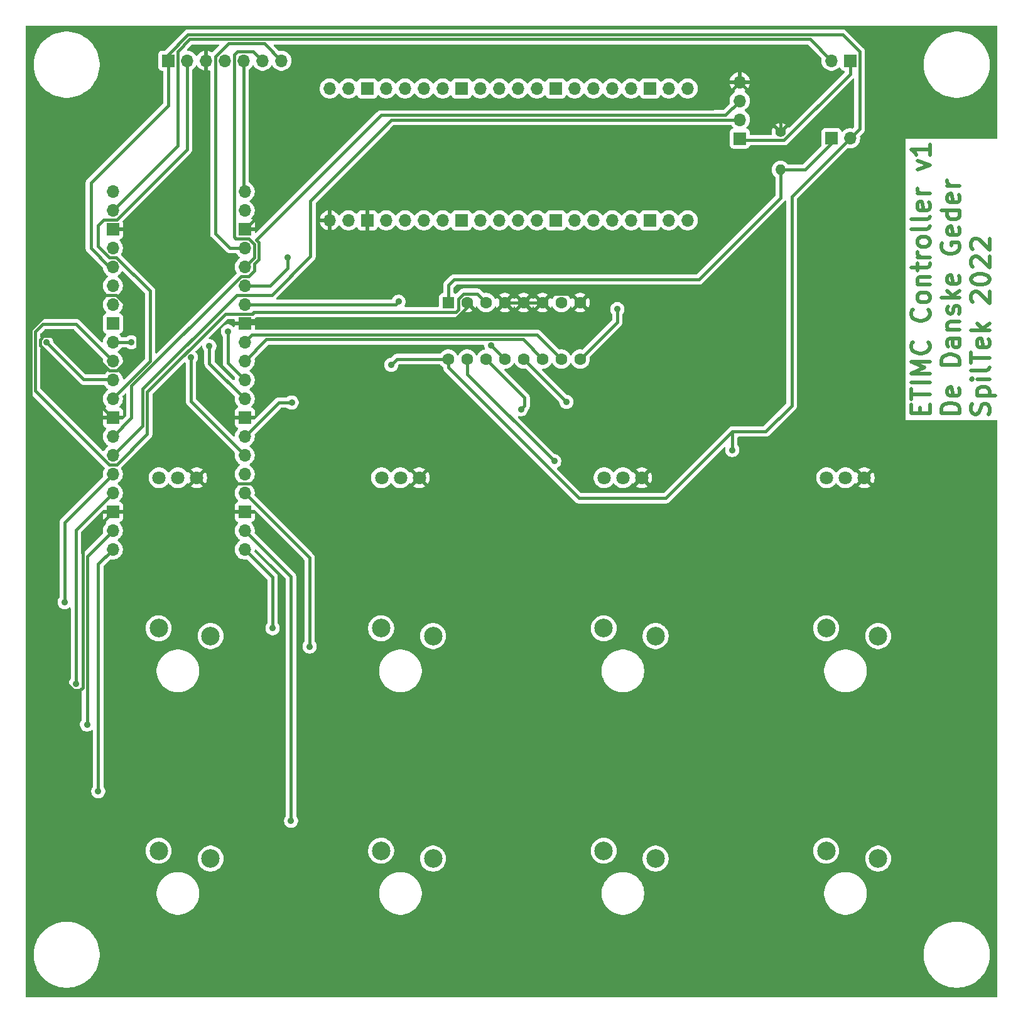
<source format=gbr>
%TF.GenerationSoftware,KiCad,Pcbnew,9.0.1*%
%TF.CreationDate,2025-04-30T14:28:43+02:00*%
%TF.ProjectId,Controller,436f6e74-726f-46c6-9c65-722e6b696361,rev?*%
%TF.SameCoordinates,Original*%
%TF.FileFunction,Copper,L1,Top*%
%TF.FilePolarity,Positive*%
%FSLAX46Y46*%
G04 Gerber Fmt 4.6, Leading zero omitted, Abs format (unit mm)*
G04 Created by KiCad (PCBNEW 9.0.1) date 2025-04-30 14:28:43*
%MOMM*%
%LPD*%
G01*
G04 APERTURE LIST*
G04 Aperture macros list*
%AMRoundRect*
0 Rectangle with rounded corners*
0 $1 Rounding radius*
0 $2 $3 $4 $5 $6 $7 $8 $9 X,Y pos of 4 corners*
0 Add a 4 corners polygon primitive as box body*
4,1,4,$2,$3,$4,$5,$6,$7,$8,$9,$2,$3,0*
0 Add four circle primitives for the rounded corners*
1,1,$1+$1,$2,$3*
1,1,$1+$1,$4,$5*
1,1,$1+$1,$6,$7*
1,1,$1+$1,$8,$9*
0 Add four rect primitives between the rounded corners*
20,1,$1+$1,$2,$3,$4,$5,0*
20,1,$1+$1,$4,$5,$6,$7,0*
20,1,$1+$1,$6,$7,$8,$9,0*
20,1,$1+$1,$8,$9,$2,$3,0*%
G04 Aperture macros list end*
%ADD10C,0.500000*%
%TA.AperFunction,NonConductor*%
%ADD11C,0.500000*%
%TD*%
%TA.AperFunction,ComponentPad*%
%ADD12O,1.700000X1.700000*%
%TD*%
%TA.AperFunction,ComponentPad*%
%ADD13R,1.700000X1.700000*%
%TD*%
%TA.AperFunction,ComponentPad*%
%ADD14C,2.500000*%
%TD*%
%TA.AperFunction,ComponentPad*%
%ADD15C,1.800000*%
%TD*%
%TA.AperFunction,ComponentPad*%
%ADD16RoundRect,0.250000X-0.550000X0.550000X-0.550000X-0.550000X0.550000X-0.550000X0.550000X0.550000X0*%
%TD*%
%TA.AperFunction,ComponentPad*%
%ADD17C,1.600000*%
%TD*%
%TA.AperFunction,ComponentPad*%
%ADD18C,1.400000*%
%TD*%
%TA.AperFunction,ComponentPad*%
%ADD19O,1.400000X1.400000*%
%TD*%
%TA.AperFunction,ViaPad*%
%ADD20C,0.900000*%
%TD*%
%TA.AperFunction,Conductor*%
%ADD21C,0.400000*%
%TD*%
G04 APERTURE END LIST*
D10*
D11*
X139808803Y-72075814D02*
X139808803Y-71242481D01*
X141118327Y-70885338D02*
X141118327Y-72075814D01*
X141118327Y-72075814D02*
X138618327Y-72075814D01*
X138618327Y-72075814D02*
X138618327Y-70885338D01*
X138618327Y-70171052D02*
X138618327Y-68742481D01*
X141118327Y-69456767D02*
X138618327Y-69456767D01*
X141118327Y-67909147D02*
X138618327Y-67909147D01*
X141118327Y-66718671D02*
X138618327Y-66718671D01*
X138618327Y-66718671D02*
X140404041Y-65885338D01*
X140404041Y-65885338D02*
X138618327Y-65052005D01*
X138618327Y-65052005D02*
X141118327Y-65052005D01*
X140880232Y-62432957D02*
X140999280Y-62552005D01*
X140999280Y-62552005D02*
X141118327Y-62909147D01*
X141118327Y-62909147D02*
X141118327Y-63147243D01*
X141118327Y-63147243D02*
X140999280Y-63504386D01*
X140999280Y-63504386D02*
X140761184Y-63742481D01*
X140761184Y-63742481D02*
X140523089Y-63861528D01*
X140523089Y-63861528D02*
X140046899Y-63980576D01*
X140046899Y-63980576D02*
X139689756Y-63980576D01*
X139689756Y-63980576D02*
X139213565Y-63861528D01*
X139213565Y-63861528D02*
X138975470Y-63742481D01*
X138975470Y-63742481D02*
X138737375Y-63504386D01*
X138737375Y-63504386D02*
X138618327Y-63147243D01*
X138618327Y-63147243D02*
X138618327Y-62909147D01*
X138618327Y-62909147D02*
X138737375Y-62552005D01*
X138737375Y-62552005D02*
X138856422Y-62432957D01*
X140880232Y-58028195D02*
X140999280Y-58147243D01*
X140999280Y-58147243D02*
X141118327Y-58504385D01*
X141118327Y-58504385D02*
X141118327Y-58742481D01*
X141118327Y-58742481D02*
X140999280Y-59099624D01*
X140999280Y-59099624D02*
X140761184Y-59337719D01*
X140761184Y-59337719D02*
X140523089Y-59456766D01*
X140523089Y-59456766D02*
X140046899Y-59575814D01*
X140046899Y-59575814D02*
X139689756Y-59575814D01*
X139689756Y-59575814D02*
X139213565Y-59456766D01*
X139213565Y-59456766D02*
X138975470Y-59337719D01*
X138975470Y-59337719D02*
X138737375Y-59099624D01*
X138737375Y-59099624D02*
X138618327Y-58742481D01*
X138618327Y-58742481D02*
X138618327Y-58504385D01*
X138618327Y-58504385D02*
X138737375Y-58147243D01*
X138737375Y-58147243D02*
X138856422Y-58028195D01*
X141118327Y-56599624D02*
X140999280Y-56837719D01*
X140999280Y-56837719D02*
X140880232Y-56956766D01*
X140880232Y-56956766D02*
X140642137Y-57075814D01*
X140642137Y-57075814D02*
X139927851Y-57075814D01*
X139927851Y-57075814D02*
X139689756Y-56956766D01*
X139689756Y-56956766D02*
X139570708Y-56837719D01*
X139570708Y-56837719D02*
X139451660Y-56599624D01*
X139451660Y-56599624D02*
X139451660Y-56242481D01*
X139451660Y-56242481D02*
X139570708Y-56004385D01*
X139570708Y-56004385D02*
X139689756Y-55885338D01*
X139689756Y-55885338D02*
X139927851Y-55766290D01*
X139927851Y-55766290D02*
X140642137Y-55766290D01*
X140642137Y-55766290D02*
X140880232Y-55885338D01*
X140880232Y-55885338D02*
X140999280Y-56004385D01*
X140999280Y-56004385D02*
X141118327Y-56242481D01*
X141118327Y-56242481D02*
X141118327Y-56599624D01*
X139451660Y-54694861D02*
X141118327Y-54694861D01*
X139689756Y-54694861D02*
X139570708Y-54575814D01*
X139570708Y-54575814D02*
X139451660Y-54337719D01*
X139451660Y-54337719D02*
X139451660Y-53980576D01*
X139451660Y-53980576D02*
X139570708Y-53742480D01*
X139570708Y-53742480D02*
X139808803Y-53623433D01*
X139808803Y-53623433D02*
X141118327Y-53623433D01*
X139451660Y-52790099D02*
X139451660Y-51837718D01*
X138618327Y-52432956D02*
X140761184Y-52432956D01*
X140761184Y-52432956D02*
X140999280Y-52313909D01*
X140999280Y-52313909D02*
X141118327Y-52075814D01*
X141118327Y-52075814D02*
X141118327Y-51837718D01*
X141118327Y-51004385D02*
X139451660Y-51004385D01*
X139927851Y-51004385D02*
X139689756Y-50885338D01*
X139689756Y-50885338D02*
X139570708Y-50766290D01*
X139570708Y-50766290D02*
X139451660Y-50528195D01*
X139451660Y-50528195D02*
X139451660Y-50290100D01*
X141118327Y-49099624D02*
X140999280Y-49337719D01*
X140999280Y-49337719D02*
X140880232Y-49456766D01*
X140880232Y-49456766D02*
X140642137Y-49575814D01*
X140642137Y-49575814D02*
X139927851Y-49575814D01*
X139927851Y-49575814D02*
X139689756Y-49456766D01*
X139689756Y-49456766D02*
X139570708Y-49337719D01*
X139570708Y-49337719D02*
X139451660Y-49099624D01*
X139451660Y-49099624D02*
X139451660Y-48742481D01*
X139451660Y-48742481D02*
X139570708Y-48504385D01*
X139570708Y-48504385D02*
X139689756Y-48385338D01*
X139689756Y-48385338D02*
X139927851Y-48266290D01*
X139927851Y-48266290D02*
X140642137Y-48266290D01*
X140642137Y-48266290D02*
X140880232Y-48385338D01*
X140880232Y-48385338D02*
X140999280Y-48504385D01*
X140999280Y-48504385D02*
X141118327Y-48742481D01*
X141118327Y-48742481D02*
X141118327Y-49099624D01*
X141118327Y-46837719D02*
X140999280Y-47075814D01*
X140999280Y-47075814D02*
X140761184Y-47194861D01*
X140761184Y-47194861D02*
X138618327Y-47194861D01*
X141118327Y-45528195D02*
X140999280Y-45766290D01*
X140999280Y-45766290D02*
X140761184Y-45885337D01*
X140761184Y-45885337D02*
X138618327Y-45885337D01*
X140999280Y-43623432D02*
X141118327Y-43861528D01*
X141118327Y-43861528D02*
X141118327Y-44337718D01*
X141118327Y-44337718D02*
X140999280Y-44575813D01*
X140999280Y-44575813D02*
X140761184Y-44694861D01*
X140761184Y-44694861D02*
X139808803Y-44694861D01*
X139808803Y-44694861D02*
X139570708Y-44575813D01*
X139570708Y-44575813D02*
X139451660Y-44337718D01*
X139451660Y-44337718D02*
X139451660Y-43861528D01*
X139451660Y-43861528D02*
X139570708Y-43623432D01*
X139570708Y-43623432D02*
X139808803Y-43504385D01*
X139808803Y-43504385D02*
X140046899Y-43504385D01*
X140046899Y-43504385D02*
X140284994Y-44694861D01*
X141118327Y-42432956D02*
X139451660Y-42432956D01*
X139927851Y-42432956D02*
X139689756Y-42313909D01*
X139689756Y-42313909D02*
X139570708Y-42194861D01*
X139570708Y-42194861D02*
X139451660Y-41956766D01*
X139451660Y-41956766D02*
X139451660Y-41718671D01*
X139451660Y-39218671D02*
X141118327Y-38623433D01*
X141118327Y-38623433D02*
X139451660Y-38028194D01*
X141118327Y-35766290D02*
X141118327Y-37194861D01*
X141118327Y-36480575D02*
X138618327Y-36480575D01*
X138618327Y-36480575D02*
X138975470Y-36718671D01*
X138975470Y-36718671D02*
X139213565Y-36956766D01*
X139213565Y-36956766D02*
X139332613Y-37194861D01*
X145143187Y-72075814D02*
X142643187Y-72075814D01*
X142643187Y-72075814D02*
X142643187Y-71480576D01*
X142643187Y-71480576D02*
X142762235Y-71123433D01*
X142762235Y-71123433D02*
X143000330Y-70885338D01*
X143000330Y-70885338D02*
X143238425Y-70766291D01*
X143238425Y-70766291D02*
X143714616Y-70647243D01*
X143714616Y-70647243D02*
X144071759Y-70647243D01*
X144071759Y-70647243D02*
X144547949Y-70766291D01*
X144547949Y-70766291D02*
X144786044Y-70885338D01*
X144786044Y-70885338D02*
X145024140Y-71123433D01*
X145024140Y-71123433D02*
X145143187Y-71480576D01*
X145143187Y-71480576D02*
X145143187Y-72075814D01*
X145024140Y-68623433D02*
X145143187Y-68861529D01*
X145143187Y-68861529D02*
X145143187Y-69337719D01*
X145143187Y-69337719D02*
X145024140Y-69575814D01*
X145024140Y-69575814D02*
X144786044Y-69694862D01*
X144786044Y-69694862D02*
X143833663Y-69694862D01*
X143833663Y-69694862D02*
X143595568Y-69575814D01*
X143595568Y-69575814D02*
X143476520Y-69337719D01*
X143476520Y-69337719D02*
X143476520Y-68861529D01*
X143476520Y-68861529D02*
X143595568Y-68623433D01*
X143595568Y-68623433D02*
X143833663Y-68504386D01*
X143833663Y-68504386D02*
X144071759Y-68504386D01*
X144071759Y-68504386D02*
X144309854Y-69694862D01*
X145143187Y-65528195D02*
X142643187Y-65528195D01*
X142643187Y-65528195D02*
X142643187Y-64932957D01*
X142643187Y-64932957D02*
X142762235Y-64575814D01*
X142762235Y-64575814D02*
X143000330Y-64337719D01*
X143000330Y-64337719D02*
X143238425Y-64218672D01*
X143238425Y-64218672D02*
X143714616Y-64099624D01*
X143714616Y-64099624D02*
X144071759Y-64099624D01*
X144071759Y-64099624D02*
X144547949Y-64218672D01*
X144547949Y-64218672D02*
X144786044Y-64337719D01*
X144786044Y-64337719D02*
X145024140Y-64575814D01*
X145024140Y-64575814D02*
X145143187Y-64932957D01*
X145143187Y-64932957D02*
X145143187Y-65528195D01*
X145143187Y-61956767D02*
X143833663Y-61956767D01*
X143833663Y-61956767D02*
X143595568Y-62075814D01*
X143595568Y-62075814D02*
X143476520Y-62313910D01*
X143476520Y-62313910D02*
X143476520Y-62790100D01*
X143476520Y-62790100D02*
X143595568Y-63028195D01*
X145024140Y-61956767D02*
X145143187Y-62194862D01*
X145143187Y-62194862D02*
X145143187Y-62790100D01*
X145143187Y-62790100D02*
X145024140Y-63028195D01*
X145024140Y-63028195D02*
X144786044Y-63147243D01*
X144786044Y-63147243D02*
X144547949Y-63147243D01*
X144547949Y-63147243D02*
X144309854Y-63028195D01*
X144309854Y-63028195D02*
X144190806Y-62790100D01*
X144190806Y-62790100D02*
X144190806Y-62194862D01*
X144190806Y-62194862D02*
X144071759Y-61956767D01*
X143476520Y-60766290D02*
X145143187Y-60766290D01*
X143714616Y-60766290D02*
X143595568Y-60647243D01*
X143595568Y-60647243D02*
X143476520Y-60409148D01*
X143476520Y-60409148D02*
X143476520Y-60052005D01*
X143476520Y-60052005D02*
X143595568Y-59813909D01*
X143595568Y-59813909D02*
X143833663Y-59694862D01*
X143833663Y-59694862D02*
X145143187Y-59694862D01*
X145024140Y-58623433D02*
X145143187Y-58385338D01*
X145143187Y-58385338D02*
X145143187Y-57909147D01*
X145143187Y-57909147D02*
X145024140Y-57671052D01*
X145024140Y-57671052D02*
X144786044Y-57552004D01*
X144786044Y-57552004D02*
X144666997Y-57552004D01*
X144666997Y-57552004D02*
X144428901Y-57671052D01*
X144428901Y-57671052D02*
X144309854Y-57909147D01*
X144309854Y-57909147D02*
X144309854Y-58266290D01*
X144309854Y-58266290D02*
X144190806Y-58504385D01*
X144190806Y-58504385D02*
X143952711Y-58623433D01*
X143952711Y-58623433D02*
X143833663Y-58623433D01*
X143833663Y-58623433D02*
X143595568Y-58504385D01*
X143595568Y-58504385D02*
X143476520Y-58266290D01*
X143476520Y-58266290D02*
X143476520Y-57909147D01*
X143476520Y-57909147D02*
X143595568Y-57671052D01*
X145143187Y-56480575D02*
X142643187Y-56480575D01*
X144190806Y-56242480D02*
X145143187Y-55528194D01*
X143476520Y-55528194D02*
X144428901Y-56480575D01*
X145024140Y-53504384D02*
X145143187Y-53742480D01*
X145143187Y-53742480D02*
X145143187Y-54218670D01*
X145143187Y-54218670D02*
X145024140Y-54456765D01*
X145024140Y-54456765D02*
X144786044Y-54575813D01*
X144786044Y-54575813D02*
X143833663Y-54575813D01*
X143833663Y-54575813D02*
X143595568Y-54456765D01*
X143595568Y-54456765D02*
X143476520Y-54218670D01*
X143476520Y-54218670D02*
X143476520Y-53742480D01*
X143476520Y-53742480D02*
X143595568Y-53504384D01*
X143595568Y-53504384D02*
X143833663Y-53385337D01*
X143833663Y-53385337D02*
X144071759Y-53385337D01*
X144071759Y-53385337D02*
X144309854Y-54575813D01*
X142762235Y-49099623D02*
X142643187Y-49337718D01*
X142643187Y-49337718D02*
X142643187Y-49694861D01*
X142643187Y-49694861D02*
X142762235Y-50052004D01*
X142762235Y-50052004D02*
X143000330Y-50290099D01*
X143000330Y-50290099D02*
X143238425Y-50409146D01*
X143238425Y-50409146D02*
X143714616Y-50528194D01*
X143714616Y-50528194D02*
X144071759Y-50528194D01*
X144071759Y-50528194D02*
X144547949Y-50409146D01*
X144547949Y-50409146D02*
X144786044Y-50290099D01*
X144786044Y-50290099D02*
X145024140Y-50052004D01*
X145024140Y-50052004D02*
X145143187Y-49694861D01*
X145143187Y-49694861D02*
X145143187Y-49456765D01*
X145143187Y-49456765D02*
X145024140Y-49099623D01*
X145024140Y-49099623D02*
X144905092Y-48980575D01*
X144905092Y-48980575D02*
X144071759Y-48980575D01*
X144071759Y-48980575D02*
X144071759Y-49456765D01*
X145024140Y-46956765D02*
X145143187Y-47194861D01*
X145143187Y-47194861D02*
X145143187Y-47671051D01*
X145143187Y-47671051D02*
X145024140Y-47909146D01*
X145024140Y-47909146D02*
X144786044Y-48028194D01*
X144786044Y-48028194D02*
X143833663Y-48028194D01*
X143833663Y-48028194D02*
X143595568Y-47909146D01*
X143595568Y-47909146D02*
X143476520Y-47671051D01*
X143476520Y-47671051D02*
X143476520Y-47194861D01*
X143476520Y-47194861D02*
X143595568Y-46956765D01*
X143595568Y-46956765D02*
X143833663Y-46837718D01*
X143833663Y-46837718D02*
X144071759Y-46837718D01*
X144071759Y-46837718D02*
X144309854Y-48028194D01*
X145143187Y-44694861D02*
X142643187Y-44694861D01*
X145024140Y-44694861D02*
X145143187Y-44932956D01*
X145143187Y-44932956D02*
X145143187Y-45409147D01*
X145143187Y-45409147D02*
X145024140Y-45647242D01*
X145024140Y-45647242D02*
X144905092Y-45766289D01*
X144905092Y-45766289D02*
X144666997Y-45885337D01*
X144666997Y-45885337D02*
X143952711Y-45885337D01*
X143952711Y-45885337D02*
X143714616Y-45766289D01*
X143714616Y-45766289D02*
X143595568Y-45647242D01*
X143595568Y-45647242D02*
X143476520Y-45409147D01*
X143476520Y-45409147D02*
X143476520Y-44932956D01*
X143476520Y-44932956D02*
X143595568Y-44694861D01*
X145024140Y-42552003D02*
X145143187Y-42790099D01*
X145143187Y-42790099D02*
X145143187Y-43266289D01*
X145143187Y-43266289D02*
X145024140Y-43504384D01*
X145024140Y-43504384D02*
X144786044Y-43623432D01*
X144786044Y-43623432D02*
X143833663Y-43623432D01*
X143833663Y-43623432D02*
X143595568Y-43504384D01*
X143595568Y-43504384D02*
X143476520Y-43266289D01*
X143476520Y-43266289D02*
X143476520Y-42790099D01*
X143476520Y-42790099D02*
X143595568Y-42552003D01*
X143595568Y-42552003D02*
X143833663Y-42432956D01*
X143833663Y-42432956D02*
X144071759Y-42432956D01*
X144071759Y-42432956D02*
X144309854Y-43623432D01*
X145143187Y-41361527D02*
X143476520Y-41361527D01*
X143952711Y-41361527D02*
X143714616Y-41242480D01*
X143714616Y-41242480D02*
X143595568Y-41123432D01*
X143595568Y-41123432D02*
X143476520Y-40885337D01*
X143476520Y-40885337D02*
X143476520Y-40647242D01*
X149049000Y-72194862D02*
X149168047Y-71837719D01*
X149168047Y-71837719D02*
X149168047Y-71242481D01*
X149168047Y-71242481D02*
X149049000Y-71004386D01*
X149049000Y-71004386D02*
X148929952Y-70885338D01*
X148929952Y-70885338D02*
X148691857Y-70766291D01*
X148691857Y-70766291D02*
X148453761Y-70766291D01*
X148453761Y-70766291D02*
X148215666Y-70885338D01*
X148215666Y-70885338D02*
X148096619Y-71004386D01*
X148096619Y-71004386D02*
X147977571Y-71242481D01*
X147977571Y-71242481D02*
X147858523Y-71718672D01*
X147858523Y-71718672D02*
X147739476Y-71956767D01*
X147739476Y-71956767D02*
X147620428Y-72075814D01*
X147620428Y-72075814D02*
X147382333Y-72194862D01*
X147382333Y-72194862D02*
X147144238Y-72194862D01*
X147144238Y-72194862D02*
X146906142Y-72075814D01*
X146906142Y-72075814D02*
X146787095Y-71956767D01*
X146787095Y-71956767D02*
X146668047Y-71718672D01*
X146668047Y-71718672D02*
X146668047Y-71123433D01*
X146668047Y-71123433D02*
X146787095Y-70766291D01*
X147501380Y-69694862D02*
X150001380Y-69694862D01*
X147620428Y-69694862D02*
X147501380Y-69456767D01*
X147501380Y-69456767D02*
X147501380Y-68980577D01*
X147501380Y-68980577D02*
X147620428Y-68742481D01*
X147620428Y-68742481D02*
X147739476Y-68623434D01*
X147739476Y-68623434D02*
X147977571Y-68504386D01*
X147977571Y-68504386D02*
X148691857Y-68504386D01*
X148691857Y-68504386D02*
X148929952Y-68623434D01*
X148929952Y-68623434D02*
X149049000Y-68742481D01*
X149049000Y-68742481D02*
X149168047Y-68980577D01*
X149168047Y-68980577D02*
X149168047Y-69456767D01*
X149168047Y-69456767D02*
X149049000Y-69694862D01*
X149168047Y-67432957D02*
X147501380Y-67432957D01*
X146668047Y-67432957D02*
X146787095Y-67552005D01*
X146787095Y-67552005D02*
X146906142Y-67432957D01*
X146906142Y-67432957D02*
X146787095Y-67313910D01*
X146787095Y-67313910D02*
X146668047Y-67432957D01*
X146668047Y-67432957D02*
X146906142Y-67432957D01*
X149168047Y-65885339D02*
X149049000Y-66123434D01*
X149049000Y-66123434D02*
X148810904Y-66242481D01*
X148810904Y-66242481D02*
X146668047Y-66242481D01*
X146668047Y-65290100D02*
X146668047Y-63861529D01*
X149168047Y-64575815D02*
X146668047Y-64575815D01*
X149049000Y-62075814D02*
X149168047Y-62313910D01*
X149168047Y-62313910D02*
X149168047Y-62790100D01*
X149168047Y-62790100D02*
X149049000Y-63028195D01*
X149049000Y-63028195D02*
X148810904Y-63147243D01*
X148810904Y-63147243D02*
X147858523Y-63147243D01*
X147858523Y-63147243D02*
X147620428Y-63028195D01*
X147620428Y-63028195D02*
X147501380Y-62790100D01*
X147501380Y-62790100D02*
X147501380Y-62313910D01*
X147501380Y-62313910D02*
X147620428Y-62075814D01*
X147620428Y-62075814D02*
X147858523Y-61956767D01*
X147858523Y-61956767D02*
X148096619Y-61956767D01*
X148096619Y-61956767D02*
X148334714Y-63147243D01*
X149168047Y-60885338D02*
X146668047Y-60885338D01*
X148215666Y-60647243D02*
X149168047Y-59932957D01*
X147501380Y-59932957D02*
X148453761Y-60885338D01*
X146906142Y-57075814D02*
X146787095Y-56956766D01*
X146787095Y-56956766D02*
X146668047Y-56718671D01*
X146668047Y-56718671D02*
X146668047Y-56123433D01*
X146668047Y-56123433D02*
X146787095Y-55885338D01*
X146787095Y-55885338D02*
X146906142Y-55766290D01*
X146906142Y-55766290D02*
X147144238Y-55647243D01*
X147144238Y-55647243D02*
X147382333Y-55647243D01*
X147382333Y-55647243D02*
X147739476Y-55766290D01*
X147739476Y-55766290D02*
X149168047Y-57194862D01*
X149168047Y-57194862D02*
X149168047Y-55647243D01*
X146668047Y-54099624D02*
X146668047Y-53861529D01*
X146668047Y-53861529D02*
X146787095Y-53623433D01*
X146787095Y-53623433D02*
X146906142Y-53504386D01*
X146906142Y-53504386D02*
X147144238Y-53385338D01*
X147144238Y-53385338D02*
X147620428Y-53266291D01*
X147620428Y-53266291D02*
X148215666Y-53266291D01*
X148215666Y-53266291D02*
X148691857Y-53385338D01*
X148691857Y-53385338D02*
X148929952Y-53504386D01*
X148929952Y-53504386D02*
X149049000Y-53623433D01*
X149049000Y-53623433D02*
X149168047Y-53861529D01*
X149168047Y-53861529D02*
X149168047Y-54099624D01*
X149168047Y-54099624D02*
X149049000Y-54337719D01*
X149049000Y-54337719D02*
X148929952Y-54456767D01*
X148929952Y-54456767D02*
X148691857Y-54575814D01*
X148691857Y-54575814D02*
X148215666Y-54694862D01*
X148215666Y-54694862D02*
X147620428Y-54694862D01*
X147620428Y-54694862D02*
X147144238Y-54575814D01*
X147144238Y-54575814D02*
X146906142Y-54456767D01*
X146906142Y-54456767D02*
X146787095Y-54337719D01*
X146787095Y-54337719D02*
X146668047Y-54099624D01*
X146906142Y-52313910D02*
X146787095Y-52194862D01*
X146787095Y-52194862D02*
X146668047Y-51956767D01*
X146668047Y-51956767D02*
X146668047Y-51361529D01*
X146668047Y-51361529D02*
X146787095Y-51123434D01*
X146787095Y-51123434D02*
X146906142Y-51004386D01*
X146906142Y-51004386D02*
X147144238Y-50885339D01*
X147144238Y-50885339D02*
X147382333Y-50885339D01*
X147382333Y-50885339D02*
X147739476Y-51004386D01*
X147739476Y-51004386D02*
X149168047Y-52432958D01*
X149168047Y-52432958D02*
X149168047Y-50885339D01*
X146906142Y-49932958D02*
X146787095Y-49813910D01*
X146787095Y-49813910D02*
X146668047Y-49575815D01*
X146668047Y-49575815D02*
X146668047Y-48980577D01*
X146668047Y-48980577D02*
X146787095Y-48742482D01*
X146787095Y-48742482D02*
X146906142Y-48623434D01*
X146906142Y-48623434D02*
X147144238Y-48504387D01*
X147144238Y-48504387D02*
X147382333Y-48504387D01*
X147382333Y-48504387D02*
X147739476Y-48623434D01*
X147739476Y-48623434D02*
X149168047Y-50052006D01*
X149168047Y-50052006D02*
X149168047Y-48504387D01*
D12*
%TO.P,DISPLAY1,1*%
%TO.N,N/C*%
X108480000Y-46030000D03*
%TO.P,DISPLAY1,2*%
X105940000Y-46030000D03*
D13*
%TO.P,DISPLAY1,3*%
X103400000Y-46030000D03*
D12*
%TO.P,DISPLAY1,4*%
X100860000Y-46030000D03*
%TO.P,DISPLAY1,5*%
X98320000Y-46030000D03*
%TO.P,DISPLAY1,6*%
X95780000Y-46030000D03*
%TO.P,DISPLAY1,7*%
X93240000Y-46030000D03*
D13*
%TO.P,DISPLAY1,8*%
X90700000Y-46030000D03*
D12*
%TO.P,DISPLAY1,9,LED_R*%
%TO.N,unconnected-(DISPLAY1-LED_R-Pad9)*%
X88160000Y-46030000D03*
%TO.P,DISPLAY1,10,LED_G*%
%TO.N,unconnected-(DISPLAY1-LED_G-Pad10)_1*%
X85620000Y-46030000D03*
%TO.P,DISPLAY1,11,LED_B*%
%TO.N,unconnected-(DISPLAY1-LED_B-Pad11)_1*%
X83080000Y-46030000D03*
%TO.P,DISPLAY1,12*%
%TO.N,N/C*%
X80540000Y-46030000D03*
D13*
%TO.P,DISPLAY1,13*%
X78000000Y-46030000D03*
D12*
%TO.P,DISPLAY1,14*%
X75460000Y-46030000D03*
%TO.P,DISPLAY1,15*%
X72920000Y-46030000D03*
%TO.P,DISPLAY1,16,SWA*%
%TO.N,unconnected-(DISPLAY1-SWA-Pad16)_1*%
X70380000Y-46030000D03*
%TO.P,DISPLAY1,17,SWB*%
%TO.N,unconnected-(DISPLAY1-SWB-Pad17)_1*%
X67840000Y-46030000D03*
D13*
%TO.P,DISPLAY1,18,GND*%
%TO.N,GND*%
X65300000Y-46030000D03*
D12*
%TO.P,DISPLAY1,19,SWX*%
%TO.N,unconnected-(DISPLAY1-SWX-Pad19)*%
X62760000Y-46030000D03*
%TO.P,DISPLAY1,20,SWY*%
%TO.N,GND*%
X60220000Y-46030000D03*
%TO.P,DISPLAY1,21,LCD_DC*%
%TO.N,Net-(DISPLAY1-LCD_DC)*%
X60220000Y-28250000D03*
%TO.P,DISPLAY1,22,LCD_CS*%
%TO.N,Net-(DISPLAY1-LCD_CS)*%
X62760000Y-28250000D03*
D13*
%TO.P,DISPLAY1,23*%
%TO.N,N/C*%
X65300000Y-28250000D03*
D12*
%TO.P,DISPLAY1,24,LCD_SCLK*%
%TO.N,Net-(DISPLAY1-LCD_SCLK)*%
X67840000Y-28250000D03*
%TO.P,DISPLAY1,25,LCD_MOSI*%
%TO.N,Net-(DISPLAY1-LCD_MOSI)*%
X70380000Y-28250000D03*
%TO.P,DISPLAY1,26,BACKLIGHT_EN*%
%TO.N,Net-(DISPLAY1-BACKLIGHT_EN)*%
X72920000Y-28250000D03*
%TO.P,DISPLAY1,27,LCD_TE*%
%TO.N,unconnected-(DISPLAY1-LCD_TE-Pad27)*%
X75460000Y-28250000D03*
D13*
%TO.P,DISPLAY1,28*%
%TO.N,N/C*%
X78000000Y-28250000D03*
D12*
%TO.P,DISPLAY1,29*%
X80540000Y-28250000D03*
%TO.P,DISPLAY1,30,RESET*%
%TO.N,Net-(DISPLAY1-RESET)*%
X83080000Y-28250000D03*
%TO.P,DISPLAY1,31*%
%TO.N,N/C*%
X85620000Y-28250000D03*
%TO.P,DISPLAY1,32*%
X88160000Y-28250000D03*
D13*
%TO.P,DISPLAY1,33*%
X90700000Y-28250000D03*
D12*
%TO.P,DISPLAY1,34*%
X93240000Y-28250000D03*
%TO.P,DISPLAY1,35*%
X95780000Y-28250000D03*
%TO.P,DISPLAY1,36,3V3*%
%TO.N,3V3*%
X98320000Y-28250000D03*
%TO.P,DISPLAY1,37*%
%TO.N,N/C*%
X100860000Y-28250000D03*
D13*
%TO.P,DISPLAY1,38*%
X103400000Y-28250000D03*
D12*
%TO.P,DISPLAY1,39*%
X105940000Y-28250000D03*
%TO.P,DISPLAY1,40*%
X108480000Y-28250000D03*
%TD*%
D14*
%TO.P,SW4,1,1*%
%TO.N,Net-(PICO-1-I2C1_SCL{slash}SPI1_TX{slash}GP15)*%
X67150000Y-101026600D03*
%TO.P,SW4,2,2*%
%TO.N,Net-(SW2-Pad2)*%
X74150000Y-102076600D03*
%TD*%
%TO.P,SW5,1,1*%
%TO.N,Net-(PICO-1-UART0_TX{slash}I2C0_SDA{slash}SPI0_RX{slash}GP16)*%
X67150000Y-131026600D03*
%TO.P,SW5,2,2*%
%TO.N,Net-(SW2-Pad2)*%
X74150000Y-132076600D03*
%TD*%
D15*
%TO.P,RV4,1,1*%
%TO.N,GND*%
X42290000Y-80740000D03*
%TO.P,RV4,2,2*%
%TO.N,Net-(Multiplexer1-A0)*%
X39750000Y-80740000D03*
%TO.P,RV4,3,3*%
%TO.N,3V3*%
X37210000Y-80740000D03*
%TD*%
D14*
%TO.P,SW6,1,1*%
%TO.N,Net-(PICO-1-UART0_RX{slash}I2C0_SCL{slash}SPI0_CSN{slash}GP17)*%
X97150000Y-101026600D03*
%TO.P,SW6,2,2*%
%TO.N,Net-(SW2-Pad2)*%
X104150000Y-102076600D03*
%TD*%
%TO.P,SW3,1,1*%
%TO.N,Net-(PICO-1-I2C1_SDA{slash}SPI1_SCK{slash}GP14)*%
X37150000Y-131026600D03*
%TO.P,SW3,2,2*%
%TO.N,Net-(SW2-Pad2)*%
X44150000Y-132076600D03*
%TD*%
D15*
%TO.P,RV1,1,1*%
%TO.N,GND*%
X132290000Y-80740000D03*
%TO.P,RV1,2,2*%
%TO.N,Net-(Multiplexer1-A3)*%
X129750000Y-80740000D03*
%TO.P,RV1,3,3*%
%TO.N,3V3*%
X127210000Y-80740000D03*
%TD*%
D14*
%TO.P,SW2,1,1*%
%TO.N,Net-(PICO-1-UART0_RX{slash}I2C0_SCL{slash}SPI1_CSN{slash}GP13)*%
X37150000Y-101026600D03*
%TO.P,SW2,2,2*%
%TO.N,Net-(SW2-Pad2)*%
X44150000Y-102076600D03*
%TD*%
%TO.P,SW7,1,1*%
%TO.N,Net-(PICO-1-I2C1_SDA{slash}SPI0_SCK{slash}GP18)*%
X97150000Y-131026600D03*
%TO.P,SW7,2,2*%
%TO.N,Net-(SW2-Pad2)*%
X104150000Y-132076600D03*
%TD*%
%TO.P,SW8,1,1*%
%TO.N,Net-(PICO-1-I2C1_SCL{slash}SPI0_TX{slash}GP19)*%
X127150000Y-101026600D03*
%TO.P,SW8,2,2*%
%TO.N,Net-(SW2-Pad2)*%
X134150000Y-102076600D03*
%TD*%
%TO.P,SW9,1,1*%
%TO.N,Net-(PICO-1-I2C1_SCL{slash}ADC1{slash}GP27)*%
X127150000Y-131026600D03*
%TO.P,SW9,2,2*%
%TO.N,Net-(SW2-Pad2)*%
X134150000Y-132076600D03*
%TD*%
D15*
%TO.P,RV2,1,1*%
%TO.N,GND*%
X102290000Y-80740000D03*
%TO.P,RV2,2,2*%
%TO.N,Net-(Multiplexer1-A2)*%
X99750000Y-80740000D03*
%TO.P,RV2,3,3*%
%TO.N,3V3*%
X97210000Y-80740000D03*
%TD*%
%TO.P,RV3,1,1*%
%TO.N,GND*%
X72290000Y-80740000D03*
%TO.P,RV3,2,2*%
%TO.N,Net-(Multiplexer1-A1)*%
X69750000Y-80740000D03*
%TO.P,RV3,3,3*%
%TO.N,3V3*%
X67210000Y-80740000D03*
%TD*%
D16*
%TO.P,Multiplexer1,1,A4*%
%TO.N,Net-(Multiplexer1-A4)*%
X76210000Y-57110000D03*
D17*
%TO.P,Multiplexer1,2,A6*%
%TO.N,GND*%
X78750000Y-57110000D03*
%TO.P,Multiplexer1,3,A*%
%TO.N,POTS*%
X81290000Y-57110000D03*
%TO.P,Multiplexer1,4,A7*%
%TO.N,GND*%
X83830000Y-57110000D03*
%TO.P,Multiplexer1,5,A5*%
X86370000Y-57110000D03*
%TO.P,Multiplexer1,6,~{E}*%
X88910000Y-57110000D03*
%TO.P,Multiplexer1,7,VEE*%
%TO.N,unconnected-(Multiplexer1-VEE-Pad7)*%
X91450000Y-57110000D03*
%TO.P,Multiplexer1,8,GND*%
%TO.N,GND*%
X93990000Y-57110000D03*
%TO.P,Multiplexer1,9,S2*%
%TO.N,Net-(Multiplexer1-S2)*%
X93990000Y-64730000D03*
%TO.P,Multiplexer1,10,S1*%
%TO.N,Net-(Multiplexer1-S1)*%
X91450000Y-64730000D03*
%TO.P,Multiplexer1,11,S0*%
%TO.N,Net-(Multiplexer1-S0)*%
X88910000Y-64730000D03*
%TO.P,Multiplexer1,12,A3*%
%TO.N,Net-(Multiplexer1-A3)*%
X86370000Y-64730000D03*
%TO.P,Multiplexer1,13,A0*%
%TO.N,Net-(Multiplexer1-A0)*%
X83830000Y-64730000D03*
%TO.P,Multiplexer1,14,A1*%
%TO.N,Net-(Multiplexer1-A1)*%
X81290000Y-64730000D03*
%TO.P,Multiplexer1,15,A2*%
%TO.N,Net-(Multiplexer1-A2)*%
X78750000Y-64730000D03*
%TO.P,Multiplexer1,16,VCC*%
%TO.N,3V3*%
X76210000Y-64730000D03*
%TD*%
D13*
%TO.P,ON/OFF-Switch1,1,A*%
%TO.N,Net-(J1-VBUS)*%
X130400000Y-24500000D03*
D12*
%TO.P,ON/OFF-Switch1,2,B*%
%TO.N,+5V*%
X127860000Y-24500000D03*
%TD*%
D13*
%TO.P,R2,1*%
%TO.N,Net-(Multiplexer1-A4)*%
X127850000Y-34970000D03*
D12*
%TO.P,R2,2*%
%TO.N,3V3*%
X130390000Y-34970000D03*
%TD*%
D13*
%TO.P,J1,1,VBUS*%
%TO.N,Net-(J1-VBUS)*%
X115500000Y-35000000D03*
D12*
%TO.P,J1,2,D-*%
%TO.N,GP20*%
X115500000Y-32460000D03*
%TO.P,J1,3,D+*%
%TO.N,GP21*%
X115500000Y-29920000D03*
%TO.P,J1,4,GND*%
%TO.N,GND*%
X115500000Y-27380000D03*
%TD*%
D18*
%TO.P,LDR_R1,1*%
%TO.N,GND*%
X121000000Y-34120000D03*
D19*
%TO.P,LDR_R1,2*%
%TO.N,Net-(Multiplexer1-A4)*%
X121000000Y-39200000D03*
%TD*%
D12*
%TO.P,PICO-1,1,UART0_TX/I2C0_SDA/SPI0_RX/GP0*%
%TO.N,Net-(NFC-1-MISO{slash}SCL{slash}TX)*%
X48770000Y-42138900D03*
%TO.P,PICO-1,2,UART0_RX/I2C0_SCL/SPI0_CSN/GP1*%
%TO.N,Net-(NFC-1-SS{slash}SDA{slash}RX)*%
X48770000Y-44678900D03*
D13*
%TO.P,PICO-1,3,GND*%
%TO.N,GND*%
X48770000Y-47218900D03*
D12*
%TO.P,PICO-1,4,I2C1_SDA/SPI0_SCK/GP2*%
%TO.N,Net-(NFC-1-SCK)*%
X48770000Y-49758900D03*
%TO.P,PICO-1,5,I2C1_SCL/SPI0_TX/GP3*%
%TO.N,Net-(NFC-1-MOSI)*%
X48770000Y-52298900D03*
%TO.P,PICO-1,6,UART1_TX/I2C0_SDA/SPI0_RX/GP4*%
%TO.N,Net-(DISPLAY1-BACKLIGHT_EN)*%
X48770000Y-54838900D03*
%TO.P,PICO-1,7,UART1_RX/I2C0_SCL/SPI0_CSN/GP5*%
%TO.N,Net-(Multiplexer1-S2)*%
X48770000Y-57378900D03*
D13*
%TO.P,PICO-1,8,GND*%
%TO.N,GND*%
X48770000Y-59918900D03*
D12*
%TO.P,PICO-1,9,I2C1_SDA/SPI0_SCK/GP6*%
%TO.N,Net-(Multiplexer1-S1)*%
X48770000Y-62458900D03*
%TO.P,PICO-1,10,I2C1_SCL/SPI0_TX/GP7*%
%TO.N,Net-(Multiplexer1-S0)*%
X48770000Y-64998900D03*
%TO.P,PICO-1,11,UART1_TX/I2C0_SDA/SPI1_RX/GP8*%
%TO.N,Net-(DISPLAY1-LCD_DC)*%
X48770000Y-67538900D03*
%TO.P,PICO-1,12,UART1_RX/I2C0_SCL/SPI1_CSN/GP9*%
%TO.N,Net-(DISPLAY1-LCD_CS)*%
X48770000Y-70078900D03*
D13*
%TO.P,PICO-1,13,GND*%
%TO.N,GND*%
X48770000Y-72618900D03*
D12*
%TO.P,PICO-1,14,I2C1_SDA/SPI1_SCK/GP10*%
%TO.N,Net-(DISPLAY1-LCD_SCLK)*%
X48770000Y-75158900D03*
%TO.P,PICO-1,15,I2C1_SCL/SPI1_TX/GP11*%
%TO.N,Net-(DISPLAY1-LCD_MOSI)*%
X48770000Y-77698900D03*
%TO.P,PICO-1,16,UART0_TX/I2C0_SDA/SPI1_RX/GP12*%
%TO.N,LED*%
X48770000Y-80238900D03*
%TO.P,PICO-1,17,UART0_RX/I2C0_SCL/SPI1_CSN/GP13*%
%TO.N,Net-(PICO-1-UART0_RX{slash}I2C0_SCL{slash}SPI1_CSN{slash}GP13)*%
X48770000Y-82778900D03*
D13*
%TO.P,PICO-1,18,GND*%
%TO.N,GND*%
X48770000Y-85318900D03*
D12*
%TO.P,PICO-1,19,I2C1_SDA/SPI1_SCK/GP14*%
%TO.N,Net-(PICO-1-I2C1_SDA{slash}SPI1_SCK{slash}GP14)*%
X48770000Y-87858900D03*
%TO.P,PICO-1,20,I2C1_SCL/SPI1_TX/GP15*%
%TO.N,Net-(PICO-1-I2C1_SCL{slash}SPI1_TX{slash}GP15)*%
X48770000Y-90398900D03*
%TO.P,PICO-1,21,UART0_TX/I2C0_SDA/SPI0_RX/GP16*%
%TO.N,Net-(PICO-1-UART0_TX{slash}I2C0_SDA{slash}SPI0_RX{slash}GP16)*%
X30990000Y-90398900D03*
%TO.P,PICO-1,22,UART0_RX/I2C0_SCL/SPI0_CSN/GP17*%
%TO.N,Net-(PICO-1-UART0_RX{slash}I2C0_SCL{slash}SPI0_CSN{slash}GP17)*%
X30990000Y-87858900D03*
D13*
%TO.P,PICO-1,23,GND*%
%TO.N,GND*%
X30990000Y-85318900D03*
D12*
%TO.P,PICO-1,24,I2C1_SDA/SPI0_SCK/GP18*%
%TO.N,Net-(PICO-1-I2C1_SDA{slash}SPI0_SCK{slash}GP18)*%
X30990000Y-82778900D03*
%TO.P,PICO-1,25,I2C1_SCL/SPI0_TX/GP19*%
%TO.N,Net-(PICO-1-I2C1_SCL{slash}SPI0_TX{slash}GP19)*%
X30990000Y-80238900D03*
%TO.P,PICO-1,26,I2C0_SDA/GP20*%
%TO.N,GP20*%
X30990000Y-77698900D03*
%TO.P,PICO-1,27,12C0_SCL/GP21*%
%TO.N,GP21*%
X30990000Y-75158900D03*
D13*
%TO.P,PICO-1,28,GND*%
%TO.N,GND*%
X30990000Y-72618900D03*
D12*
%TO.P,PICO-1,29,GP22*%
%TO.N,GP22*%
X30990000Y-70078900D03*
%TO.P,PICO-1,30,~{RUN}*%
%TO.N,Net-(DISPLAY1-RESET)*%
X30990000Y-67538900D03*
%TO.P,PICO-1,31,I2C1_SDA/ADC0/GP26*%
%TO.N,POTS*%
X30990000Y-64998900D03*
%TO.P,PICO-1,32,I2C1_SCL/ADC1/GP27*%
%TO.N,Net-(PICO-1-I2C1_SCL{slash}ADC1{slash}GP27)*%
X30990000Y-62458900D03*
D13*
%TO.P,PICO-1,33,AGND*%
%TO.N,unconnected-(PICO-1-AGND-Pad33)*%
X30990000Y-59918900D03*
D12*
%TO.P,PICO-1,34,ADC2_GP28*%
%TO.N,unconnected-(PICO-1-ADC2_GP28-Pad34)*%
X30990000Y-57378900D03*
%TO.P,PICO-1,35,ADC_VREF*%
%TO.N,unconnected-(PICO-1-ADC_VREF-Pad35)*%
X30990000Y-54838900D03*
%TO.P,PICO-1,36,3V3_OUT*%
%TO.N,3V3*%
X30990000Y-52298900D03*
%TO.P,PICO-1,37,3V3_EN*%
%TO.N,unconnected-(PICO-1-3V3_EN-Pad37)_1*%
X30990000Y-49758900D03*
D13*
%TO.P,PICO-1,38,GND*%
%TO.N,GND*%
X30990000Y-47218900D03*
D12*
%TO.P,PICO-1,39,VSYS*%
%TO.N,+5V*%
X30990000Y-44678900D03*
%TO.P,PICO-1,40,VBUS*%
%TO.N,unconnected-(PICO-1-VBUS-Pad40)_1*%
X30990000Y-42138900D03*
%TD*%
D13*
%TO.P,NFC-1,1,VCC*%
%TO.N,3V3*%
X38460000Y-24500000D03*
D12*
%TO.P,NFC-1,2,RST*%
%TO.N,GP22*%
X41000000Y-24500000D03*
%TO.P,NFC-1,3,GND*%
%TO.N,GND*%
X43540000Y-24500000D03*
%TO.P,NFC-1,4,IRQ*%
%TO.N,unconnected-(NFC-1-IRQ-Pad4)*%
X46080000Y-24500000D03*
%TO.P,NFC-1,5,MISO/SCL/TX*%
%TO.N,Net-(NFC-1-MISO{slash}SCL{slash}TX)*%
X48620000Y-24500000D03*
%TO.P,NFC-1,6,MOSI*%
%TO.N,Net-(NFC-1-MOSI)*%
X51160000Y-24500000D03*
%TO.P,NFC-1,7,SCK*%
%TO.N,Net-(NFC-1-SCK)*%
X53700000Y-24500000D03*
%TD*%
D20*
%TO.N,GND*%
X42290000Y-83000000D03*
X85000000Y-81250000D03*
X130000000Y-85000000D03*
%TO.N,Net-(Multiplexer1-A1)*%
X86000000Y-71500000D03*
%TO.N,3V3*%
X68500000Y-65500000D03*
X114500000Y-77000000D03*
%TO.N,Net-(Multiplexer1-S2)*%
X99000000Y-58000000D03*
X69500000Y-57000000D03*
%TO.N,Net-(Multiplexer1-A2)*%
X90500000Y-78500000D03*
%TO.N,Net-(Multiplexer1-A0)*%
X82000000Y-62928000D03*
%TO.N,Net-(Multiplexer1-A3)*%
X92140000Y-70500000D03*
%TO.N,Net-(PICO-1-I2C1_SDA{slash}SPI0_SCK{slash}GP18)*%
X26000000Y-108500000D03*
%TO.N,Net-(DISPLAY1-RESET)*%
X22000000Y-62500000D03*
%TO.N,Net-(PICO-1-I2C1_SDA{slash}SPI1_SCK{slash}GP14)*%
X55000000Y-127000000D03*
%TO.N,Net-(PICO-1-UART0_TX{slash}I2C0_SDA{slash}SPI0_RX{slash}GP16)*%
X29000000Y-123000000D03*
%TO.N,Net-(PICO-1-UART0_RX{slash}I2C0_SCL{slash}SPI1_CSN{slash}GP13)*%
X57500000Y-103500000D03*
%TO.N,Net-(DISPLAY1-BACKLIGHT_EN)*%
X54500000Y-51000000D03*
%TO.N,Net-(PICO-1-UART0_RX{slash}I2C0_SCL{slash}SPI0_CSN{slash}GP17)*%
X27500000Y-114000000D03*
%TO.N,Net-(DISPLAY1-LCD_SCLK)*%
X55095450Y-70595450D03*
%TO.N,Net-(PICO-1-I2C1_SCL{slash}SPI1_TX{slash}GP15)*%
X52526600Y-101026600D03*
%TO.N,Net-(DISPLAY1-LCD_MOSI)*%
X41500000Y-64500000D03*
%TO.N,Net-(PICO-1-I2C1_SCL{slash}SPI0_TX{slash}GP19)*%
X24500000Y-97500000D03*
%TO.N,Net-(DISPLAY1-LCD_DC)*%
X46500000Y-61000000D03*
%TO.N,Net-(DISPLAY1-LCD_CS)*%
X44000000Y-63000000D03*
%TO.N,Net-(PICO-1-I2C1_SCL{slash}ADC1{slash}GP27)*%
X33458900Y-62458900D03*
%TD*%
D21*
%TO.N,GND*%
X80640000Y-59000000D02*
X81940000Y-59000000D01*
X77000000Y-59500000D02*
X49188900Y-59500000D01*
X85000000Y-81250000D02*
X85750000Y-81250000D01*
X81500000Y-83500000D02*
X59065054Y-83500000D01*
X48770000Y-47218900D02*
X64988900Y-31000000D01*
X31470182Y-56089900D02*
X24560158Y-56089900D01*
X26899000Y-89409900D02*
X30990000Y-85318900D01*
X48539474Y-47218900D02*
X48770000Y-47218900D01*
X46174257Y-81527900D02*
X44702157Y-83000000D01*
X30471818Y-66287900D02*
X31508182Y-66287900D01*
X30915404Y-72618900D02*
X21149000Y-62852496D01*
X85750000Y-81250000D02*
X89500000Y-85000000D01*
X30990000Y-85318900D02*
X43681100Y-85318900D01*
X84292000Y-57110000D02*
X86370000Y-57110000D01*
X43280574Y-42219426D02*
X38281100Y-47218900D01*
X43540000Y-42219426D02*
X43280574Y-42219426D01*
X49188900Y-59500000D02*
X48770000Y-59918900D01*
X21647504Y-61649000D02*
X25832918Y-61649000D01*
X92789000Y-55909000D02*
X93990000Y-57110000D01*
X89500000Y-85000000D02*
X130000000Y-85000000D01*
X44702157Y-83000000D02*
X42290000Y-83000000D01*
X24560158Y-56089900D02*
X19899000Y-60751058D01*
X19899000Y-103602496D02*
X25647504Y-109351000D01*
X78750000Y-57110000D02*
X80640000Y-59000000D01*
X64988900Y-31000000D02*
X111880000Y-31000000D01*
X34309900Y-58929618D02*
X31470182Y-56089900D01*
X83750000Y-81250000D02*
X81500000Y-83500000D01*
X21149000Y-62147504D02*
X21647504Y-61649000D01*
X90111000Y-55909000D02*
X92789000Y-55909000D01*
X34309900Y-63486182D02*
X34309900Y-58929618D01*
X86370000Y-57110000D02*
X88910000Y-57110000D01*
X78750000Y-57750000D02*
X77000000Y-59500000D01*
X43608900Y-85318900D02*
X43681100Y-85318900D01*
X111880000Y-31000000D02*
X115500000Y-27380000D01*
X59065054Y-83500000D02*
X57092954Y-81527900D01*
X21149000Y-62852496D02*
X21149000Y-62147504D01*
X38281100Y-47218900D02*
X30990000Y-47218900D01*
X26899000Y-109000000D02*
X26899000Y-89409900D01*
X19899000Y-60751058D02*
X19899000Y-103602496D01*
X115500000Y-27380000D02*
X121000000Y-32880000D01*
X78750000Y-57110000D02*
X78750000Y-57750000D01*
X42290000Y-84000000D02*
X43608900Y-85318900D01*
X30990000Y-72618900D02*
X30915404Y-72618900D01*
X43540000Y-24500000D02*
X43540000Y-42219426D01*
X43681100Y-85318900D02*
X48770000Y-85318900D01*
X26548000Y-109351000D02*
X26899000Y-109000000D01*
X57092954Y-81527900D02*
X46174257Y-81527900D01*
X85000000Y-81250000D02*
X83750000Y-81250000D01*
X25832918Y-61649000D02*
X30471818Y-66287900D01*
X81940000Y-59000000D02*
X83830000Y-57110000D01*
X25647504Y-109351000D02*
X26548000Y-109351000D01*
X121000000Y-32880000D02*
X121000000Y-34120000D01*
X42290000Y-83000000D02*
X42290000Y-84000000D01*
X31508182Y-66287900D02*
X34309900Y-63486182D01*
X88910000Y-57110000D02*
X90111000Y-55909000D01*
%TO.N,Net-(J1-VBUS)*%
X130400000Y-26277050D02*
X121456050Y-35221000D01*
X121456050Y-35221000D02*
X115721000Y-35221000D01*
X130400000Y-24500000D02*
X130400000Y-26277050D01*
X115721000Y-35221000D02*
X115500000Y-35000000D01*
%TO.N,GP21*%
X67141000Y-31859000D02*
X67000000Y-32000000D01*
X50021000Y-52817082D02*
X49288182Y-53549900D01*
X49288182Y-53549900D02*
X48289818Y-53549900D01*
X48289818Y-53549900D02*
X33500000Y-68339718D01*
X50622000Y-48991776D02*
X50622000Y-51296842D01*
X67000000Y-32000000D02*
X50315112Y-48684888D01*
X50315112Y-48684888D02*
X50622000Y-48991776D01*
X50021000Y-51897842D02*
X50021000Y-52817082D01*
X33500000Y-68339718D02*
X33500000Y-72648900D01*
X33500000Y-72648900D02*
X30990000Y-75158900D01*
X50622000Y-51296842D02*
X50021000Y-51897842D01*
X113561000Y-31859000D02*
X67141000Y-31859000D01*
X115500000Y-29920000D02*
X113561000Y-31859000D01*
%TO.N,GP20*%
X67899000Y-33101000D02*
X57624000Y-43376000D01*
X57624000Y-50876000D02*
X52410100Y-56089900D01*
X68540000Y-32460000D02*
X67899000Y-33101000D01*
X115500000Y-32460000D02*
X68540000Y-32460000D01*
X52410100Y-56089900D02*
X47658100Y-56089900D01*
X35000000Y-73688900D02*
X30990000Y-77698900D01*
X47658100Y-56089900D02*
X35000000Y-68748000D01*
X35000000Y-68748000D02*
X35000000Y-73688900D01*
X57624000Y-43376000D02*
X57624000Y-50876000D01*
%TO.N,Net-(Multiplexer1-A1)*%
X86500000Y-71000000D02*
X86500000Y-69940000D01*
X86500000Y-69940000D02*
X81290000Y-64730000D01*
X86000000Y-71500000D02*
X86500000Y-71000000D01*
%TO.N,3V3*%
X38460000Y-23650058D02*
X38460000Y-24500000D01*
X122500000Y-42860000D02*
X122500000Y-71000000D01*
X38460000Y-30540000D02*
X28000000Y-41000000D01*
X130390000Y-34970000D02*
X131651000Y-33709000D01*
X76210000Y-65861370D02*
X93848630Y-83500000D01*
X28000000Y-49769953D02*
X30528947Y-52298900D01*
X76210000Y-64730000D02*
X76210000Y-65861370D01*
X68500000Y-65500000D02*
X69270000Y-64730000D01*
X28000000Y-41000000D02*
X28000000Y-49769953D01*
X93848630Y-83500000D02*
X105500000Y-83500000D01*
X38460000Y-24500000D02*
X38460000Y-30540000D01*
X119000000Y-74500000D02*
X114500000Y-74500000D01*
X129402000Y-21000000D02*
X41110058Y-21000000D01*
X130390000Y-34970000D02*
X122500000Y-42860000D01*
X30528947Y-52298900D02*
X30990000Y-52298900D01*
X105500000Y-83500000D02*
X114500000Y-74500000D01*
X131651000Y-33709000D02*
X131651000Y-23249000D01*
X122500000Y-71000000D02*
X119000000Y-74500000D01*
X69270000Y-64730000D02*
X76210000Y-64730000D01*
X41110058Y-21000000D02*
X38460000Y-23650058D01*
X131651000Y-23249000D02*
X129402000Y-21000000D01*
X114500000Y-74500000D02*
X114500000Y-77000000D01*
%TO.N,Net-(Multiplexer1-S2)*%
X99000000Y-59720000D02*
X93990000Y-64730000D01*
X69121100Y-57378900D02*
X69500000Y-57000000D01*
X99000000Y-58000000D02*
X99000000Y-59720000D01*
X48770000Y-57378900D02*
X69121100Y-57378900D01*
%TO.N,Net-(Multiplexer1-A2)*%
X90500000Y-78500000D02*
X78750000Y-66750000D01*
X78750000Y-66750000D02*
X78750000Y-64730000D01*
%TO.N,POTS*%
X81290000Y-57110000D02*
X80089000Y-55909000D01*
X77549000Y-58101058D02*
X77251058Y-58399000D01*
X46166604Y-58629900D02*
X35601000Y-69195504D01*
X50000000Y-58399000D02*
X49769100Y-58629900D01*
X49769100Y-58629900D02*
X46166604Y-58629900D01*
X78252529Y-55909000D02*
X77549000Y-56612529D01*
X25991100Y-60000000D02*
X30990000Y-64998900D01*
X20500000Y-61000000D02*
X21500000Y-60000000D01*
X35601000Y-74857082D02*
X31508182Y-78949900D01*
X77251058Y-58399000D02*
X50000000Y-58399000D01*
X30471818Y-78949900D02*
X20500000Y-68978082D01*
X35601000Y-69195504D02*
X35601000Y-74857082D01*
X31508182Y-78949900D02*
X31500000Y-78949900D01*
X20500000Y-68978082D02*
X20500000Y-61000000D01*
X21500000Y-60000000D02*
X25991100Y-60000000D01*
X77549000Y-56612529D02*
X77549000Y-58101058D01*
X80089000Y-55909000D02*
X78252529Y-55909000D01*
X31500000Y-78949900D02*
X30471818Y-78949900D01*
%TO.N,Net-(Multiplexer1-S1)*%
X91450000Y-64730000D02*
X88196000Y-61476000D01*
X88196000Y-61476000D02*
X49752900Y-61476000D01*
X49752900Y-61476000D02*
X48770000Y-62458900D01*
%TO.N,Net-(Multiplexer1-A0)*%
X83802000Y-64730000D02*
X82000000Y-62928000D01*
X83830000Y-64730000D02*
X83802000Y-64730000D01*
%TO.N,Net-(Multiplexer1-S0)*%
X86257000Y-62077000D02*
X51691900Y-62077000D01*
X88910000Y-64730000D02*
X86257000Y-62077000D01*
X51691900Y-62077000D02*
X48770000Y-64998900D01*
%TO.N,Net-(Multiplexer1-A3)*%
X92140000Y-70500000D02*
X86370000Y-64730000D01*
%TO.N,GP22*%
X41000000Y-24500000D02*
X41000000Y-36438082D01*
X29777000Y-45929900D02*
X29000000Y-46706900D01*
X41000000Y-36438082D02*
X31508182Y-45929900D01*
X29000000Y-46706900D02*
X29000000Y-49538082D01*
X36000000Y-55539718D02*
X36000000Y-64989776D01*
X36000000Y-64989776D02*
X30990000Y-69999776D01*
X29000000Y-49538082D02*
X30471818Y-51009900D01*
X30471818Y-51009900D02*
X31470182Y-51009900D01*
X31508182Y-45929900D02*
X29777000Y-45929900D01*
X31470182Y-51009900D02*
X36000000Y-55539718D01*
X30990000Y-69999776D02*
X30990000Y-70078900D01*
%TO.N,Net-(NFC-1-MISO{slash}SCL{slash}TX)*%
X48620000Y-41988900D02*
X48770000Y-42138900D01*
X48620000Y-24500000D02*
X48620000Y-41988900D01*
%TO.N,Net-(NFC-1-SCK)*%
X44791000Y-47791000D02*
X46758900Y-49758900D01*
X51402000Y-22202000D02*
X46570818Y-22202000D01*
X53700000Y-24500000D02*
X51402000Y-22202000D01*
X46758900Y-49758900D02*
X48770000Y-49758900D01*
X46570818Y-22202000D02*
X44791000Y-23981818D01*
X44791000Y-23981818D02*
X44791000Y-47791000D01*
%TO.N,Net-(NFC-1-MOSI)*%
X47331000Y-48281900D02*
X47557000Y-48507900D01*
X47331000Y-23669000D02*
X47331000Y-48281900D01*
X49288182Y-48507900D02*
X50021000Y-49240718D01*
X47557000Y-48507900D02*
X49288182Y-48507900D01*
X50021000Y-49240718D02*
X50021000Y-51047900D01*
X49909000Y-23249000D02*
X47751000Y-23249000D01*
X50021000Y-51047900D02*
X48770000Y-52298900D01*
X47751000Y-23249000D02*
X47331000Y-23669000D01*
X51160000Y-24500000D02*
X49909000Y-23249000D01*
%TO.N,Net-(PICO-1-I2C1_SDA{slash}SPI0_SCK{slash}GP18)*%
X26000000Y-108500000D02*
X26000000Y-87768900D01*
X26000000Y-87768900D02*
X30990000Y-82778900D01*
%TO.N,Net-(DISPLAY1-RESET)*%
X27000000Y-67500000D02*
X30951100Y-67500000D01*
X22000000Y-62500000D02*
X27000000Y-67500000D01*
X30951100Y-67500000D02*
X30990000Y-67538900D01*
%TO.N,Net-(PICO-1-I2C1_SDA{slash}SPI1_SCK{slash}GP14)*%
X55000000Y-127000000D02*
X55000000Y-94088900D01*
X55000000Y-94088900D02*
X48770000Y-87858900D01*
%TO.N,Net-(PICO-1-UART0_TX{slash}I2C0_SDA{slash}SPI0_RX{slash}GP16)*%
X29000000Y-92388900D02*
X30990000Y-90398900D01*
X29000000Y-123000000D02*
X29000000Y-92388900D01*
%TO.N,Net-(PICO-1-UART0_RX{slash}I2C0_SCL{slash}SPI1_CSN{slash}GP13)*%
X57500000Y-103500000D02*
X57500000Y-91508900D01*
X57500000Y-91508900D02*
X48770000Y-82778900D01*
%TO.N,Net-(DISPLAY1-BACKLIGHT_EN)*%
X54500000Y-52500000D02*
X52161100Y-54838900D01*
X54500000Y-51000000D02*
X54500000Y-52500000D01*
X52161100Y-54838900D02*
X48770000Y-54838900D01*
%TO.N,Net-(PICO-1-UART0_RX{slash}I2C0_SCL{slash}SPI0_CSN{slash}GP17)*%
X27500000Y-114000000D02*
X27500000Y-91348900D01*
X27500000Y-91348900D02*
X30990000Y-87858900D01*
%TO.N,Net-(DISPLAY1-LCD_SCLK)*%
X55095450Y-70595450D02*
X53333450Y-70595450D01*
X53333450Y-70595450D02*
X48770000Y-75158900D01*
%TO.N,Net-(PICO-1-I2C1_SCL{slash}SPI1_TX{slash}GP15)*%
X52526600Y-101026600D02*
X52526600Y-94155500D01*
X52526600Y-94155500D02*
X48770000Y-90398900D01*
%TO.N,Net-(DISPLAY1-LCD_MOSI)*%
X41500000Y-64500000D02*
X41500000Y-70428900D01*
X41500000Y-70428900D02*
X48770000Y-77698900D01*
%TO.N,Net-(PICO-1-I2C1_SCL{slash}SPI0_TX{slash}GP19)*%
X24500000Y-86728900D02*
X24500000Y-97500000D01*
X30990000Y-80238900D02*
X24500000Y-86728900D01*
%TO.N,Net-(DISPLAY1-LCD_DC)*%
X46500000Y-61000000D02*
X46500000Y-65268900D01*
X46500000Y-65268900D02*
X48770000Y-67538900D01*
%TO.N,Net-(DISPLAY1-LCD_CS)*%
X44000000Y-65308900D02*
X48770000Y-70078900D01*
X44000000Y-63000000D02*
X44000000Y-65308900D01*
%TO.N,Net-(Multiplexer1-A4)*%
X124300000Y-39200000D02*
X121000000Y-39200000D01*
X76210000Y-54790000D02*
X77000000Y-54000000D01*
X121000000Y-43000000D02*
X110000000Y-54000000D01*
X127850000Y-34970000D02*
X127850000Y-35650000D01*
X77000000Y-54000000D02*
X110000000Y-54000000D01*
X127850000Y-35650000D02*
X124300000Y-39200000D01*
X121000000Y-39200000D02*
X121000000Y-43000000D01*
X76210000Y-57110000D02*
X76210000Y-54790000D01*
%TO.N,+5V*%
X39711000Y-35957900D02*
X30990000Y-44678900D01*
X124961000Y-21601000D02*
X41359000Y-21601000D01*
X41359000Y-21601000D02*
X39711000Y-23249000D01*
X39711000Y-23249000D02*
X39711000Y-35957900D01*
X30990000Y-44678900D02*
X30990000Y-44794163D01*
X127860000Y-24500000D02*
X124961000Y-21601000D01*
%TO.N,Net-(PICO-1-I2C1_SCL{slash}ADC1{slash}GP27)*%
X30990000Y-62458900D02*
X33458900Y-62458900D01*
%TD*%
%TA.AperFunction,Conductor*%
%TO.N,GND*%
G36*
X30514755Y-85122047D02*
G01*
X30480000Y-85251757D01*
X30480000Y-85386043D01*
X30514755Y-85515753D01*
X30545440Y-85568900D01*
X29640000Y-85568900D01*
X29640000Y-86216744D01*
X29646401Y-86276272D01*
X29646403Y-86276279D01*
X29696645Y-86410986D01*
X29696649Y-86410993D01*
X29782809Y-86526087D01*
X29782812Y-86526090D01*
X29897906Y-86612250D01*
X29897913Y-86612254D01*
X30029470Y-86661322D01*
X30085404Y-86703193D01*
X30109821Y-86768658D01*
X30094969Y-86836931D01*
X30073819Y-86865185D01*
X29959889Y-86979115D01*
X29834951Y-87151079D01*
X29738444Y-87340485D01*
X29672753Y-87542660D01*
X29639500Y-87752613D01*
X29639500Y-87965187D01*
X29639499Y-87965187D01*
X29664284Y-88121672D01*
X29655329Y-88190965D01*
X29629492Y-88228750D01*
X26955888Y-90902353D01*
X26955885Y-90902357D01*
X26927602Y-90944686D01*
X26873989Y-90989491D01*
X26804664Y-90998198D01*
X26741637Y-90968043D01*
X26704918Y-90908600D01*
X26700500Y-90875795D01*
X26700500Y-88110418D01*
X26720185Y-88043379D01*
X26736814Y-88022742D01*
X29654337Y-85105218D01*
X29715660Y-85071734D01*
X29742018Y-85068900D01*
X30545440Y-85068900D01*
X30514755Y-85122047D01*
G37*
%TD.AperFunction*%
%TA.AperFunction,Conductor*%
G36*
X121758362Y-43380855D02*
G01*
X121795082Y-43440298D01*
X121799500Y-43473104D01*
X121799500Y-70658481D01*
X121779815Y-70725520D01*
X121763181Y-70746162D01*
X118746162Y-73763181D01*
X118684839Y-73796666D01*
X118658481Y-73799500D01*
X114431004Y-73799500D01*
X114295677Y-73826418D01*
X114295667Y-73826421D01*
X114168192Y-73879222D01*
X114053454Y-73955887D01*
X114053453Y-73955888D01*
X105246162Y-82763181D01*
X105184839Y-82796666D01*
X105158481Y-82799500D01*
X94190149Y-82799500D01*
X94123110Y-82779815D01*
X94102468Y-82763181D01*
X91969065Y-80629778D01*
X95809500Y-80629778D01*
X95809500Y-80850221D01*
X95843985Y-81067952D01*
X95912103Y-81277603D01*
X95912104Y-81277606D01*
X95971385Y-81393948D01*
X96007129Y-81464100D01*
X96012187Y-81474025D01*
X96141752Y-81652358D01*
X96141756Y-81652363D01*
X96297636Y-81808243D01*
X96297641Y-81808247D01*
X96411632Y-81891065D01*
X96475978Y-81937815D01*
X96604375Y-82003237D01*
X96672393Y-82037895D01*
X96672396Y-82037896D01*
X96774525Y-82071079D01*
X96882049Y-82106015D01*
X97099778Y-82140500D01*
X97099779Y-82140500D01*
X97320221Y-82140500D01*
X97320222Y-82140500D01*
X97537951Y-82106015D01*
X97747606Y-82037895D01*
X97944022Y-81937815D01*
X98122365Y-81808242D01*
X98278242Y-81652365D01*
X98330566Y-81580347D01*
X98379682Y-81512745D01*
X98435011Y-81470079D01*
X98504625Y-81464100D01*
X98566420Y-81496705D01*
X98580318Y-81512745D01*
X98681752Y-81652358D01*
X98681756Y-81652363D01*
X98837636Y-81808243D01*
X98837641Y-81808247D01*
X98951632Y-81891065D01*
X99015978Y-81937815D01*
X99144375Y-82003237D01*
X99212393Y-82037895D01*
X99212396Y-82037896D01*
X99314525Y-82071079D01*
X99422049Y-82106015D01*
X99639778Y-82140500D01*
X99639779Y-82140500D01*
X99860221Y-82140500D01*
X99860222Y-82140500D01*
X100077951Y-82106015D01*
X100287606Y-82037895D01*
X100484022Y-81937815D01*
X100662365Y-81808242D01*
X100818242Y-81652365D01*
X100919991Y-81512317D01*
X100975320Y-81469653D01*
X101044933Y-81463674D01*
X101106729Y-81496279D01*
X101120628Y-81512319D01*
X101138932Y-81537513D01*
X101807037Y-80869408D01*
X101824075Y-80932993D01*
X101889901Y-81047007D01*
X101982993Y-81140099D01*
X102097007Y-81205925D01*
X102160590Y-81222962D01*
X101492485Y-81891065D01*
X101492485Y-81891066D01*
X101556243Y-81937388D01*
X101752589Y-82037432D01*
X101962164Y-82105526D01*
X102179819Y-82140000D01*
X102400181Y-82140000D01*
X102617835Y-82105526D01*
X102827410Y-82037432D01*
X103023760Y-81937386D01*
X103087513Y-81891066D01*
X103087514Y-81891066D01*
X102419409Y-81222962D01*
X102482993Y-81205925D01*
X102597007Y-81140099D01*
X102690099Y-81047007D01*
X102755925Y-80932993D01*
X102772962Y-80869410D01*
X103441066Y-81537514D01*
X103441066Y-81537513D01*
X103487386Y-81473760D01*
X103587432Y-81277410D01*
X103655526Y-81067835D01*
X103690000Y-80850181D01*
X103690000Y-80629818D01*
X103655526Y-80412164D01*
X103587432Y-80202589D01*
X103487388Y-80006243D01*
X103441066Y-79942485D01*
X103441065Y-79942485D01*
X102772962Y-80610589D01*
X102755925Y-80547007D01*
X102690099Y-80432993D01*
X102597007Y-80339901D01*
X102482993Y-80274075D01*
X102419407Y-80257037D01*
X103087513Y-79588932D01*
X103023756Y-79542611D01*
X102827410Y-79442567D01*
X102617835Y-79374473D01*
X102400181Y-79340000D01*
X102179819Y-79340000D01*
X101962164Y-79374473D01*
X101752589Y-79442567D01*
X101556233Y-79542616D01*
X101492485Y-79588931D01*
X101492485Y-79588932D01*
X102160590Y-80257037D01*
X102097007Y-80274075D01*
X101982993Y-80339901D01*
X101889901Y-80432993D01*
X101824075Y-80547007D01*
X101807037Y-80610590D01*
X101138932Y-79942485D01*
X101138930Y-79942485D01*
X101120626Y-79967679D01*
X101065296Y-80010345D01*
X100995683Y-80016324D01*
X100933888Y-79983718D01*
X100919990Y-79967679D01*
X100818247Y-79827640D01*
X100662363Y-79671756D01*
X100662358Y-79671752D01*
X100484025Y-79542187D01*
X100484024Y-79542186D01*
X100484022Y-79542185D01*
X100383371Y-79490900D01*
X100287606Y-79442104D01*
X100287603Y-79442103D01*
X100077952Y-79373985D01*
X99969086Y-79356742D01*
X99860222Y-79339500D01*
X99639778Y-79339500D01*
X99567201Y-79350995D01*
X99422047Y-79373985D01*
X99212396Y-79442103D01*
X99212393Y-79442104D01*
X99015974Y-79542187D01*
X98837641Y-79671752D01*
X98837636Y-79671756D01*
X98681756Y-79827636D01*
X98681752Y-79827641D01*
X98580318Y-79967254D01*
X98524988Y-80009920D01*
X98455375Y-80015899D01*
X98393580Y-79983293D01*
X98379682Y-79967254D01*
X98278247Y-79827641D01*
X98278243Y-79827636D01*
X98122363Y-79671756D01*
X98122358Y-79671752D01*
X97944025Y-79542187D01*
X97944024Y-79542186D01*
X97944022Y-79542185D01*
X97843371Y-79490900D01*
X97747606Y-79442104D01*
X97747603Y-79442103D01*
X97537952Y-79373985D01*
X97429086Y-79356742D01*
X97320222Y-79339500D01*
X97099778Y-79339500D01*
X97027201Y-79350995D01*
X96882047Y-79373985D01*
X96672396Y-79442103D01*
X96672393Y-79442104D01*
X96475974Y-79542187D01*
X96297641Y-79671752D01*
X96297636Y-79671756D01*
X96141756Y-79827636D01*
X96141752Y-79827641D01*
X96012187Y-80005974D01*
X95912104Y-80202393D01*
X95912103Y-80202396D01*
X95843985Y-80412047D01*
X95809500Y-80629778D01*
X91969065Y-80629778D01*
X90891510Y-79552223D01*
X90858025Y-79490900D01*
X90863009Y-79421208D01*
X90904881Y-79365275D01*
X90931736Y-79349982D01*
X90950231Y-79342322D01*
X91105908Y-79238302D01*
X91238302Y-79105908D01*
X91342322Y-78950231D01*
X91413973Y-78777251D01*
X91450500Y-78593616D01*
X91450500Y-78406384D01*
X91413973Y-78222749D01*
X91342322Y-78049769D01*
X91342321Y-78049768D01*
X91342318Y-78049762D01*
X91238302Y-77894092D01*
X91238299Y-77894088D01*
X91105911Y-77761700D01*
X91105907Y-77761697D01*
X90950237Y-77657681D01*
X90950228Y-77657676D01*
X90777251Y-77586027D01*
X90777243Y-77586025D01*
X90593620Y-77549500D01*
X90593616Y-77549500D01*
X90591518Y-77549500D01*
X90590458Y-77549188D01*
X90587555Y-77548903D01*
X90587609Y-77548352D01*
X90524479Y-77529815D01*
X90503837Y-77513181D01*
X85614685Y-72624029D01*
X85581200Y-72562706D01*
X85586184Y-72493014D01*
X85628056Y-72437081D01*
X85693520Y-72412664D01*
X85726557Y-72414731D01*
X85906379Y-72450499D01*
X85906383Y-72450500D01*
X85906384Y-72450500D01*
X86093617Y-72450500D01*
X86093618Y-72450499D01*
X86277251Y-72413973D01*
X86450231Y-72342322D01*
X86605908Y-72238302D01*
X86738302Y-72105908D01*
X86842322Y-71950231D01*
X86913973Y-71777251D01*
X86950500Y-71593616D01*
X86950500Y-71591519D01*
X86950810Y-71590460D01*
X86951097Y-71587555D01*
X86951648Y-71587609D01*
X86970185Y-71524480D01*
X86986814Y-71503842D01*
X87044114Y-71446543D01*
X87120775Y-71331811D01*
X87127476Y-71315635D01*
X87150701Y-71259562D01*
X87173580Y-71204328D01*
X87187582Y-71133937D01*
X87200500Y-71068996D01*
X87200500Y-69871010D01*
X87200500Y-69871007D01*
X87200117Y-69869084D01*
X87173580Y-69735672D01*
X87173578Y-69735667D01*
X87120777Y-69608192D01*
X87044112Y-69493454D01*
X87044111Y-69493453D01*
X83792838Y-66242181D01*
X83759353Y-66180858D01*
X83764337Y-66111166D01*
X83806209Y-66055233D01*
X83871673Y-66030816D01*
X83880519Y-66030500D01*
X83932351Y-66030500D01*
X83932352Y-66030500D01*
X84134534Y-65998477D01*
X84329219Y-65935220D01*
X84511610Y-65842287D01*
X84604590Y-65774732D01*
X84677213Y-65721971D01*
X84677215Y-65721968D01*
X84677219Y-65721966D01*
X84821966Y-65577219D01*
X84821968Y-65577215D01*
X84821971Y-65577213D01*
X84942284Y-65411614D01*
X84942285Y-65411613D01*
X84942287Y-65411610D01*
X84989516Y-65318917D01*
X85037489Y-65268123D01*
X85105310Y-65251328D01*
X85171445Y-65273865D01*
X85210485Y-65318919D01*
X85257715Y-65411614D01*
X85378028Y-65577213D01*
X85522786Y-65721971D01*
X85618385Y-65791426D01*
X85688390Y-65842287D01*
X85759839Y-65878692D01*
X85870776Y-65935218D01*
X85870778Y-65935218D01*
X85870781Y-65935220D01*
X85916999Y-65950237D01*
X86065465Y-65998477D01*
X86166557Y-66014488D01*
X86267648Y-66030500D01*
X86267649Y-66030500D01*
X86472350Y-66030500D01*
X86472352Y-66030500D01*
X86589068Y-66012013D01*
X86658362Y-66020967D01*
X86696148Y-66046805D01*
X91153181Y-70503838D01*
X91186666Y-70565161D01*
X91189500Y-70591519D01*
X91189500Y-70593620D01*
X91226025Y-70777243D01*
X91226027Y-70777251D01*
X91297676Y-70950228D01*
X91297681Y-70950237D01*
X91401697Y-71105907D01*
X91401700Y-71105911D01*
X91534088Y-71238299D01*
X91534092Y-71238302D01*
X91689762Y-71342318D01*
X91689768Y-71342321D01*
X91689769Y-71342322D01*
X91862749Y-71413973D01*
X91982396Y-71437772D01*
X92046379Y-71450499D01*
X92046383Y-71450500D01*
X92046384Y-71450500D01*
X92233617Y-71450500D01*
X92233618Y-71450499D01*
X92417251Y-71413973D01*
X92590231Y-71342322D01*
X92745908Y-71238302D01*
X92878302Y-71105908D01*
X92982322Y-70950231D01*
X93053973Y-70777251D01*
X93090500Y-70593616D01*
X93090500Y-70406384D01*
X93053973Y-70222749D01*
X92982972Y-70051338D01*
X92982323Y-70049771D01*
X92982318Y-70049762D01*
X92878302Y-69894092D01*
X92878299Y-69894088D01*
X92745911Y-69761700D01*
X92745907Y-69761697D01*
X92590237Y-69657681D01*
X92590228Y-69657676D01*
X92417251Y-69586027D01*
X92417243Y-69586025D01*
X92233620Y-69549500D01*
X92233616Y-69549500D01*
X92231519Y-69549500D01*
X92230460Y-69549189D01*
X92227555Y-69548903D01*
X92227609Y-69548351D01*
X92164480Y-69529815D01*
X92143838Y-69513181D01*
X88872838Y-66242181D01*
X88839353Y-66180858D01*
X88844337Y-66111166D01*
X88886209Y-66055233D01*
X88951673Y-66030816D01*
X88960519Y-66030500D01*
X89012351Y-66030500D01*
X89012352Y-66030500D01*
X89214534Y-65998477D01*
X89409219Y-65935220D01*
X89591610Y-65842287D01*
X89684590Y-65774732D01*
X89757213Y-65721971D01*
X89757215Y-65721968D01*
X89757219Y-65721966D01*
X89901966Y-65577219D01*
X89901968Y-65577215D01*
X89901971Y-65577213D01*
X90022284Y-65411614D01*
X90022285Y-65411613D01*
X90022287Y-65411610D01*
X90069516Y-65318917D01*
X90117489Y-65268123D01*
X90185310Y-65251328D01*
X90251445Y-65273865D01*
X90290485Y-65318919D01*
X90337715Y-65411614D01*
X90458028Y-65577213D01*
X90602786Y-65721971D01*
X90698385Y-65791426D01*
X90768390Y-65842287D01*
X90839839Y-65878692D01*
X90950776Y-65935218D01*
X90950778Y-65935218D01*
X90950781Y-65935220D01*
X90996999Y-65950237D01*
X91145465Y-65998477D01*
X91246557Y-66014488D01*
X91347648Y-66030500D01*
X91347649Y-66030500D01*
X91552351Y-66030500D01*
X91552352Y-66030500D01*
X91754534Y-65998477D01*
X91949219Y-65935220D01*
X92131610Y-65842287D01*
X92224590Y-65774732D01*
X92297213Y-65721971D01*
X92297215Y-65721968D01*
X92297219Y-65721966D01*
X92441966Y-65577219D01*
X92441968Y-65577215D01*
X92441971Y-65577213D01*
X92562284Y-65411614D01*
X92562285Y-65411613D01*
X92562287Y-65411610D01*
X92609516Y-65318917D01*
X92657489Y-65268123D01*
X92725310Y-65251328D01*
X92791445Y-65273865D01*
X92830485Y-65318919D01*
X92877715Y-65411614D01*
X92998028Y-65577213D01*
X93142786Y-65721971D01*
X93238385Y-65791426D01*
X93308390Y-65842287D01*
X93379839Y-65878692D01*
X93490776Y-65935218D01*
X93490778Y-65935218D01*
X93490781Y-65935220D01*
X93536999Y-65950237D01*
X93685465Y-65998477D01*
X93786557Y-66014488D01*
X93887648Y-66030500D01*
X93887649Y-66030500D01*
X94092351Y-66030500D01*
X94092352Y-66030500D01*
X94294534Y-65998477D01*
X94489219Y-65935220D01*
X94671610Y-65842287D01*
X94764590Y-65774732D01*
X94837213Y-65721971D01*
X94837215Y-65721968D01*
X94837219Y-65721966D01*
X94981966Y-65577219D01*
X94981968Y-65577215D01*
X94981971Y-65577213D01*
X95057519Y-65473228D01*
X95102287Y-65411610D01*
X95195220Y-65229219D01*
X95258477Y-65034534D01*
X95290500Y-64832352D01*
X95290500Y-64627648D01*
X95272013Y-64510929D01*
X95280967Y-64441636D01*
X95306802Y-64403853D01*
X99544114Y-60166543D01*
X99620775Y-60051811D01*
X99621733Y-60049500D01*
X99673578Y-59924332D01*
X99673580Y-59924328D01*
X99682389Y-59880040D01*
X99700500Y-59788996D01*
X99700500Y-58695072D01*
X99720185Y-58628033D01*
X99736821Y-58607388D01*
X99738302Y-58605908D01*
X99842322Y-58450231D01*
X99913973Y-58277251D01*
X99950500Y-58093616D01*
X99950500Y-57906384D01*
X99913973Y-57722749D01*
X99842322Y-57549769D01*
X99842321Y-57549768D01*
X99842318Y-57549762D01*
X99738302Y-57394092D01*
X99738299Y-57394088D01*
X99605911Y-57261700D01*
X99605907Y-57261697D01*
X99450237Y-57157681D01*
X99450228Y-57157676D01*
X99277251Y-57086027D01*
X99277243Y-57086025D01*
X99093620Y-57049500D01*
X99093616Y-57049500D01*
X98906384Y-57049500D01*
X98906379Y-57049500D01*
X98722756Y-57086025D01*
X98722748Y-57086027D01*
X98549771Y-57157676D01*
X98549762Y-57157681D01*
X98394092Y-57261697D01*
X98394088Y-57261700D01*
X98261700Y-57394088D01*
X98261697Y-57394092D01*
X98157681Y-57549762D01*
X98157676Y-57549771D01*
X98086027Y-57722748D01*
X98086025Y-57722756D01*
X98049500Y-57906379D01*
X98049500Y-58093620D01*
X98086025Y-58277243D01*
X98086027Y-58277251D01*
X98157676Y-58450228D01*
X98157681Y-58450237D01*
X98261695Y-58605904D01*
X98261698Y-58605908D01*
X98263175Y-58607385D01*
X98263702Y-58608351D01*
X98265563Y-58610618D01*
X98265133Y-58610970D01*
X98296664Y-58668703D01*
X98299500Y-58695072D01*
X98299500Y-59378480D01*
X98279815Y-59445519D01*
X98263181Y-59466161D01*
X94316147Y-63413194D01*
X94254824Y-63446679D01*
X94209068Y-63447986D01*
X94139225Y-63436924D01*
X94092352Y-63429500D01*
X93887648Y-63429500D01*
X93863329Y-63433351D01*
X93685465Y-63461522D01*
X93490776Y-63524781D01*
X93308386Y-63617715D01*
X93142786Y-63738028D01*
X92998028Y-63882786D01*
X92877715Y-64048386D01*
X92830485Y-64141080D01*
X92782510Y-64191876D01*
X92714689Y-64208671D01*
X92648554Y-64186134D01*
X92609515Y-64141080D01*
X92598322Y-64119113D01*
X92562287Y-64048390D01*
X92542424Y-64021051D01*
X92441971Y-63882786D01*
X92297213Y-63738028D01*
X92131613Y-63617715D01*
X92131612Y-63617714D01*
X92131610Y-63617713D01*
X92074653Y-63588691D01*
X91949223Y-63524781D01*
X91754534Y-63461522D01*
X91579995Y-63433878D01*
X91552352Y-63429500D01*
X91347648Y-63429500D01*
X91230929Y-63447986D01*
X91161636Y-63439031D01*
X91123851Y-63413194D01*
X88642546Y-60931888D01*
X88642545Y-60931887D01*
X88527807Y-60855222D01*
X88400332Y-60802421D01*
X88400322Y-60802418D01*
X88264996Y-60775500D01*
X88264994Y-60775500D01*
X88264993Y-60775500D01*
X50244000Y-60775500D01*
X50176961Y-60755815D01*
X50131206Y-60703011D01*
X50120000Y-60651500D01*
X50120000Y-60168900D01*
X49214560Y-60168900D01*
X49245245Y-60115753D01*
X49280000Y-59986043D01*
X49280000Y-59851757D01*
X49245245Y-59722047D01*
X49214560Y-59668900D01*
X50120000Y-59668900D01*
X50120000Y-59304199D01*
X50120411Y-59302795D01*
X50120032Y-59301384D01*
X50130227Y-59269367D01*
X50139685Y-59237160D01*
X50140932Y-59235752D01*
X50141233Y-59234809D01*
X50145786Y-59230277D01*
X50164945Y-59208667D01*
X50169826Y-59204627D01*
X50215643Y-59174014D01*
X50257970Y-59131686D01*
X50262464Y-59127968D01*
X50289417Y-59116390D01*
X50315159Y-59102334D01*
X50324474Y-59101332D01*
X50326662Y-59100393D01*
X50329227Y-59100821D01*
X50341519Y-59099500D01*
X77320054Y-59099500D01*
X77411098Y-59081389D01*
X77455386Y-59072580D01*
X77519127Y-59046177D01*
X77582865Y-59019777D01*
X77582866Y-59019776D01*
X77582869Y-59019775D01*
X77697601Y-58943114D01*
X78093114Y-58547601D01*
X78169775Y-58432869D01*
X78178662Y-58411413D01*
X78222501Y-58357011D01*
X78288795Y-58334945D01*
X78331542Y-58340935D01*
X78445582Y-58377990D01*
X78647683Y-58410000D01*
X78852317Y-58410000D01*
X79054417Y-58377990D01*
X79249031Y-58314755D01*
X79431349Y-58221859D01*
X79475921Y-58189474D01*
X78796447Y-57510000D01*
X78802661Y-57510000D01*
X78904394Y-57482741D01*
X78995606Y-57430080D01*
X79070080Y-57355606D01*
X79122741Y-57264394D01*
X79150000Y-57162661D01*
X79150000Y-57156447D01*
X79829474Y-57835921D01*
X79861861Y-57791347D01*
X79861861Y-57791346D01*
X79909234Y-57698371D01*
X79957208Y-57647575D01*
X80025028Y-57630779D01*
X80091164Y-57653316D01*
X80130203Y-57698369D01*
X80177713Y-57791611D01*
X80298028Y-57957213D01*
X80442786Y-58101971D01*
X80563226Y-58189474D01*
X80608390Y-58222287D01*
X80679839Y-58258692D01*
X80790776Y-58315218D01*
X80790778Y-58315218D01*
X80790781Y-58315220D01*
X80869924Y-58340935D01*
X80985465Y-58378477D01*
X81086557Y-58394488D01*
X81187648Y-58410500D01*
X81187649Y-58410500D01*
X81392351Y-58410500D01*
X81392352Y-58410500D01*
X81594534Y-58378477D01*
X81789219Y-58315220D01*
X81971610Y-58222287D01*
X82064590Y-58154732D01*
X82137213Y-58101971D01*
X82137215Y-58101968D01*
X82137219Y-58101966D01*
X82281966Y-57957219D01*
X82281968Y-57957215D01*
X82281971Y-57957213D01*
X82402286Y-57791611D01*
X82402415Y-57791359D01*
X82449795Y-57698369D01*
X82497769Y-57647573D01*
X82565590Y-57630778D01*
X82631725Y-57653315D01*
X82670765Y-57698369D01*
X82718141Y-57791350D01*
X82718147Y-57791359D01*
X82750523Y-57835921D01*
X82750524Y-57835922D01*
X83430000Y-57156446D01*
X83430000Y-57162661D01*
X83457259Y-57264394D01*
X83509920Y-57355606D01*
X83584394Y-57430080D01*
X83675606Y-57482741D01*
X83777339Y-57510000D01*
X83783553Y-57510000D01*
X83104076Y-58189474D01*
X83148650Y-58221859D01*
X83330968Y-58314755D01*
X83525582Y-58377990D01*
X83727683Y-58410000D01*
X83932317Y-58410000D01*
X84134417Y-58377990D01*
X84329031Y-58314755D01*
X84511349Y-58221859D01*
X84555921Y-58189474D01*
X83876447Y-57510000D01*
X83882661Y-57510000D01*
X83984394Y-57482741D01*
X84075606Y-57430080D01*
X84150080Y-57355606D01*
X84202741Y-57264394D01*
X84230000Y-57162661D01*
X84230000Y-57156447D01*
X84909474Y-57835921D01*
X84941861Y-57791347D01*
X84941861Y-57791346D01*
X84989515Y-57697820D01*
X85037489Y-57647024D01*
X85105310Y-57630228D01*
X85171445Y-57652765D01*
X85210485Y-57697819D01*
X85258141Y-57791350D01*
X85258147Y-57791359D01*
X85290523Y-57835921D01*
X85290524Y-57835922D01*
X85970000Y-57156446D01*
X85970000Y-57162661D01*
X85997259Y-57264394D01*
X86049920Y-57355606D01*
X86124394Y-57430080D01*
X86215606Y-57482741D01*
X86317339Y-57510000D01*
X86323553Y-57510000D01*
X85644076Y-58189474D01*
X85688650Y-58221859D01*
X85870968Y-58314755D01*
X86065582Y-58377990D01*
X86267683Y-58410000D01*
X86472317Y-58410000D01*
X86674417Y-58377990D01*
X86869031Y-58314755D01*
X87051349Y-58221859D01*
X87095921Y-58189474D01*
X86416447Y-57510000D01*
X86422661Y-57510000D01*
X86524394Y-57482741D01*
X86615606Y-57430080D01*
X86690080Y-57355606D01*
X86742741Y-57264394D01*
X86770000Y-57162661D01*
X86770000Y-57156447D01*
X87449474Y-57835921D01*
X87481861Y-57791347D01*
X87481861Y-57791346D01*
X87529515Y-57697820D01*
X87577489Y-57647024D01*
X87645310Y-57630228D01*
X87711445Y-57652765D01*
X87750485Y-57697819D01*
X87798141Y-57791350D01*
X87798147Y-57791359D01*
X87830523Y-57835921D01*
X87830524Y-57835922D01*
X88510000Y-57156446D01*
X88510000Y-57162661D01*
X88537259Y-57264394D01*
X88589920Y-57355606D01*
X88664394Y-57430080D01*
X88755606Y-57482741D01*
X88857339Y-57510000D01*
X88863553Y-57510000D01*
X88184076Y-58189474D01*
X88228650Y-58221859D01*
X88410968Y-58314755D01*
X88605582Y-58377990D01*
X88807683Y-58410000D01*
X89012317Y-58410000D01*
X89214417Y-58377990D01*
X89409031Y-58314755D01*
X89591349Y-58221859D01*
X89635921Y-58189474D01*
X88956447Y-57510000D01*
X88962661Y-57510000D01*
X89064394Y-57482741D01*
X89155606Y-57430080D01*
X89230080Y-57355606D01*
X89282741Y-57264394D01*
X89310000Y-57162661D01*
X89310000Y-57156447D01*
X89989474Y-57835921D01*
X90021861Y-57791347D01*
X90021861Y-57791346D01*
X90069234Y-57698371D01*
X90117208Y-57647575D01*
X90185028Y-57630779D01*
X90251164Y-57653316D01*
X90290203Y-57698369D01*
X90337713Y-57791611D01*
X90458028Y-57957213D01*
X90602786Y-58101971D01*
X90723226Y-58189474D01*
X90768390Y-58222287D01*
X90839839Y-58258692D01*
X90950776Y-58315218D01*
X90950778Y-58315218D01*
X90950781Y-58315220D01*
X91029924Y-58340935D01*
X91145465Y-58378477D01*
X91246557Y-58394488D01*
X91347648Y-58410500D01*
X91347649Y-58410500D01*
X91552351Y-58410500D01*
X91552352Y-58410500D01*
X91754534Y-58378477D01*
X91949219Y-58315220D01*
X92131610Y-58222287D01*
X92224590Y-58154732D01*
X92297213Y-58101971D01*
X92297215Y-58101968D01*
X92297219Y-58101966D01*
X92441966Y-57957219D01*
X92441968Y-57957215D01*
X92441971Y-57957213D01*
X92562286Y-57791611D01*
X92562415Y-57791359D01*
X92609795Y-57698369D01*
X92657769Y-57647573D01*
X92725590Y-57630778D01*
X92791725Y-57653315D01*
X92830765Y-57698369D01*
X92878141Y-57791350D01*
X92878147Y-57791359D01*
X92910523Y-57835921D01*
X92910524Y-57835922D01*
X93590000Y-57156446D01*
X93590000Y-57162661D01*
X93617259Y-57264394D01*
X93669920Y-57355606D01*
X93744394Y-57430080D01*
X93835606Y-57482741D01*
X93937339Y-57510000D01*
X93943553Y-57510000D01*
X93264076Y-58189474D01*
X93308650Y-58221859D01*
X93490968Y-58314755D01*
X93685582Y-58377990D01*
X93887683Y-58410000D01*
X94092317Y-58410000D01*
X94294417Y-58377990D01*
X94489031Y-58314755D01*
X94671349Y-58221859D01*
X94715921Y-58189474D01*
X94036447Y-57510000D01*
X94042661Y-57510000D01*
X94144394Y-57482741D01*
X94235606Y-57430080D01*
X94310080Y-57355606D01*
X94362741Y-57264394D01*
X94390000Y-57162661D01*
X94390000Y-57156447D01*
X95069474Y-57835921D01*
X95101859Y-57791349D01*
X95194755Y-57609031D01*
X95257990Y-57414417D01*
X95290000Y-57212317D01*
X95290000Y-57007682D01*
X95257990Y-56805582D01*
X95194755Y-56610968D01*
X95101859Y-56428650D01*
X95069474Y-56384077D01*
X95069474Y-56384076D01*
X94390000Y-57063551D01*
X94390000Y-57057339D01*
X94362741Y-56955606D01*
X94310080Y-56864394D01*
X94235606Y-56789920D01*
X94144394Y-56737259D01*
X94042661Y-56710000D01*
X94036446Y-56710000D01*
X94715922Y-56030524D01*
X94715921Y-56030523D01*
X94671359Y-55998147D01*
X94671350Y-55998141D01*
X94489031Y-55905244D01*
X94294417Y-55842009D01*
X94092317Y-55810000D01*
X93887683Y-55810000D01*
X93685582Y-55842009D01*
X93490968Y-55905244D01*
X93308644Y-55998143D01*
X93264077Y-56030523D01*
X93264077Y-56030524D01*
X93943554Y-56710000D01*
X93937339Y-56710000D01*
X93835606Y-56737259D01*
X93744394Y-56789920D01*
X93669920Y-56864394D01*
X93617259Y-56955606D01*
X93590000Y-57057339D01*
X93590000Y-57063553D01*
X92910524Y-56384077D01*
X92910523Y-56384077D01*
X92878143Y-56428644D01*
X92830765Y-56521630D01*
X92782790Y-56572426D01*
X92714969Y-56589221D01*
X92648834Y-56566683D01*
X92609795Y-56521630D01*
X92598322Y-56499113D01*
X92562287Y-56428390D01*
X92562285Y-56428387D01*
X92562284Y-56428385D01*
X92441971Y-56262786D01*
X92297213Y-56118028D01*
X92131613Y-55997715D01*
X92131612Y-55997714D01*
X92131610Y-55997713D01*
X92071898Y-55967288D01*
X91949223Y-55904781D01*
X91754534Y-55841522D01*
X91579995Y-55813878D01*
X91552352Y-55809500D01*
X91347648Y-55809500D01*
X91323329Y-55813351D01*
X91145465Y-55841522D01*
X90950776Y-55904781D01*
X90768386Y-55997715D01*
X90602786Y-56118028D01*
X90458028Y-56262786D01*
X90337713Y-56428388D01*
X90290203Y-56521630D01*
X90242228Y-56572426D01*
X90174407Y-56589220D01*
X90108272Y-56566682D01*
X90069234Y-56521628D01*
X90021861Y-56428652D01*
X89989474Y-56384077D01*
X89989474Y-56384076D01*
X89310000Y-57063551D01*
X89310000Y-57057339D01*
X89282741Y-56955606D01*
X89230080Y-56864394D01*
X89155606Y-56789920D01*
X89064394Y-56737259D01*
X88962661Y-56710000D01*
X88956446Y-56710000D01*
X89635922Y-56030524D01*
X89635921Y-56030523D01*
X89591359Y-55998147D01*
X89591350Y-55998141D01*
X89409031Y-55905244D01*
X89214417Y-55842009D01*
X89012317Y-55810000D01*
X88807683Y-55810000D01*
X88605582Y-55842009D01*
X88410968Y-55905244D01*
X88228644Y-55998143D01*
X88184077Y-56030523D01*
X88184077Y-56030524D01*
X88863554Y-56710000D01*
X88857339Y-56710000D01*
X88755606Y-56737259D01*
X88664394Y-56789920D01*
X88589920Y-56864394D01*
X88537259Y-56955606D01*
X88510000Y-57057339D01*
X88510000Y-57063553D01*
X87830524Y-56384077D01*
X87830523Y-56384077D01*
X87798143Y-56428644D01*
X87750485Y-56522180D01*
X87702510Y-56572976D01*
X87634689Y-56589771D01*
X87568554Y-56567233D01*
X87529515Y-56522180D01*
X87481859Y-56428650D01*
X87449474Y-56384077D01*
X87449474Y-56384076D01*
X86770000Y-57063551D01*
X86770000Y-57057339D01*
X86742741Y-56955606D01*
X86690080Y-56864394D01*
X86615606Y-56789920D01*
X86524394Y-56737259D01*
X86422661Y-56710000D01*
X86416446Y-56710000D01*
X87095922Y-56030524D01*
X87095921Y-56030523D01*
X87051359Y-55998147D01*
X87051350Y-55998141D01*
X86869031Y-55905244D01*
X86674417Y-55842009D01*
X86472317Y-55810000D01*
X86267683Y-55810000D01*
X86065582Y-55842009D01*
X85870968Y-55905244D01*
X85688644Y-55998143D01*
X85644077Y-56030523D01*
X85644077Y-56030524D01*
X86323554Y-56710000D01*
X86317339Y-56710000D01*
X86215606Y-56737259D01*
X86124394Y-56789920D01*
X86049920Y-56864394D01*
X85997259Y-56955606D01*
X85970000Y-57057339D01*
X85970000Y-57063553D01*
X85290524Y-56384077D01*
X85290523Y-56384077D01*
X85258143Y-56428644D01*
X85210485Y-56522180D01*
X85162510Y-56572976D01*
X85094689Y-56589771D01*
X85028554Y-56567233D01*
X84989515Y-56522180D01*
X84941859Y-56428650D01*
X84909474Y-56384077D01*
X84909474Y-56384076D01*
X84230000Y-57063551D01*
X84230000Y-57057339D01*
X84202741Y-56955606D01*
X84150080Y-56864394D01*
X84075606Y-56789920D01*
X83984394Y-56737259D01*
X83882661Y-56710000D01*
X83876446Y-56710000D01*
X84555922Y-56030524D01*
X84555921Y-56030523D01*
X84511359Y-55998147D01*
X84511350Y-55998141D01*
X84329031Y-55905244D01*
X84134417Y-55842009D01*
X83932317Y-55810000D01*
X83727683Y-55810000D01*
X83525582Y-55842009D01*
X83330968Y-55905244D01*
X83148644Y-55998143D01*
X83104077Y-56030523D01*
X83104077Y-56030524D01*
X83783554Y-56710000D01*
X83777339Y-56710000D01*
X83675606Y-56737259D01*
X83584394Y-56789920D01*
X83509920Y-56864394D01*
X83457259Y-56955606D01*
X83430000Y-57057339D01*
X83430000Y-57063553D01*
X82750524Y-56384077D01*
X82750523Y-56384077D01*
X82718143Y-56428644D01*
X82670765Y-56521630D01*
X82622790Y-56572426D01*
X82554969Y-56589221D01*
X82488834Y-56566683D01*
X82449795Y-56521630D01*
X82438322Y-56499113D01*
X82402287Y-56428390D01*
X82402285Y-56428387D01*
X82402284Y-56428385D01*
X82281971Y-56262786D01*
X82137213Y-56118028D01*
X81971613Y-55997715D01*
X81971612Y-55997714D01*
X81971610Y-55997713D01*
X81911898Y-55967288D01*
X81789223Y-55904781D01*
X81594534Y-55841522D01*
X81419995Y-55813878D01*
X81392352Y-55809500D01*
X81187648Y-55809500D01*
X81070929Y-55827986D01*
X81001636Y-55819031D01*
X80963851Y-55793194D01*
X80535546Y-55364888D01*
X80535545Y-55364887D01*
X80420807Y-55288222D01*
X80293332Y-55235421D01*
X80293322Y-55235418D01*
X80157996Y-55208500D01*
X80157994Y-55208500D01*
X80157993Y-55208500D01*
X78183536Y-55208500D01*
X78183532Y-55208500D01*
X78075119Y-55230065D01*
X78075118Y-55230065D01*
X78048210Y-55235418D01*
X78048200Y-55235420D01*
X77920719Y-55288224D01*
X77805983Y-55364887D01*
X77282477Y-55888393D01*
X77263644Y-55898676D01*
X77247587Y-55912913D01*
X77233587Y-55915088D01*
X77221154Y-55921878D01*
X77199751Y-55920347D01*
X77178546Y-55923643D01*
X77161634Y-55917621D01*
X77151462Y-55916894D01*
X77144571Y-55914085D01*
X77136863Y-55910670D01*
X77079334Y-55875186D01*
X76989779Y-55845510D01*
X76984275Y-55843072D01*
X76962025Y-55824230D01*
X76938051Y-55807632D01*
X76935675Y-55801918D01*
X76930954Y-55797920D01*
X76922422Y-55770040D01*
X76911228Y-55743116D01*
X76910591Y-55731381D01*
X76910508Y-55731109D01*
X76910565Y-55730904D01*
X76910500Y-55729699D01*
X76910500Y-55131519D01*
X76930185Y-55064480D01*
X76946819Y-55043838D01*
X77253838Y-54736819D01*
X77315161Y-54703334D01*
X77341519Y-54700500D01*
X110068996Y-54700500D01*
X110160040Y-54682389D01*
X110204328Y-54673580D01*
X110268069Y-54647177D01*
X110331807Y-54620777D01*
X110331808Y-54620776D01*
X110331811Y-54620775D01*
X110446543Y-54544114D01*
X121544114Y-43446543D01*
X121572397Y-43404213D01*
X121626009Y-43359408D01*
X121695334Y-43350701D01*
X121758362Y-43380855D01*
G37*
%TD.AperFunction*%
%TA.AperFunction,Conductor*%
G36*
X21393391Y-63237833D02*
G01*
X21394090Y-63238300D01*
X21394092Y-63238302D01*
X21549769Y-63342322D01*
X21722749Y-63413973D01*
X21893745Y-63447986D01*
X21906379Y-63450499D01*
X21906383Y-63450500D01*
X21906384Y-63450500D01*
X21908481Y-63450500D01*
X21909539Y-63450810D01*
X21912445Y-63451097D01*
X21912390Y-63451648D01*
X21975520Y-63470185D01*
X21996162Y-63486819D01*
X26553453Y-68044111D01*
X26553454Y-68044112D01*
X26668192Y-68120777D01*
X26795667Y-68173578D01*
X26795672Y-68173580D01*
X26795676Y-68173580D01*
X26795677Y-68173581D01*
X26931003Y-68200500D01*
X26931006Y-68200500D01*
X26931007Y-68200500D01*
X29738190Y-68200500D01*
X29805229Y-68220185D01*
X29838506Y-68251612D01*
X29959892Y-68418686D01*
X29959896Y-68418692D01*
X30110213Y-68569009D01*
X30282182Y-68693950D01*
X30290946Y-68698416D01*
X30341742Y-68746391D01*
X30358536Y-68814212D01*
X30335998Y-68880347D01*
X30290946Y-68919384D01*
X30282182Y-68923849D01*
X30110213Y-69048790D01*
X29959890Y-69199113D01*
X29834951Y-69371079D01*
X29738444Y-69560485D01*
X29738443Y-69560487D01*
X29738443Y-69560488D01*
X29730145Y-69586027D01*
X29672753Y-69762660D01*
X29651801Y-69894950D01*
X29639500Y-69972613D01*
X29639500Y-70185187D01*
X29672754Y-70395143D01*
X29737243Y-70593620D01*
X29738444Y-70597314D01*
X29834951Y-70786720D01*
X29959890Y-70958686D01*
X30073818Y-71072614D01*
X30107303Y-71133937D01*
X30102319Y-71203629D01*
X30060447Y-71259562D01*
X30029471Y-71276477D01*
X29897912Y-71325546D01*
X29897906Y-71325549D01*
X29782812Y-71411709D01*
X29782809Y-71411712D01*
X29696649Y-71526806D01*
X29696645Y-71526813D01*
X29646403Y-71661520D01*
X29646401Y-71661527D01*
X29640000Y-71721055D01*
X29640000Y-72368900D01*
X30545440Y-72368900D01*
X30514755Y-72422047D01*
X30480000Y-72551757D01*
X30480000Y-72686043D01*
X30514755Y-72815753D01*
X30545440Y-72868900D01*
X29640000Y-72868900D01*
X29640000Y-73516744D01*
X29646401Y-73576272D01*
X29646403Y-73576279D01*
X29696645Y-73710986D01*
X29696649Y-73710993D01*
X29782809Y-73826087D01*
X29782812Y-73826090D01*
X29897906Y-73912250D01*
X29897913Y-73912254D01*
X30029470Y-73961322D01*
X30085404Y-74003193D01*
X30109821Y-74068658D01*
X30094969Y-74136931D01*
X30073819Y-74165185D01*
X29959889Y-74279115D01*
X29834951Y-74451079D01*
X29738444Y-74640485D01*
X29672753Y-74842660D01*
X29659541Y-74926078D01*
X29639500Y-75052613D01*
X29639500Y-75265187D01*
X29648894Y-75324500D01*
X29672753Y-75475139D01*
X29738444Y-75677314D01*
X29834951Y-75866720D01*
X29959890Y-76038686D01*
X30110213Y-76189009D01*
X30282182Y-76313950D01*
X30290946Y-76318416D01*
X30341742Y-76366391D01*
X30358536Y-76434212D01*
X30335998Y-76500347D01*
X30290946Y-76539384D01*
X30282182Y-76543849D01*
X30110213Y-76668790D01*
X29959890Y-76819113D01*
X29834949Y-76991082D01*
X29800607Y-77058482D01*
X29752633Y-77109277D01*
X29684812Y-77126072D01*
X29618677Y-77103534D01*
X29602442Y-77089867D01*
X21236819Y-68724244D01*
X21203334Y-68662921D01*
X21200500Y-68636563D01*
X21200500Y-63340935D01*
X21220185Y-63273896D01*
X21272989Y-63228141D01*
X21342147Y-63218197D01*
X21393391Y-63237833D01*
G37*
%TD.AperFunction*%
%TA.AperFunction,Conductor*%
G36*
X42968834Y-62920839D02*
G01*
X43024767Y-62962711D01*
X43049184Y-63028175D01*
X43049500Y-63037021D01*
X43049500Y-63093620D01*
X43086025Y-63277243D01*
X43086027Y-63277251D01*
X43157676Y-63450228D01*
X43157681Y-63450237D01*
X43261695Y-63605904D01*
X43261698Y-63605908D01*
X43263175Y-63607385D01*
X43263702Y-63608351D01*
X43265563Y-63610618D01*
X43265133Y-63610970D01*
X43296664Y-63668703D01*
X43299500Y-63695072D01*
X43299500Y-65239906D01*
X43299500Y-65377894D01*
X43299500Y-65377896D01*
X43299499Y-65377896D01*
X43326418Y-65513222D01*
X43326421Y-65513232D01*
X43379222Y-65640707D01*
X43455887Y-65755445D01*
X43455888Y-65755446D01*
X47409492Y-69709049D01*
X47442977Y-69770372D01*
X47444284Y-69816127D01*
X47419500Y-69972612D01*
X47419500Y-69972613D01*
X47419500Y-70185187D01*
X47452754Y-70395143D01*
X47517243Y-70593620D01*
X47518444Y-70597314D01*
X47614951Y-70786720D01*
X47739890Y-70958686D01*
X47853818Y-71072614D01*
X47887303Y-71133937D01*
X47882319Y-71203629D01*
X47840447Y-71259562D01*
X47809471Y-71276477D01*
X47677912Y-71325546D01*
X47677906Y-71325549D01*
X47562812Y-71411709D01*
X47562809Y-71411712D01*
X47476649Y-71526806D01*
X47476645Y-71526813D01*
X47426403Y-71661520D01*
X47426401Y-71661527D01*
X47420000Y-71721055D01*
X47420000Y-72368900D01*
X48325440Y-72368900D01*
X48294755Y-72422047D01*
X48260000Y-72551757D01*
X48260000Y-72686043D01*
X48294755Y-72815753D01*
X48325440Y-72868900D01*
X47420000Y-72868900D01*
X47420000Y-73516744D01*
X47426401Y-73576272D01*
X47426403Y-73576279D01*
X47476645Y-73710986D01*
X47476649Y-73710993D01*
X47562809Y-73826087D01*
X47562812Y-73826090D01*
X47677906Y-73912250D01*
X47677913Y-73912254D01*
X47809470Y-73961322D01*
X47865404Y-74003193D01*
X47889821Y-74068658D01*
X47874969Y-74136931D01*
X47853819Y-74165185D01*
X47739889Y-74279115D01*
X47614951Y-74451079D01*
X47518444Y-74640485D01*
X47452753Y-74842660D01*
X47419500Y-75052613D01*
X47419500Y-75058381D01*
X47399815Y-75125420D01*
X47347011Y-75171175D01*
X47277853Y-75181119D01*
X47214297Y-75152094D01*
X47207819Y-75146062D01*
X42236819Y-70175062D01*
X42203334Y-70113739D01*
X42200500Y-70087381D01*
X42200500Y-65195072D01*
X42220185Y-65128033D01*
X42236821Y-65107388D01*
X42238302Y-65105908D01*
X42342322Y-64950231D01*
X42413973Y-64777251D01*
X42450500Y-64593616D01*
X42450500Y-64406384D01*
X42413973Y-64222749D01*
X42342322Y-64049769D01*
X42342321Y-64049767D01*
X42342318Y-64049762D01*
X42238302Y-63894092D01*
X42238299Y-63894088D01*
X42153366Y-63809155D01*
X42119881Y-63747832D01*
X42124865Y-63678140D01*
X42153364Y-63633795D01*
X42837819Y-62949339D01*
X42899142Y-62915855D01*
X42968834Y-62920839D01*
G37*
%TD.AperFunction*%
%TA.AperFunction,Conductor*%
G36*
X32718834Y-69364112D02*
G01*
X32774767Y-69405984D01*
X32799184Y-69471448D01*
X32799500Y-69480294D01*
X32799500Y-72307381D01*
X32779815Y-72374420D01*
X32763181Y-72395062D01*
X32325662Y-72832581D01*
X32264339Y-72866066D01*
X32237981Y-72868900D01*
X31434560Y-72868900D01*
X31465245Y-72815753D01*
X31500000Y-72686043D01*
X31500000Y-72551757D01*
X31465245Y-72422047D01*
X31434560Y-72368900D01*
X32340000Y-72368900D01*
X32340000Y-71721072D01*
X32339999Y-71721055D01*
X32333598Y-71661527D01*
X32333596Y-71661520D01*
X32283354Y-71526813D01*
X32283350Y-71526806D01*
X32197190Y-71411712D01*
X32197187Y-71411709D01*
X32082093Y-71325549D01*
X32082088Y-71325546D01*
X31950528Y-71276477D01*
X31894595Y-71234605D01*
X31870178Y-71169141D01*
X31885030Y-71100868D01*
X31906175Y-71072620D01*
X32020104Y-70958692D01*
X32026254Y-70950228D01*
X32145048Y-70786720D01*
X32145047Y-70786720D01*
X32145051Y-70786716D01*
X32241557Y-70597312D01*
X32307246Y-70395143D01*
X32340500Y-70185187D01*
X32340500Y-69972613D01*
X32308468Y-69770372D01*
X32307246Y-69762656D01*
X32306136Y-69758033D01*
X32309625Y-69688250D01*
X32339026Y-69641405D01*
X32587820Y-69392612D01*
X32649142Y-69359128D01*
X32718834Y-69364112D01*
G37*
%TD.AperFunction*%
%TA.AperFunction,Conductor*%
G36*
X47363039Y-59350085D02*
G01*
X47408794Y-59402889D01*
X47420000Y-59454400D01*
X47420000Y-59668900D01*
X48325440Y-59668900D01*
X48294755Y-59722047D01*
X48260000Y-59851757D01*
X48260000Y-59986043D01*
X48294755Y-60115753D01*
X48325440Y-60168900D01*
X47420000Y-60168900D01*
X47420000Y-60276427D01*
X47400315Y-60343466D01*
X47347511Y-60389221D01*
X47278353Y-60399165D01*
X47214797Y-60370140D01*
X47208319Y-60364108D01*
X47105911Y-60261700D01*
X47105907Y-60261697D01*
X46950237Y-60157681D01*
X46950228Y-60157676D01*
X46777251Y-60086027D01*
X46777243Y-60086025D01*
X46593620Y-60049500D01*
X46593616Y-60049500D01*
X46406384Y-60049500D01*
X46406379Y-60049500D01*
X46222756Y-60086025D01*
X46222748Y-60086027D01*
X46049771Y-60157676D01*
X46049762Y-60157681D01*
X45894092Y-60261697D01*
X45894088Y-60261700D01*
X45761700Y-60394088D01*
X45761697Y-60394092D01*
X45657681Y-60549762D01*
X45657676Y-60549771D01*
X45586027Y-60722748D01*
X45586025Y-60722756D01*
X45549500Y-60906379D01*
X45549500Y-61093620D01*
X45586025Y-61277243D01*
X45586027Y-61277251D01*
X45657676Y-61450228D01*
X45657681Y-61450237D01*
X45748414Y-61586027D01*
X45761698Y-61605908D01*
X45763175Y-61607385D01*
X45763702Y-61608351D01*
X45765563Y-61610618D01*
X45765133Y-61610970D01*
X45796664Y-61668703D01*
X45799500Y-61695072D01*
X45799500Y-65199906D01*
X45799500Y-65337894D01*
X45799500Y-65337896D01*
X45799499Y-65337896D01*
X45826418Y-65473222D01*
X45826421Y-65473232D01*
X45879222Y-65600707D01*
X45955887Y-65715445D01*
X45955888Y-65715446D01*
X47409492Y-67169049D01*
X47411712Y-67173114D01*
X47415609Y-67175625D01*
X47428303Y-67203499D01*
X47442977Y-67230372D01*
X47443180Y-67236167D01*
X47444567Y-67239211D01*
X47444338Y-67269054D01*
X47444530Y-67274505D01*
X47444401Y-67275392D01*
X47419500Y-67432613D01*
X47419500Y-67447311D01*
X47418219Y-67456156D01*
X47407242Y-67480125D01*
X47399815Y-67505420D01*
X47392924Y-67511390D01*
X47389128Y-67519681D01*
X47366932Y-67533913D01*
X47347011Y-67551175D01*
X47337988Y-67552472D01*
X47330311Y-67557395D01*
X47303944Y-67557367D01*
X47277853Y-67561119D01*
X47269559Y-67557331D01*
X47260441Y-67557322D01*
X47238276Y-67543045D01*
X47214297Y-67532094D01*
X47207819Y-67526062D01*
X44736819Y-65055062D01*
X44703334Y-64993739D01*
X44700500Y-64967381D01*
X44700500Y-63695072D01*
X44720185Y-63628033D01*
X44736821Y-63607388D01*
X44738302Y-63605908D01*
X44842322Y-63450231D01*
X44913973Y-63277251D01*
X44950500Y-63093616D01*
X44950500Y-62906384D01*
X44913973Y-62722749D01*
X44842322Y-62549769D01*
X44842321Y-62549768D01*
X44842318Y-62549762D01*
X44738302Y-62394092D01*
X44738299Y-62394088D01*
X44605911Y-62261700D01*
X44605907Y-62261697D01*
X44450237Y-62157681D01*
X44450228Y-62157676D01*
X44277251Y-62086027D01*
X44277243Y-62086025D01*
X44093620Y-62049500D01*
X44093616Y-62049500D01*
X44037021Y-62049500D01*
X43969982Y-62029815D01*
X43924227Y-61977011D01*
X43914283Y-61907853D01*
X43943308Y-61844297D01*
X43949340Y-61837819D01*
X45083826Y-60703334D01*
X46420441Y-59366719D01*
X46481764Y-59333234D01*
X46508122Y-59330400D01*
X47296000Y-59330400D01*
X47363039Y-59350085D01*
G37*
%TD.AperFunction*%
%TA.AperFunction,Conductor*%
G36*
X32361321Y-52894264D02*
G01*
X32377557Y-52907932D01*
X35263181Y-55793556D01*
X35296666Y-55854879D01*
X35299500Y-55881237D01*
X35299500Y-64648256D01*
X35279815Y-64715295D01*
X35263181Y-64735937D01*
X32543484Y-67455633D01*
X32482161Y-67489118D01*
X32412469Y-67484134D01*
X32356536Y-67442262D01*
X32333331Y-67387352D01*
X32307246Y-67222657D01*
X32241557Y-67020488D01*
X32145051Y-66831084D01*
X32145049Y-66831081D01*
X32145048Y-66831079D01*
X32020109Y-66659113D01*
X31869786Y-66508790D01*
X31697820Y-66383851D01*
X31697115Y-66383491D01*
X31689054Y-66379385D01*
X31638259Y-66331412D01*
X31621463Y-66263592D01*
X31643999Y-66197456D01*
X31689054Y-66158415D01*
X31697816Y-66153951D01*
X31763942Y-66105908D01*
X31869786Y-66029009D01*
X31869788Y-66029006D01*
X31869792Y-66029004D01*
X32020104Y-65878692D01*
X32020106Y-65878688D01*
X32020109Y-65878686D01*
X32138709Y-65715445D01*
X32145051Y-65706716D01*
X32241557Y-65517312D01*
X32307246Y-65315143D01*
X32340500Y-65105187D01*
X32340500Y-64892613D01*
X32307246Y-64682657D01*
X32241557Y-64480488D01*
X32145051Y-64291084D01*
X32145049Y-64291081D01*
X32145048Y-64291079D01*
X32020109Y-64119113D01*
X31869786Y-63968790D01*
X31697820Y-63843851D01*
X31697115Y-63843491D01*
X31689054Y-63839385D01*
X31638259Y-63791412D01*
X31621463Y-63723592D01*
X31643999Y-63657456D01*
X31689054Y-63618415D01*
X31697816Y-63613951D01*
X31820549Y-63524781D01*
X31869786Y-63489009D01*
X31869788Y-63489006D01*
X31869792Y-63489004D01*
X32020104Y-63338692D01*
X32113229Y-63210514D01*
X32168558Y-63167849D01*
X32213547Y-63159400D01*
X32763827Y-63159400D01*
X32830866Y-63179085D01*
X32851508Y-63195719D01*
X32852988Y-63197199D01*
X32852992Y-63197202D01*
X33008662Y-63301218D01*
X33008668Y-63301221D01*
X33008669Y-63301222D01*
X33181649Y-63372873D01*
X33341992Y-63404767D01*
X33365279Y-63409399D01*
X33365283Y-63409400D01*
X33365284Y-63409400D01*
X33552517Y-63409400D01*
X33552518Y-63409399D01*
X33736151Y-63372873D01*
X33909131Y-63301222D01*
X34064808Y-63197202D01*
X34197202Y-63064808D01*
X34301222Y-62909131D01*
X34372873Y-62736151D01*
X34409400Y-62552516D01*
X34409400Y-62365284D01*
X34372873Y-62181649D01*
X34301222Y-62008669D01*
X34301221Y-62008668D01*
X34301218Y-62008662D01*
X34197202Y-61852992D01*
X34197199Y-61852988D01*
X34064811Y-61720600D01*
X34064807Y-61720597D01*
X33909137Y-61616581D01*
X33909128Y-61616576D01*
X33736151Y-61544927D01*
X33736143Y-61544925D01*
X33552520Y-61508400D01*
X33552516Y-61508400D01*
X33365284Y-61508400D01*
X33365279Y-61508400D01*
X33181656Y-61544925D01*
X33181648Y-61544927D01*
X33008671Y-61616576D01*
X33008662Y-61616581D01*
X32852992Y-61720597D01*
X32852988Y-61720600D01*
X32851508Y-61722081D01*
X32850541Y-61722608D01*
X32848282Y-61724463D01*
X32847930Y-61724034D01*
X32790185Y-61755566D01*
X32763827Y-61758400D01*
X32213547Y-61758400D01*
X32146508Y-61738715D01*
X32113230Y-61707285D01*
X32047330Y-61616581D01*
X32020107Y-61579111D01*
X31906569Y-61465573D01*
X31873084Y-61404250D01*
X31878068Y-61334558D01*
X31919940Y-61278625D01*
X31950915Y-61261710D01*
X32082331Y-61212696D01*
X32197546Y-61126446D01*
X32283796Y-61011231D01*
X32334091Y-60876383D01*
X32340500Y-60816773D01*
X32340499Y-59021028D01*
X32334091Y-58961417D01*
X32327264Y-58943114D01*
X32283797Y-58826571D01*
X32283793Y-58826564D01*
X32197547Y-58711355D01*
X32197544Y-58711352D01*
X32082335Y-58625106D01*
X32082328Y-58625102D01*
X31950917Y-58576089D01*
X31894983Y-58534218D01*
X31870566Y-58468753D01*
X31885418Y-58400480D01*
X31906563Y-58372232D01*
X32020104Y-58258692D01*
X32070394Y-58189474D01*
X32145048Y-58086720D01*
X32145047Y-58086720D01*
X32145051Y-58086716D01*
X32241557Y-57897312D01*
X32307246Y-57695143D01*
X32340500Y-57485187D01*
X32340500Y-57272613D01*
X32307246Y-57062657D01*
X32241557Y-56860488D01*
X32145051Y-56671084D01*
X32145049Y-56671081D01*
X32145048Y-56671079D01*
X32020109Y-56499113D01*
X31869786Y-56348790D01*
X31697820Y-56223851D01*
X31697115Y-56223491D01*
X31689054Y-56219385D01*
X31638259Y-56171412D01*
X31621463Y-56103592D01*
X31643999Y-56037456D01*
X31689054Y-55998415D01*
X31697816Y-55993951D01*
X31747680Y-55957723D01*
X31869786Y-55869009D01*
X31869788Y-55869006D01*
X31869792Y-55869004D01*
X32020104Y-55718692D01*
X32020106Y-55718688D01*
X32020109Y-55718686D01*
X32145048Y-55546720D01*
X32145047Y-55546720D01*
X32145051Y-55546716D01*
X32241557Y-55357312D01*
X32307246Y-55155143D01*
X32340500Y-54945187D01*
X32340500Y-54732613D01*
X32307246Y-54522657D01*
X32241557Y-54320488D01*
X32145051Y-54131084D01*
X32145049Y-54131081D01*
X32145048Y-54131079D01*
X32020109Y-53959113D01*
X31869786Y-53808790D01*
X31697820Y-53683851D01*
X31697115Y-53683491D01*
X31689054Y-53679385D01*
X31638259Y-53631412D01*
X31621463Y-53563592D01*
X31643999Y-53497456D01*
X31689054Y-53458415D01*
X31697816Y-53453951D01*
X31719789Y-53437986D01*
X31869786Y-53329009D01*
X31869788Y-53329006D01*
X31869792Y-53329004D01*
X32020104Y-53178692D01*
X32020106Y-53178688D01*
X32020109Y-53178686D01*
X32134373Y-53021413D01*
X32145051Y-53006716D01*
X32179391Y-52939318D01*
X32227365Y-52888523D01*
X32295185Y-52871727D01*
X32361321Y-52894264D01*
G37*
%TD.AperFunction*%
%TA.AperFunction,Conductor*%
G36*
X25716620Y-60720185D02*
G01*
X25737262Y-60736819D01*
X29629492Y-64629049D01*
X29662977Y-64690372D01*
X29664284Y-64736127D01*
X29649044Y-64832352D01*
X29639500Y-64892613D01*
X29639500Y-65105187D01*
X29649109Y-65165856D01*
X29667955Y-65284847D01*
X29672754Y-65315143D01*
X29737117Y-65513232D01*
X29738444Y-65517314D01*
X29834951Y-65706720D01*
X29959890Y-65878686D01*
X30110213Y-66029009D01*
X30282182Y-66153950D01*
X30290946Y-66158416D01*
X30341742Y-66206391D01*
X30358536Y-66274212D01*
X30335998Y-66340347D01*
X30290946Y-66379384D01*
X30282182Y-66383849D01*
X30110213Y-66508790D01*
X29959892Y-66659111D01*
X29895034Y-66748384D01*
X29839704Y-66791051D01*
X29794715Y-66799500D01*
X27341519Y-66799500D01*
X27274480Y-66779815D01*
X27253838Y-66763181D01*
X22986819Y-62496162D01*
X22953334Y-62434839D01*
X22950500Y-62408481D01*
X22950500Y-62406383D01*
X22950499Y-62406379D01*
X22942325Y-62365284D01*
X22913973Y-62222749D01*
X22842322Y-62049769D01*
X22842321Y-62049768D01*
X22842318Y-62049762D01*
X22738302Y-61894092D01*
X22738299Y-61894088D01*
X22605911Y-61761700D01*
X22605907Y-61761697D01*
X22450237Y-61657681D01*
X22450228Y-61657676D01*
X22277251Y-61586027D01*
X22277243Y-61586025D01*
X22093620Y-61549500D01*
X22093616Y-61549500D01*
X21906384Y-61549500D01*
X21906379Y-61549500D01*
X21722756Y-61586025D01*
X21722748Y-61586027D01*
X21549771Y-61657676D01*
X21549762Y-61657681D01*
X21393391Y-61762166D01*
X21326713Y-61783044D01*
X21259333Y-61764559D01*
X21212643Y-61712581D01*
X21200500Y-61659064D01*
X21200500Y-61341519D01*
X21220185Y-61274480D01*
X21236819Y-61253838D01*
X21753838Y-60736819D01*
X21815161Y-60703334D01*
X21841519Y-60700500D01*
X25649581Y-60700500D01*
X25716620Y-60720185D01*
G37*
%TD.AperFunction*%
%TA.AperFunction,Conductor*%
G36*
X43790000Y-25827230D02*
G01*
X43856125Y-25816758D01*
X43928181Y-25793345D01*
X43998022Y-25791349D01*
X44057855Y-25827429D01*
X44088684Y-25890130D01*
X44090500Y-25911276D01*
X44090500Y-47722006D01*
X44090500Y-47859994D01*
X44090500Y-47859996D01*
X44090499Y-47859996D01*
X44117418Y-47995322D01*
X44117421Y-47995332D01*
X44170222Y-48122807D01*
X44246887Y-48237545D01*
X46312354Y-50303012D01*
X46427092Y-50379677D01*
X46554567Y-50432478D01*
X46554572Y-50432480D01*
X46554576Y-50432480D01*
X46554577Y-50432481D01*
X46689903Y-50459400D01*
X46689906Y-50459400D01*
X46689907Y-50459400D01*
X47546453Y-50459400D01*
X47613492Y-50479085D01*
X47646769Y-50510514D01*
X47664183Y-50534481D01*
X47739892Y-50638688D01*
X47890213Y-50789009D01*
X48062182Y-50913950D01*
X48070946Y-50918416D01*
X48121742Y-50966391D01*
X48138536Y-51034212D01*
X48115998Y-51100347D01*
X48070946Y-51139384D01*
X48062182Y-51143849D01*
X47890213Y-51268790D01*
X47739890Y-51419113D01*
X47614951Y-51591079D01*
X47518444Y-51780485D01*
X47452753Y-51982660D01*
X47419500Y-52192613D01*
X47419500Y-52405186D01*
X47452753Y-52615139D01*
X47518444Y-52817314D01*
X47614948Y-53006714D01*
X47614949Y-53006716D01*
X47648389Y-53052743D01*
X47671868Y-53118549D01*
X47656042Y-53186603D01*
X47635751Y-53213308D01*
X36912181Y-63936879D01*
X36850858Y-63970364D01*
X36781166Y-63965380D01*
X36725233Y-63923508D01*
X36700816Y-63858044D01*
X36700500Y-63849198D01*
X36700500Y-55470724D01*
X36698855Y-55462457D01*
X36698854Y-55462451D01*
X36677941Y-55357314D01*
X36673580Y-55335390D01*
X36654044Y-55288225D01*
X36620777Y-55207910D01*
X36544112Y-55093172D01*
X36544111Y-55093171D01*
X32124247Y-50673308D01*
X32090762Y-50611985D01*
X32095746Y-50542293D01*
X32111608Y-50512746D01*
X32145051Y-50466716D01*
X32241557Y-50277312D01*
X32307246Y-50075143D01*
X32340500Y-49865187D01*
X32340500Y-49652613D01*
X32307246Y-49442657D01*
X32241557Y-49240488D01*
X32145051Y-49051084D01*
X32145049Y-49051081D01*
X32145048Y-49051079D01*
X32020109Y-48879113D01*
X31906181Y-48765185D01*
X31872696Y-48703862D01*
X31877680Y-48634170D01*
X31919552Y-48578237D01*
X31950529Y-48561322D01*
X32082086Y-48512254D01*
X32082093Y-48512250D01*
X32197187Y-48426090D01*
X32197190Y-48426087D01*
X32283350Y-48310993D01*
X32283354Y-48310986D01*
X32333596Y-48176279D01*
X32333598Y-48176272D01*
X32339999Y-48116744D01*
X32340000Y-48116727D01*
X32340000Y-47468900D01*
X31434560Y-47468900D01*
X31465245Y-47415753D01*
X31500000Y-47286043D01*
X31500000Y-47151757D01*
X31465245Y-47022047D01*
X31434560Y-46968900D01*
X32340000Y-46968900D01*
X32340000Y-46321072D01*
X32339999Y-46321055D01*
X32333598Y-46261527D01*
X32333596Y-46261520D01*
X32316247Y-46215003D01*
X32311263Y-46145311D01*
X32344745Y-46083993D01*
X41544114Y-36884625D01*
X41620775Y-36769893D01*
X41673580Y-36642410D01*
X41700500Y-36507076D01*
X41700500Y-36369088D01*
X41700500Y-25723547D01*
X41720185Y-25656508D01*
X41751614Y-25623230D01*
X41879792Y-25530104D01*
X42030104Y-25379792D01*
X42030106Y-25379788D01*
X42030109Y-25379786D01*
X42097515Y-25287007D01*
X42155051Y-25207816D01*
X42159793Y-25198508D01*
X42207763Y-25147711D01*
X42275583Y-25130911D01*
X42341719Y-25153445D01*
X42380763Y-25198500D01*
X42385377Y-25207555D01*
X42510272Y-25379459D01*
X42510276Y-25379464D01*
X42660535Y-25529723D01*
X42660540Y-25529727D01*
X42832442Y-25654620D01*
X43021782Y-25751095D01*
X43223871Y-25816757D01*
X43290000Y-25827231D01*
X43290000Y-24933012D01*
X43347007Y-24965925D01*
X43474174Y-25000000D01*
X43605826Y-25000000D01*
X43732993Y-24965925D01*
X43790000Y-24933012D01*
X43790000Y-25827230D01*
G37*
%TD.AperFunction*%
%TA.AperFunction,Conductor*%
G36*
X130869834Y-26900387D02*
G01*
X130925767Y-26942259D01*
X130950184Y-27007723D01*
X130950500Y-27016569D01*
X130950500Y-33367480D01*
X130930815Y-33434519D01*
X130914181Y-33455162D01*
X130759849Y-33609493D01*
X130698526Y-33642977D01*
X130652771Y-33644284D01*
X130496287Y-33619500D01*
X130283713Y-33619500D01*
X130235042Y-33627208D01*
X130073760Y-33652753D01*
X129871585Y-33718444D01*
X129682179Y-33814951D01*
X129510215Y-33939889D01*
X129396673Y-34053431D01*
X129335350Y-34086915D01*
X129265658Y-34081931D01*
X129209725Y-34040059D01*
X129192810Y-34009082D01*
X129143797Y-33877671D01*
X129143793Y-33877664D01*
X129057547Y-33762455D01*
X129057544Y-33762452D01*
X128942335Y-33676206D01*
X128942328Y-33676202D01*
X128807482Y-33625908D01*
X128807483Y-33625908D01*
X128747883Y-33619501D01*
X128747881Y-33619500D01*
X128747873Y-33619500D01*
X128747864Y-33619500D01*
X126952129Y-33619500D01*
X126952123Y-33619501D01*
X126892516Y-33625908D01*
X126757671Y-33676202D01*
X126757664Y-33676206D01*
X126642455Y-33762452D01*
X126642452Y-33762455D01*
X126556206Y-33877664D01*
X126556202Y-33877671D01*
X126505908Y-34012517D01*
X126499501Y-34072116D01*
X126499500Y-34072135D01*
X126499500Y-35867870D01*
X126499501Y-35867876D01*
X126506738Y-35935196D01*
X126503776Y-35935514D01*
X126500784Y-35991382D01*
X126471527Y-36037814D01*
X124046162Y-38463181D01*
X123984839Y-38496666D01*
X123958481Y-38499500D01*
X122038138Y-38499500D01*
X121971099Y-38479815D01*
X121937821Y-38448387D01*
X121915690Y-38417927D01*
X121782075Y-38284312D01*
X121782073Y-38284310D01*
X121629199Y-38173240D01*
X121460836Y-38087454D01*
X121281118Y-38029059D01*
X121094486Y-37999500D01*
X121094481Y-37999500D01*
X120905519Y-37999500D01*
X120905514Y-37999500D01*
X120718881Y-38029059D01*
X120539163Y-38087454D01*
X120370800Y-38173240D01*
X120283579Y-38236610D01*
X120217927Y-38284310D01*
X120217925Y-38284312D01*
X120217924Y-38284312D01*
X120084312Y-38417924D01*
X120084312Y-38417925D01*
X120084310Y-38417927D01*
X120051431Y-38463181D01*
X119973240Y-38570800D01*
X119887454Y-38739163D01*
X119829059Y-38918881D01*
X119799500Y-39105513D01*
X119799500Y-39294486D01*
X119829059Y-39481118D01*
X119887454Y-39660836D01*
X119973240Y-39829199D01*
X120084310Y-39982073D01*
X120217927Y-40115690D01*
X120217928Y-40115691D01*
X120217927Y-40115691D01*
X120238442Y-40130595D01*
X120248383Y-40137818D01*
X120291050Y-40193147D01*
X120299500Y-40238137D01*
X120299500Y-42658481D01*
X120279815Y-42725520D01*
X120263181Y-42746162D01*
X109746162Y-53263181D01*
X109684839Y-53296666D01*
X109658481Y-53299500D01*
X76931004Y-53299500D01*
X76795677Y-53326418D01*
X76795667Y-53326421D01*
X76668192Y-53379222D01*
X76553454Y-53455887D01*
X75665887Y-54343454D01*
X75589223Y-54458192D01*
X75536421Y-54585668D01*
X75536418Y-54585680D01*
X75529437Y-54620776D01*
X75529437Y-54620777D01*
X75509500Y-54721004D01*
X75509500Y-55729699D01*
X75489815Y-55796738D01*
X75437011Y-55842493D01*
X75424507Y-55847403D01*
X75391962Y-55858188D01*
X75340668Y-55875185D01*
X75340663Y-55875187D01*
X75191342Y-55967289D01*
X75067289Y-56091342D01*
X74975187Y-56240663D01*
X74975185Y-56240668D01*
X74968216Y-56261700D01*
X74920001Y-56407203D01*
X74920001Y-56407204D01*
X74920000Y-56407204D01*
X74909500Y-56509983D01*
X74909500Y-56509991D01*
X74909500Y-57093620D01*
X74909501Y-57574500D01*
X74889817Y-57641539D01*
X74837013Y-57687294D01*
X74785501Y-57698500D01*
X70408422Y-57698500D01*
X70341383Y-57678815D01*
X70295628Y-57626011D01*
X70285684Y-57556853D01*
X70305320Y-57505609D01*
X70342318Y-57450237D01*
X70342318Y-57450236D01*
X70342322Y-57450231D01*
X70413973Y-57277251D01*
X70450500Y-57093616D01*
X70450500Y-56906384D01*
X70413973Y-56722749D01*
X70342322Y-56549769D01*
X70342321Y-56549768D01*
X70342318Y-56549762D01*
X70238302Y-56394092D01*
X70238299Y-56394088D01*
X70105911Y-56261700D01*
X70105907Y-56261697D01*
X69950237Y-56157681D01*
X69950228Y-56157676D01*
X69777251Y-56086027D01*
X69777243Y-56086025D01*
X69593620Y-56049500D01*
X69593616Y-56049500D01*
X69406384Y-56049500D01*
X69406379Y-56049500D01*
X69222756Y-56086025D01*
X69222748Y-56086027D01*
X69049771Y-56157676D01*
X69049762Y-56157681D01*
X68894092Y-56261697D01*
X68894088Y-56261700D01*
X68761700Y-56394088D01*
X68761697Y-56394092D01*
X68657681Y-56549762D01*
X68657676Y-56549771D01*
X68636104Y-56601853D01*
X68592263Y-56656256D01*
X68525969Y-56678321D01*
X68521543Y-56678400D01*
X53111620Y-56678400D01*
X53044581Y-56658715D01*
X52998826Y-56605911D01*
X52988882Y-56536753D01*
X53017907Y-56473197D01*
X53023939Y-56466719D01*
X58168111Y-51322546D01*
X58168112Y-51322545D01*
X58168114Y-51322543D01*
X58244775Y-51207811D01*
X58297580Y-51080328D01*
X58307810Y-51028900D01*
X58324500Y-50944996D01*
X58324500Y-45780000D01*
X58892769Y-45780000D01*
X59775440Y-45780000D01*
X59744755Y-45833147D01*
X59710000Y-45962857D01*
X59710000Y-46097143D01*
X59744755Y-46226853D01*
X59775440Y-46280000D01*
X58892769Y-46280000D01*
X58903242Y-46346126D01*
X58903242Y-46346129D01*
X58968904Y-46548217D01*
X59065379Y-46737557D01*
X59190272Y-46909459D01*
X59190276Y-46909464D01*
X59340535Y-47059723D01*
X59340540Y-47059727D01*
X59512442Y-47184620D01*
X59701782Y-47281095D01*
X59903871Y-47346757D01*
X59970000Y-47357231D01*
X59970000Y-46474560D01*
X60023147Y-46505245D01*
X60152857Y-46540000D01*
X60287143Y-46540000D01*
X60416853Y-46505245D01*
X60470000Y-46474560D01*
X60470000Y-47357230D01*
X60536126Y-47346757D01*
X60536129Y-47346757D01*
X60738217Y-47281095D01*
X60927557Y-47184620D01*
X61099459Y-47059727D01*
X61099464Y-47059723D01*
X61249723Y-46909464D01*
X61249727Y-46909459D01*
X61374620Y-46737558D01*
X61379232Y-46728507D01*
X61427205Y-46677709D01*
X61495025Y-46660912D01*
X61561161Y-46683447D01*
X61600204Y-46728504D01*
X61604949Y-46737817D01*
X61729890Y-46909786D01*
X61880213Y-47060109D01*
X62052179Y-47185048D01*
X62052181Y-47185049D01*
X62052184Y-47185051D01*
X62241588Y-47281557D01*
X62443757Y-47347246D01*
X62653713Y-47380500D01*
X62653714Y-47380500D01*
X62866286Y-47380500D01*
X62866287Y-47380500D01*
X63076243Y-47347246D01*
X63278412Y-47281557D01*
X63467816Y-47185051D01*
X63554478Y-47122088D01*
X63639784Y-47060110D01*
X63639784Y-47060109D01*
X63639792Y-47060104D01*
X63753717Y-46946178D01*
X63815036Y-46912696D01*
X63884728Y-46917680D01*
X63940662Y-46959551D01*
X63957577Y-46990528D01*
X64006646Y-47122088D01*
X64006649Y-47122093D01*
X64092809Y-47237187D01*
X64092812Y-47237190D01*
X64207906Y-47323350D01*
X64207913Y-47323354D01*
X64342620Y-47373596D01*
X64342627Y-47373598D01*
X64402155Y-47379999D01*
X64402172Y-47380000D01*
X65050000Y-47380000D01*
X65050000Y-46474560D01*
X65103147Y-46505245D01*
X65232857Y-46540000D01*
X65367143Y-46540000D01*
X65496853Y-46505245D01*
X65550000Y-46474560D01*
X65550000Y-47380000D01*
X66197828Y-47380000D01*
X66197844Y-47379999D01*
X66257372Y-47373598D01*
X66257379Y-47373596D01*
X66392086Y-47323354D01*
X66392093Y-47323350D01*
X66507187Y-47237190D01*
X66507190Y-47237187D01*
X66593350Y-47122093D01*
X66593354Y-47122086D01*
X66642422Y-46990529D01*
X66684293Y-46934595D01*
X66749757Y-46910178D01*
X66818030Y-46925030D01*
X66846285Y-46946181D01*
X66960213Y-47060109D01*
X67132179Y-47185048D01*
X67132181Y-47185049D01*
X67132184Y-47185051D01*
X67321588Y-47281557D01*
X67523757Y-47347246D01*
X67733713Y-47380500D01*
X67733714Y-47380500D01*
X67946286Y-47380500D01*
X67946287Y-47380500D01*
X68156243Y-47347246D01*
X68358412Y-47281557D01*
X68547816Y-47185051D01*
X68634138Y-47122335D01*
X68719786Y-47060109D01*
X68719788Y-47060106D01*
X68719792Y-47060104D01*
X68870104Y-46909792D01*
X68870106Y-46909788D01*
X68870109Y-46909786D01*
X68995048Y-46737820D01*
X68995050Y-46737817D01*
X68995051Y-46737816D01*
X68999514Y-46729054D01*
X69047488Y-46678259D01*
X69115308Y-46661463D01*
X69181444Y-46683999D01*
X69220486Y-46729056D01*
X69224951Y-46737820D01*
X69349890Y-46909786D01*
X69500213Y-47060109D01*
X69672179Y-47185048D01*
X69672181Y-47185049D01*
X69672184Y-47185051D01*
X69861588Y-47281557D01*
X70063757Y-47347246D01*
X70273713Y-47380500D01*
X70273714Y-47380500D01*
X70486286Y-47380500D01*
X70486287Y-47380500D01*
X70696243Y-47347246D01*
X70898412Y-47281557D01*
X71087816Y-47185051D01*
X71174138Y-47122335D01*
X71259786Y-47060109D01*
X71259788Y-47060106D01*
X71259792Y-47060104D01*
X71410104Y-46909792D01*
X71410106Y-46909788D01*
X71410109Y-46909786D01*
X71535048Y-46737820D01*
X71535050Y-46737817D01*
X71535051Y-46737816D01*
X71539514Y-46729054D01*
X71587488Y-46678259D01*
X71655308Y-46661463D01*
X71721444Y-46683999D01*
X71760486Y-46729056D01*
X71764951Y-46737820D01*
X71889890Y-46909786D01*
X72040213Y-47060109D01*
X72212179Y-47185048D01*
X72212181Y-47185049D01*
X72212184Y-47185051D01*
X72401588Y-47281557D01*
X72603757Y-47347246D01*
X72813713Y-47380500D01*
X72813714Y-47380500D01*
X73026286Y-47380500D01*
X73026287Y-47380500D01*
X73236243Y-47347246D01*
X73438412Y-47281557D01*
X73627816Y-47185051D01*
X73714138Y-47122335D01*
X73799786Y-47060109D01*
X73799788Y-47060106D01*
X73799792Y-47060104D01*
X73950104Y-46909792D01*
X73950106Y-46909788D01*
X73950109Y-46909786D01*
X74075048Y-46737820D01*
X74075050Y-46737817D01*
X74075051Y-46737816D01*
X74079514Y-46729054D01*
X74127488Y-46678259D01*
X74195308Y-46661463D01*
X74261444Y-46683999D01*
X74300486Y-46729056D01*
X74304951Y-46737820D01*
X74429890Y-46909786D01*
X74580213Y-47060109D01*
X74752179Y-47185048D01*
X74752181Y-47185049D01*
X74752184Y-47185051D01*
X74941588Y-47281557D01*
X75143757Y-47347246D01*
X75353713Y-47380500D01*
X75353714Y-47380500D01*
X75566286Y-47380500D01*
X75566287Y-47380500D01*
X75776243Y-47347246D01*
X75978412Y-47281557D01*
X76167816Y-47185051D01*
X76254478Y-47122088D01*
X76339784Y-47060110D01*
X76339784Y-47060109D01*
X76339792Y-47060104D01*
X76453329Y-46946566D01*
X76514648Y-46913084D01*
X76584340Y-46918068D01*
X76640274Y-46959939D01*
X76657189Y-46990917D01*
X76706202Y-47122328D01*
X76706206Y-47122335D01*
X76792452Y-47237544D01*
X76792455Y-47237547D01*
X76907664Y-47323793D01*
X76907671Y-47323797D01*
X77042517Y-47374091D01*
X77042516Y-47374091D01*
X77049444Y-47374835D01*
X77102127Y-47380500D01*
X78897872Y-47380499D01*
X78957483Y-47374091D01*
X79092331Y-47323796D01*
X79207546Y-47237546D01*
X79293796Y-47122331D01*
X79342810Y-46990916D01*
X79384681Y-46934984D01*
X79450145Y-46910566D01*
X79518418Y-46925417D01*
X79546673Y-46946569D01*
X79660213Y-47060109D01*
X79832179Y-47185048D01*
X79832181Y-47185049D01*
X79832184Y-47185051D01*
X80021588Y-47281557D01*
X80223757Y-47347246D01*
X80433713Y-47380500D01*
X80433714Y-47380500D01*
X80646286Y-47380500D01*
X80646287Y-47380500D01*
X80856243Y-47347246D01*
X81058412Y-47281557D01*
X81247816Y-47185051D01*
X81334138Y-47122335D01*
X81419786Y-47060109D01*
X81419788Y-47060106D01*
X81419792Y-47060104D01*
X81570104Y-46909792D01*
X81570106Y-46909788D01*
X81570109Y-46909786D01*
X81695048Y-46737820D01*
X81695050Y-46737817D01*
X81695051Y-46737816D01*
X81699514Y-46729054D01*
X81747488Y-46678259D01*
X81815308Y-46661463D01*
X81881444Y-46683999D01*
X81920486Y-46729056D01*
X81924951Y-46737820D01*
X82049890Y-46909786D01*
X82200213Y-47060109D01*
X82372179Y-47185048D01*
X82372181Y-47185049D01*
X82372184Y-47185051D01*
X82561588Y-47281557D01*
X82763757Y-47347246D01*
X82973713Y-47380500D01*
X82973714Y-47380500D01*
X83186286Y-47380500D01*
X83186287Y-47380500D01*
X83396243Y-47347246D01*
X83598412Y-47281557D01*
X83787816Y-47185051D01*
X83874138Y-47122335D01*
X83959786Y-47060109D01*
X83959788Y-47060106D01*
X83959792Y-47060104D01*
X84110104Y-46909792D01*
X84110106Y-46909788D01*
X84110109Y-46909786D01*
X84235048Y-46737820D01*
X84235050Y-46737817D01*
X84235051Y-46737816D01*
X84239514Y-46729054D01*
X84287488Y-46678259D01*
X84355308Y-46661463D01*
X84421444Y-46683999D01*
X84460486Y-46729056D01*
X84464951Y-46737820D01*
X84589890Y-46909786D01*
X84740213Y-47060109D01*
X84912179Y-47185048D01*
X84912181Y-47185049D01*
X84912184Y-47185051D01*
X85101588Y-47281557D01*
X85303757Y-47347246D01*
X85513713Y-47380500D01*
X85513714Y-47380500D01*
X85726286Y-47380500D01*
X85726287Y-47380500D01*
X85936243Y-47347246D01*
X86138412Y-47281557D01*
X86327816Y-47185051D01*
X86414138Y-47122335D01*
X86499786Y-47060109D01*
X86499788Y-47060106D01*
X86499792Y-47060104D01*
X86650104Y-46909792D01*
X86650106Y-46909788D01*
X86650109Y-46909786D01*
X86775048Y-46737820D01*
X86775050Y-46737817D01*
X86775051Y-46737816D01*
X86779514Y-46729054D01*
X86827488Y-46678259D01*
X86895308Y-46661463D01*
X86961444Y-46683999D01*
X87000486Y-46729056D01*
X87004951Y-46737820D01*
X87129890Y-46909786D01*
X87280213Y-47060109D01*
X87452179Y-47185048D01*
X87452181Y-47185049D01*
X87452184Y-47185051D01*
X87641588Y-47281557D01*
X87843757Y-47347246D01*
X88053713Y-47380500D01*
X88053714Y-47380500D01*
X88266286Y-47380500D01*
X88266287Y-47380500D01*
X88476243Y-47347246D01*
X88678412Y-47281557D01*
X88867816Y-47185051D01*
X88954478Y-47122088D01*
X89039784Y-47060110D01*
X89039784Y-47060109D01*
X89039792Y-47060104D01*
X89153329Y-46946566D01*
X89214648Y-46913084D01*
X89284340Y-46918068D01*
X89340274Y-46959939D01*
X89357189Y-46990917D01*
X89406202Y-47122328D01*
X89406206Y-47122335D01*
X89492452Y-47237544D01*
X89492455Y-47237547D01*
X89607664Y-47323793D01*
X89607671Y-47323797D01*
X89742517Y-47374091D01*
X89742516Y-47374091D01*
X89749444Y-47374835D01*
X89802127Y-47380500D01*
X91597872Y-47380499D01*
X91657483Y-47374091D01*
X91792331Y-47323796D01*
X91907546Y-47237546D01*
X91993796Y-47122331D01*
X92042810Y-46990916D01*
X92084681Y-46934984D01*
X92150145Y-46910566D01*
X92218418Y-46925417D01*
X92246673Y-46946569D01*
X92360213Y-47060109D01*
X92532179Y-47185048D01*
X92532181Y-47185049D01*
X92532184Y-47185051D01*
X92721588Y-47281557D01*
X92923757Y-47347246D01*
X93133713Y-47380500D01*
X93133714Y-47380500D01*
X93346286Y-47380500D01*
X93346287Y-47380500D01*
X93556243Y-47347246D01*
X93758412Y-47281557D01*
X93947816Y-47185051D01*
X94034138Y-47122335D01*
X94119786Y-47060109D01*
X94119788Y-47060106D01*
X94119792Y-47060104D01*
X94270104Y-46909792D01*
X94270106Y-46909788D01*
X94270109Y-46909786D01*
X94395048Y-46737820D01*
X94395050Y-46737817D01*
X94395051Y-46737816D01*
X94399514Y-46729054D01*
X94447488Y-46678259D01*
X94515308Y-46661463D01*
X94581444Y-46683999D01*
X94620486Y-46729056D01*
X94624951Y-46737820D01*
X94749890Y-46909786D01*
X94900213Y-47060109D01*
X95072179Y-47185048D01*
X95072181Y-47185049D01*
X95072184Y-47185051D01*
X95261588Y-47281557D01*
X95463757Y-47347246D01*
X95673713Y-47380500D01*
X95673714Y-47380500D01*
X95886286Y-47380500D01*
X95886287Y-47380500D01*
X96096243Y-47347246D01*
X96298412Y-47281557D01*
X96487816Y-47185051D01*
X96574138Y-47122335D01*
X96659786Y-47060109D01*
X96659788Y-47060106D01*
X96659792Y-47060104D01*
X96810104Y-46909792D01*
X96810106Y-46909788D01*
X96810109Y-46909786D01*
X96935048Y-46737820D01*
X96935050Y-46737817D01*
X96935051Y-46737816D01*
X96939514Y-46729054D01*
X96987488Y-46678259D01*
X97055308Y-46661463D01*
X97121444Y-46683999D01*
X97160486Y-46729056D01*
X97164951Y-46737820D01*
X97289890Y-46909786D01*
X97440213Y-47060109D01*
X97612179Y-47185048D01*
X97612181Y-47185049D01*
X97612184Y-47185051D01*
X97801588Y-47281557D01*
X98003757Y-47347246D01*
X98213713Y-47380500D01*
X98213714Y-47380500D01*
X98426286Y-47380500D01*
X98426287Y-47380500D01*
X98636243Y-47347246D01*
X98838412Y-47281557D01*
X99027816Y-47185051D01*
X99114138Y-47122335D01*
X99199786Y-47060109D01*
X99199788Y-47060106D01*
X99199792Y-47060104D01*
X99350104Y-46909792D01*
X99350106Y-46909788D01*
X99350109Y-46909786D01*
X99475048Y-46737820D01*
X99475050Y-46737817D01*
X99475051Y-46737816D01*
X99479514Y-46729054D01*
X99527488Y-46678259D01*
X99595308Y-46661463D01*
X99661444Y-46683999D01*
X99700486Y-46729056D01*
X99704951Y-46737820D01*
X99829890Y-46909786D01*
X99980213Y-47060109D01*
X100152179Y-47185048D01*
X100152181Y-47185049D01*
X100152184Y-47185051D01*
X100341588Y-47281557D01*
X100543757Y-47347246D01*
X100753713Y-47380500D01*
X100753714Y-47380500D01*
X100966286Y-47380500D01*
X100966287Y-47380500D01*
X101176243Y-47347246D01*
X101378412Y-47281557D01*
X101567816Y-47185051D01*
X101654478Y-47122088D01*
X101739784Y-47060110D01*
X101739784Y-47060109D01*
X101739792Y-47060104D01*
X101853329Y-46946566D01*
X101914648Y-46913084D01*
X101984340Y-46918068D01*
X102040274Y-46959939D01*
X102057189Y-46990917D01*
X102106202Y-47122328D01*
X102106206Y-47122335D01*
X102192452Y-47237544D01*
X102192455Y-47237547D01*
X102307664Y-47323793D01*
X102307671Y-47323797D01*
X102442517Y-47374091D01*
X102442516Y-47374091D01*
X102449444Y-47374835D01*
X102502127Y-47380500D01*
X104297872Y-47380499D01*
X104357483Y-47374091D01*
X104492331Y-47323796D01*
X104607546Y-47237546D01*
X104693796Y-47122331D01*
X104742810Y-46990916D01*
X104784681Y-46934984D01*
X104850145Y-46910566D01*
X104918418Y-46925417D01*
X104946673Y-46946569D01*
X105060213Y-47060109D01*
X105232179Y-47185048D01*
X105232181Y-47185049D01*
X105232184Y-47185051D01*
X105421588Y-47281557D01*
X105623757Y-47347246D01*
X105833713Y-47380500D01*
X105833714Y-47380500D01*
X106046286Y-47380500D01*
X106046287Y-47380500D01*
X106256243Y-47347246D01*
X106458412Y-47281557D01*
X106647816Y-47185051D01*
X106734138Y-47122335D01*
X106819786Y-47060109D01*
X106819788Y-47060106D01*
X106819792Y-47060104D01*
X106970104Y-46909792D01*
X106970106Y-46909788D01*
X106970109Y-46909786D01*
X107095048Y-46737820D01*
X107095050Y-46737817D01*
X107095051Y-46737816D01*
X107099514Y-46729054D01*
X107147488Y-46678259D01*
X107215308Y-46661463D01*
X107281444Y-46683999D01*
X107320486Y-46729056D01*
X107324951Y-46737820D01*
X107449890Y-46909786D01*
X107600213Y-47060109D01*
X107772179Y-47185048D01*
X107772181Y-47185049D01*
X107772184Y-47185051D01*
X107961588Y-47281557D01*
X108163757Y-47347246D01*
X108373713Y-47380500D01*
X108373714Y-47380500D01*
X108586286Y-47380500D01*
X108586287Y-47380500D01*
X108796243Y-47347246D01*
X108998412Y-47281557D01*
X109187816Y-47185051D01*
X109274138Y-47122335D01*
X109359786Y-47060109D01*
X109359788Y-47060106D01*
X109359792Y-47060104D01*
X109510104Y-46909792D01*
X109510106Y-46909788D01*
X109510109Y-46909786D01*
X109635048Y-46737820D01*
X109635050Y-46737817D01*
X109635051Y-46737816D01*
X109731557Y-46548412D01*
X109797246Y-46346243D01*
X109830500Y-46136287D01*
X109830500Y-45923713D01*
X109797246Y-45713757D01*
X109731557Y-45511588D01*
X109635051Y-45322184D01*
X109635049Y-45322181D01*
X109635048Y-45322179D01*
X109510109Y-45150213D01*
X109359786Y-44999890D01*
X109187820Y-44874951D01*
X108998414Y-44778444D01*
X108998413Y-44778443D01*
X108998412Y-44778443D01*
X108796243Y-44712754D01*
X108796241Y-44712753D01*
X108796240Y-44712753D01*
X108634957Y-44687208D01*
X108586287Y-44679500D01*
X108373713Y-44679500D01*
X108325042Y-44687208D01*
X108163760Y-44712753D01*
X107961585Y-44778444D01*
X107772179Y-44874951D01*
X107600213Y-44999890D01*
X107449890Y-45150213D01*
X107324949Y-45322182D01*
X107320484Y-45330946D01*
X107272509Y-45381742D01*
X107204688Y-45398536D01*
X107138553Y-45375998D01*
X107099516Y-45330946D01*
X107095050Y-45322182D01*
X106970109Y-45150213D01*
X106819786Y-44999890D01*
X106647820Y-44874951D01*
X106458414Y-44778444D01*
X106458413Y-44778443D01*
X106458412Y-44778443D01*
X106256243Y-44712754D01*
X106256241Y-44712753D01*
X106256240Y-44712753D01*
X106094957Y-44687208D01*
X106046287Y-44679500D01*
X105833713Y-44679500D01*
X105785042Y-44687208D01*
X105623760Y-44712753D01*
X105421585Y-44778444D01*
X105232179Y-44874951D01*
X105060215Y-44999889D01*
X104946673Y-45113431D01*
X104885350Y-45146915D01*
X104815658Y-45141931D01*
X104759725Y-45100059D01*
X104742810Y-45069082D01*
X104693797Y-44937671D01*
X104693793Y-44937664D01*
X104607547Y-44822455D01*
X104607544Y-44822452D01*
X104492335Y-44736206D01*
X104492328Y-44736202D01*
X104357482Y-44685908D01*
X104357483Y-44685908D01*
X104297883Y-44679501D01*
X104297881Y-44679500D01*
X104297873Y-44679500D01*
X104297864Y-44679500D01*
X102502129Y-44679500D01*
X102502123Y-44679501D01*
X102442516Y-44685908D01*
X102307671Y-44736202D01*
X102307664Y-44736206D01*
X102192455Y-44822452D01*
X102192452Y-44822455D01*
X102106206Y-44937664D01*
X102106203Y-44937669D01*
X102057189Y-45069083D01*
X102015317Y-45125016D01*
X101949853Y-45149433D01*
X101881580Y-45134581D01*
X101853326Y-45113430D01*
X101739786Y-44999890D01*
X101567820Y-44874951D01*
X101378414Y-44778444D01*
X101378413Y-44778443D01*
X101378412Y-44778443D01*
X101176243Y-44712754D01*
X101176241Y-44712753D01*
X101176240Y-44712753D01*
X101014957Y-44687208D01*
X100966287Y-44679500D01*
X100753713Y-44679500D01*
X100705042Y-44687208D01*
X100543760Y-44712753D01*
X100341585Y-44778444D01*
X100152179Y-44874951D01*
X99980213Y-44999890D01*
X99829890Y-45150213D01*
X99704949Y-45322182D01*
X99700484Y-45330946D01*
X99652509Y-45381742D01*
X99584688Y-45398536D01*
X99518553Y-45375998D01*
X99479516Y-45330946D01*
X99475050Y-45322182D01*
X99350109Y-45150213D01*
X99199786Y-44999890D01*
X99027820Y-44874951D01*
X98838414Y-44778444D01*
X98838413Y-44778443D01*
X98838412Y-44778443D01*
X98636243Y-44712754D01*
X98636241Y-44712753D01*
X98636240Y-44712753D01*
X98474957Y-44687208D01*
X98426287Y-44679500D01*
X98213713Y-44679500D01*
X98165042Y-44687208D01*
X98003760Y-44712753D01*
X97801585Y-44778444D01*
X97612179Y-44874951D01*
X97440213Y-44999890D01*
X97289890Y-45150213D01*
X97164949Y-45322182D01*
X97160484Y-45330946D01*
X97112509Y-45381742D01*
X97044688Y-45398536D01*
X96978553Y-45375998D01*
X96939516Y-45330946D01*
X96935050Y-45322182D01*
X96810109Y-45150213D01*
X96659786Y-44999890D01*
X96487820Y-44874951D01*
X96298414Y-44778444D01*
X96298413Y-44778443D01*
X96298412Y-44778443D01*
X96096243Y-44712754D01*
X96096241Y-44712753D01*
X96096240Y-44712753D01*
X95934957Y-44687208D01*
X95886287Y-44679500D01*
X95673713Y-44679500D01*
X95625042Y-44687208D01*
X95463760Y-44712753D01*
X95261585Y-44778444D01*
X95072179Y-44874951D01*
X94900213Y-44999890D01*
X94749890Y-45150213D01*
X94624949Y-45322182D01*
X94620484Y-45330946D01*
X94572509Y-45381742D01*
X94504688Y-45398536D01*
X94438553Y-45375998D01*
X94399516Y-45330946D01*
X94395050Y-45322182D01*
X94270109Y-45150213D01*
X94119786Y-44999890D01*
X93947820Y-44874951D01*
X93758414Y-44778444D01*
X93758413Y-44778443D01*
X93758412Y-44778443D01*
X93556243Y-44712754D01*
X93556241Y-44712753D01*
X93556240Y-44712753D01*
X93394957Y-44687208D01*
X93346287Y-44679500D01*
X93133713Y-44679500D01*
X93085042Y-44687208D01*
X92923760Y-44712753D01*
X92721585Y-44778444D01*
X92532179Y-44874951D01*
X92360215Y-44999889D01*
X92246673Y-45113431D01*
X92185350Y-45146915D01*
X92115658Y-45141931D01*
X92059725Y-45100059D01*
X92042810Y-45069082D01*
X91993797Y-44937671D01*
X91993793Y-44937664D01*
X91907547Y-44822455D01*
X91907544Y-44822452D01*
X91792335Y-44736206D01*
X91792328Y-44736202D01*
X91657482Y-44685908D01*
X91657483Y-44685908D01*
X91597883Y-44679501D01*
X91597881Y-44679500D01*
X91597873Y-44679500D01*
X91597864Y-44679500D01*
X89802129Y-44679500D01*
X89802123Y-44679501D01*
X89742516Y-44685908D01*
X89607671Y-44736202D01*
X89607664Y-44736206D01*
X89492455Y-44822452D01*
X89492452Y-44822455D01*
X89406206Y-44937664D01*
X89406203Y-44937669D01*
X89357189Y-45069083D01*
X89315317Y-45125016D01*
X89249853Y-45149433D01*
X89181580Y-45134581D01*
X89153326Y-45113430D01*
X89039786Y-44999890D01*
X88867820Y-44874951D01*
X88678414Y-44778444D01*
X88678413Y-44778443D01*
X88678412Y-44778443D01*
X88476243Y-44712754D01*
X88476241Y-44712753D01*
X88476240Y-44712753D01*
X88314957Y-44687208D01*
X88266287Y-44679500D01*
X88053713Y-44679500D01*
X88005042Y-44687208D01*
X87843760Y-44712753D01*
X87641585Y-44778444D01*
X87452179Y-44874951D01*
X87280213Y-44999890D01*
X87129890Y-45150213D01*
X87004949Y-45322182D01*
X87000484Y-45330946D01*
X86952509Y-45381742D01*
X86884688Y-45398536D01*
X86818553Y-45375998D01*
X86779516Y-45330946D01*
X86775050Y-45322182D01*
X86650109Y-45150213D01*
X86499786Y-44999890D01*
X86327820Y-44874951D01*
X86138414Y-44778444D01*
X86138413Y-44778443D01*
X86138412Y-44778443D01*
X85936243Y-44712754D01*
X85936241Y-44712753D01*
X85936240Y-44712753D01*
X85774957Y-44687208D01*
X85726287Y-44679500D01*
X85513713Y-44679500D01*
X85465042Y-44687208D01*
X85303760Y-44712753D01*
X85101585Y-44778444D01*
X84912179Y-44874951D01*
X84740213Y-44999890D01*
X84589890Y-45150213D01*
X84464949Y-45322182D01*
X84460484Y-45330946D01*
X84412509Y-45381742D01*
X84344688Y-45398536D01*
X84278553Y-45375998D01*
X84239516Y-45330946D01*
X84235050Y-45322182D01*
X84110109Y-45150213D01*
X83959786Y-44999890D01*
X83787820Y-44874951D01*
X83598414Y-44778444D01*
X83598413Y-44778443D01*
X83598412Y-44778443D01*
X83396243Y-44712754D01*
X83396241Y-44712753D01*
X83396240Y-44712753D01*
X83234957Y-44687208D01*
X83186287Y-44679500D01*
X82973713Y-44679500D01*
X82925042Y-44687208D01*
X82763760Y-44712753D01*
X82561585Y-44778444D01*
X82372179Y-44874951D01*
X82200213Y-44999890D01*
X82049890Y-45150213D01*
X81924949Y-45322182D01*
X81920484Y-45330946D01*
X81872509Y-45381742D01*
X81804688Y-45398536D01*
X81738553Y-45375998D01*
X81699516Y-45330946D01*
X81695050Y-45322182D01*
X81570109Y-45150213D01*
X81419786Y-44999890D01*
X81247820Y-44874951D01*
X81058414Y-44778444D01*
X81058413Y-44778443D01*
X81058412Y-44778443D01*
X80856243Y-44712754D01*
X80856241Y-44712753D01*
X80856240Y-44712753D01*
X80694957Y-44687208D01*
X80646287Y-44679500D01*
X80433713Y-44679500D01*
X80385042Y-44687208D01*
X80223760Y-44712753D01*
X80021585Y-44778444D01*
X79832179Y-44874951D01*
X79660215Y-44999889D01*
X79546673Y-45113431D01*
X79485350Y-45146915D01*
X79415658Y-45141931D01*
X79359725Y-45100059D01*
X79342810Y-45069082D01*
X79293797Y-44937671D01*
X79293793Y-44937664D01*
X79207547Y-44822455D01*
X79207544Y-44822452D01*
X79092335Y-44736206D01*
X79092328Y-44736202D01*
X78957482Y-44685908D01*
X78957483Y-44685908D01*
X78897883Y-44679501D01*
X78897881Y-44679500D01*
X78897873Y-44679500D01*
X78897864Y-44679500D01*
X77102129Y-44679500D01*
X77102123Y-44679501D01*
X77042516Y-44685908D01*
X76907671Y-44736202D01*
X76907664Y-44736206D01*
X76792455Y-44822452D01*
X76792452Y-44822455D01*
X76706206Y-44937664D01*
X76706203Y-44937669D01*
X76657189Y-45069083D01*
X76615317Y-45125016D01*
X76549853Y-45149433D01*
X76481580Y-45134581D01*
X76453326Y-45113430D01*
X76339786Y-44999890D01*
X76167820Y-44874951D01*
X75978414Y-44778444D01*
X75978413Y-44778443D01*
X75978412Y-44778443D01*
X75776243Y-44712754D01*
X75776241Y-44712753D01*
X75776240Y-44712753D01*
X75614957Y-44687208D01*
X75566287Y-44679500D01*
X75353713Y-44679500D01*
X75305042Y-44687208D01*
X75143760Y-44712753D01*
X74941585Y-44778444D01*
X74752179Y-44874951D01*
X74580213Y-44999890D01*
X74429890Y-45150213D01*
X74304949Y-45322182D01*
X74300484Y-45330946D01*
X74252509Y-45381742D01*
X74184688Y-45398536D01*
X74118553Y-45375998D01*
X74079516Y-45330946D01*
X74075050Y-45322182D01*
X73950109Y-45150213D01*
X73799786Y-44999890D01*
X73627820Y-44874951D01*
X73438414Y-44778444D01*
X73438413Y-44778443D01*
X73438412Y-44778443D01*
X73236243Y-44712754D01*
X73236241Y-44712753D01*
X73236240Y-44712753D01*
X73074957Y-44687208D01*
X73026287Y-44679500D01*
X72813713Y-44679500D01*
X72765042Y-44687208D01*
X72603760Y-44712753D01*
X72401585Y-44778444D01*
X72212179Y-44874951D01*
X72040213Y-44999890D01*
X71889890Y-45150213D01*
X71764949Y-45322182D01*
X71760484Y-45330946D01*
X71712509Y-45381742D01*
X71644688Y-45398536D01*
X71578553Y-45375998D01*
X71539516Y-45330946D01*
X71535050Y-45322182D01*
X71410109Y-45150213D01*
X71259786Y-44999890D01*
X71087820Y-44874951D01*
X70898414Y-44778444D01*
X70898413Y-44778443D01*
X70898412Y-44778443D01*
X70696243Y-44712754D01*
X70696241Y-44712753D01*
X70696240Y-44712753D01*
X70534957Y-44687208D01*
X70486287Y-44679500D01*
X70273713Y-44679500D01*
X70225042Y-44687208D01*
X70063760Y-44712753D01*
X69861585Y-44778444D01*
X69672179Y-44874951D01*
X69500213Y-44999890D01*
X69349890Y-45150213D01*
X69224949Y-45322182D01*
X69220484Y-45330946D01*
X69172509Y-45381742D01*
X69104688Y-45398536D01*
X69038553Y-45375998D01*
X68999516Y-45330946D01*
X68995050Y-45322182D01*
X68870109Y-45150213D01*
X68719786Y-44999890D01*
X68547820Y-44874951D01*
X68358414Y-44778444D01*
X68358413Y-44778443D01*
X68358412Y-44778443D01*
X68156243Y-44712754D01*
X68156241Y-44712753D01*
X68156240Y-44712753D01*
X67994957Y-44687208D01*
X67946287Y-44679500D01*
X67733713Y-44679500D01*
X67685042Y-44687208D01*
X67523760Y-44712753D01*
X67321585Y-44778444D01*
X67132179Y-44874951D01*
X66960215Y-44999889D01*
X66846285Y-45113819D01*
X66784962Y-45147303D01*
X66715270Y-45142319D01*
X66659337Y-45100447D01*
X66642422Y-45069470D01*
X66593354Y-44937913D01*
X66593350Y-44937906D01*
X66507190Y-44822812D01*
X66507187Y-44822809D01*
X66392093Y-44736649D01*
X66392086Y-44736645D01*
X66257379Y-44686403D01*
X66257372Y-44686401D01*
X66197844Y-44680000D01*
X65550000Y-44680000D01*
X65550000Y-45585439D01*
X65496853Y-45554755D01*
X65367143Y-45520000D01*
X65232857Y-45520000D01*
X65103147Y-45554755D01*
X65050000Y-45585439D01*
X65050000Y-44680000D01*
X64402155Y-44680000D01*
X64342627Y-44686401D01*
X64342620Y-44686403D01*
X64207913Y-44736645D01*
X64207906Y-44736649D01*
X64092812Y-44822809D01*
X64092809Y-44822812D01*
X64006649Y-44937906D01*
X64006646Y-44937912D01*
X63957577Y-45069471D01*
X63915705Y-45125404D01*
X63850241Y-45149821D01*
X63781968Y-45134969D01*
X63753714Y-45113818D01*
X63639786Y-44999890D01*
X63467820Y-44874951D01*
X63278414Y-44778444D01*
X63278413Y-44778443D01*
X63278412Y-44778443D01*
X63076243Y-44712754D01*
X63076241Y-44712753D01*
X63076240Y-44712753D01*
X62914957Y-44687208D01*
X62866287Y-44679500D01*
X62653713Y-44679500D01*
X62605042Y-44687208D01*
X62443760Y-44712753D01*
X62241585Y-44778444D01*
X62052179Y-44874951D01*
X61880213Y-44999890D01*
X61729890Y-45150213D01*
X61604949Y-45322182D01*
X61600202Y-45331499D01*
X61552227Y-45382293D01*
X61484405Y-45399087D01*
X61418271Y-45376548D01*
X61379234Y-45331495D01*
X61374622Y-45322444D01*
X61249727Y-45150540D01*
X61249723Y-45150535D01*
X61099464Y-45000276D01*
X61099459Y-45000272D01*
X60927557Y-44875379D01*
X60738215Y-44778903D01*
X60536124Y-44713241D01*
X60470000Y-44702768D01*
X60470000Y-45585439D01*
X60416853Y-45554755D01*
X60287143Y-45520000D01*
X60152857Y-45520000D01*
X60023147Y-45554755D01*
X59970000Y-45585439D01*
X59970000Y-44702768D01*
X59969999Y-44702768D01*
X59903875Y-44713241D01*
X59701784Y-44778903D01*
X59512442Y-44875379D01*
X59340540Y-45000272D01*
X59340535Y-45000276D01*
X59190276Y-45150535D01*
X59190272Y-45150540D01*
X59065379Y-45322442D01*
X58968904Y-45511782D01*
X58903242Y-45713870D01*
X58903242Y-45713873D01*
X58892769Y-45780000D01*
X58324500Y-45780000D01*
X58324500Y-43717517D01*
X58344185Y-43650478D01*
X58360814Y-43629841D01*
X68335333Y-33655321D01*
X68335338Y-33655318D01*
X68345541Y-33645114D01*
X68345543Y-33645114D01*
X68793838Y-33196819D01*
X68855161Y-33163334D01*
X68881519Y-33160500D01*
X114276453Y-33160500D01*
X114343492Y-33180185D01*
X114376769Y-33211614D01*
X114411842Y-33259887D01*
X114469892Y-33339788D01*
X114583430Y-33453326D01*
X114616915Y-33514649D01*
X114611931Y-33584341D01*
X114570059Y-33640274D01*
X114539083Y-33657189D01*
X114407669Y-33706203D01*
X114407664Y-33706206D01*
X114292455Y-33792452D01*
X114292452Y-33792455D01*
X114206206Y-33907664D01*
X114206202Y-33907671D01*
X114155908Y-34042517D01*
X114150781Y-34090208D01*
X114149501Y-34102123D01*
X114149500Y-34102135D01*
X114149500Y-35897870D01*
X114149501Y-35897876D01*
X114155908Y-35957483D01*
X114206202Y-36092328D01*
X114206206Y-36092335D01*
X114292452Y-36207544D01*
X114292455Y-36207547D01*
X114407664Y-36293793D01*
X114407671Y-36293797D01*
X114542517Y-36344091D01*
X114542516Y-36344091D01*
X114549444Y-36344835D01*
X114602127Y-36350500D01*
X116397872Y-36350499D01*
X116457483Y-36344091D01*
X116592331Y-36293796D01*
X116707546Y-36207546D01*
X116793796Y-36092331D01*
X116827425Y-36002167D01*
X116869296Y-35946233D01*
X116934760Y-35921816D01*
X116943607Y-35921500D01*
X121525046Y-35921500D01*
X121643838Y-35897870D01*
X121660378Y-35894580D01*
X121724862Y-35867870D01*
X121787857Y-35841777D01*
X121787858Y-35841776D01*
X121787861Y-35841775D01*
X121902593Y-35765114D01*
X126415195Y-31252512D01*
X130738819Y-26928888D01*
X130800142Y-26895403D01*
X130869834Y-26900387D01*
G37*
%TD.AperFunction*%
%TA.AperFunction,Conductor*%
G36*
X124686520Y-22321185D02*
G01*
X124707162Y-22337819D01*
X126499492Y-24130149D01*
X126532977Y-24191472D01*
X126534284Y-24237227D01*
X126509500Y-24393712D01*
X126509500Y-24606286D01*
X126542753Y-24816239D01*
X126608444Y-25018414D01*
X126704951Y-25207820D01*
X126829890Y-25379786D01*
X126980213Y-25530109D01*
X127152179Y-25655048D01*
X127152181Y-25655049D01*
X127152184Y-25655051D01*
X127341588Y-25751557D01*
X127543757Y-25817246D01*
X127753713Y-25850500D01*
X127753714Y-25850500D01*
X127966286Y-25850500D01*
X127966287Y-25850500D01*
X128176243Y-25817246D01*
X128378412Y-25751557D01*
X128567816Y-25655051D01*
X128739792Y-25530104D01*
X128853329Y-25416566D01*
X128914648Y-25383084D01*
X128984340Y-25388068D01*
X129040274Y-25429939D01*
X129057189Y-25460917D01*
X129106202Y-25592328D01*
X129106206Y-25592335D01*
X129192452Y-25707544D01*
X129192455Y-25707547D01*
X129307664Y-25793793D01*
X129307671Y-25793797D01*
X129352618Y-25810561D01*
X129442517Y-25844091D01*
X129502127Y-25850500D01*
X129536530Y-25850499D01*
X129603568Y-25870182D01*
X129649324Y-25922985D01*
X129659269Y-25992143D01*
X129630246Y-26055699D01*
X129624212Y-26062180D01*
X122200109Y-33486282D01*
X122138786Y-33519767D01*
X122069094Y-33514783D01*
X122013161Y-33472911D01*
X122012110Y-33471487D01*
X122007883Y-33465670D01*
X122007882Y-33465669D01*
X121350000Y-34123551D01*
X121350000Y-34073922D01*
X121326148Y-33984905D01*
X121280070Y-33905095D01*
X121214905Y-33839930D01*
X121135095Y-33793852D01*
X121046078Y-33770000D01*
X120953922Y-33770000D01*
X120864905Y-33793852D01*
X120785095Y-33839930D01*
X120719930Y-33905095D01*
X120673852Y-33984905D01*
X120650000Y-34073922D01*
X120650000Y-34123553D01*
X119992116Y-33465669D01*
X119992116Y-33465670D01*
X119973669Y-33491060D01*
X119887914Y-33659362D01*
X119829548Y-33838997D01*
X119800000Y-34025552D01*
X119800000Y-34214446D01*
X119825763Y-34377101D01*
X119816809Y-34446395D01*
X119771813Y-34499847D01*
X119705061Y-34520487D01*
X119703290Y-34520500D01*
X116974499Y-34520500D01*
X116907460Y-34500815D01*
X116861705Y-34448011D01*
X116850499Y-34396500D01*
X116850499Y-34102129D01*
X116850498Y-34102123D01*
X116850497Y-34102116D01*
X116844091Y-34042517D01*
X116843452Y-34040805D01*
X116793797Y-33907671D01*
X116793793Y-33907664D01*
X116707547Y-33792455D01*
X116707544Y-33792452D01*
X116592335Y-33706206D01*
X116592328Y-33706202D01*
X116460917Y-33657189D01*
X116404983Y-33615318D01*
X116380566Y-33549853D01*
X116395418Y-33481580D01*
X116416563Y-33453332D01*
X116530104Y-33339792D01*
X116655051Y-33167816D01*
X116683432Y-33112116D01*
X120345669Y-33112116D01*
X121000000Y-33766446D01*
X121000001Y-33766446D01*
X121654328Y-33112116D01*
X121628933Y-33093666D01*
X121460637Y-33007914D01*
X121281002Y-32949548D01*
X121094447Y-32920000D01*
X120905553Y-32920000D01*
X120718997Y-32949548D01*
X120539362Y-33007914D01*
X120371060Y-33093669D01*
X120345670Y-33112116D01*
X120345669Y-33112116D01*
X116683432Y-33112116D01*
X116688034Y-33103085D01*
X116688036Y-33103080D01*
X116706906Y-33066044D01*
X116751557Y-32978412D01*
X116817246Y-32776243D01*
X116850500Y-32566287D01*
X116850500Y-32353713D01*
X116817246Y-32143757D01*
X116751557Y-31941588D01*
X116655051Y-31752184D01*
X116655049Y-31752181D01*
X116655048Y-31752179D01*
X116530109Y-31580213D01*
X116379786Y-31429890D01*
X116207820Y-31304951D01*
X116207115Y-31304591D01*
X116199054Y-31300485D01*
X116148259Y-31252512D01*
X116131463Y-31184692D01*
X116153999Y-31118556D01*
X116199054Y-31079515D01*
X116207816Y-31075051D01*
X116329638Y-30986543D01*
X116379786Y-30950109D01*
X116379788Y-30950106D01*
X116379792Y-30950104D01*
X116530104Y-30799792D01*
X116530106Y-30799788D01*
X116530109Y-30799786D01*
X116655048Y-30627820D01*
X116655047Y-30627820D01*
X116655051Y-30627816D01*
X116751557Y-30438412D01*
X116817246Y-30236243D01*
X116850500Y-30026287D01*
X116850500Y-29813713D01*
X116817246Y-29603757D01*
X116751557Y-29401588D01*
X116655051Y-29212184D01*
X116655049Y-29212181D01*
X116655048Y-29212179D01*
X116530109Y-29040213D01*
X116379786Y-28889890D01*
X116207817Y-28764949D01*
X116198504Y-28760204D01*
X116147707Y-28712230D01*
X116130912Y-28644409D01*
X116153449Y-28578274D01*
X116198507Y-28539232D01*
X116207558Y-28534620D01*
X116379459Y-28409727D01*
X116379464Y-28409723D01*
X116529723Y-28259464D01*
X116529727Y-28259459D01*
X116654620Y-28087557D01*
X116751095Y-27898217D01*
X116816757Y-27696129D01*
X116816757Y-27696126D01*
X116827231Y-27630000D01*
X115933012Y-27630000D01*
X115965925Y-27572993D01*
X116000000Y-27445826D01*
X116000000Y-27314174D01*
X115965925Y-27187007D01*
X115933012Y-27130000D01*
X116827231Y-27130000D01*
X116816757Y-27063873D01*
X116816757Y-27063870D01*
X116751095Y-26861782D01*
X116654620Y-26672442D01*
X116529727Y-26500540D01*
X116529723Y-26500535D01*
X116379464Y-26350276D01*
X116379459Y-26350272D01*
X116207557Y-26225379D01*
X116018215Y-26128903D01*
X115816124Y-26063241D01*
X115750000Y-26052768D01*
X115750000Y-26946988D01*
X115692993Y-26914075D01*
X115565826Y-26880000D01*
X115434174Y-26880000D01*
X115307007Y-26914075D01*
X115250000Y-26946988D01*
X115250000Y-26052768D01*
X115249999Y-26052768D01*
X115183875Y-26063241D01*
X114981784Y-26128903D01*
X114792442Y-26225379D01*
X114620540Y-26350272D01*
X114620535Y-26350276D01*
X114470276Y-26500535D01*
X114470272Y-26500540D01*
X114345379Y-26672442D01*
X114248904Y-26861782D01*
X114183242Y-27063870D01*
X114183242Y-27063873D01*
X114172769Y-27130000D01*
X115066988Y-27130000D01*
X115034075Y-27187007D01*
X115000000Y-27314174D01*
X115000000Y-27445826D01*
X115034075Y-27572993D01*
X115066988Y-27630000D01*
X114172769Y-27630000D01*
X114183242Y-27696126D01*
X114183242Y-27696129D01*
X114248904Y-27898217D01*
X114345379Y-28087557D01*
X114470272Y-28259459D01*
X114470276Y-28259464D01*
X114620535Y-28409723D01*
X114620540Y-28409727D01*
X114792444Y-28534622D01*
X114801495Y-28539234D01*
X114852292Y-28587208D01*
X114869087Y-28655029D01*
X114846550Y-28721164D01*
X114801499Y-28760202D01*
X114792182Y-28764949D01*
X114620213Y-28889890D01*
X114469890Y-29040213D01*
X114344951Y-29212179D01*
X114248444Y-29401585D01*
X114182753Y-29603760D01*
X114149500Y-29813713D01*
X114149500Y-30026287D01*
X114149499Y-30026287D01*
X114174284Y-30182771D01*
X114165329Y-30252064D01*
X114139492Y-30289849D01*
X113307162Y-31122181D01*
X113245839Y-31155666D01*
X113219481Y-31158500D01*
X67072005Y-31158500D01*
X66936677Y-31185418D01*
X66936667Y-31185421D01*
X66809192Y-31238222D01*
X66694456Y-31314886D01*
X66623957Y-31385386D01*
X66553457Y-31455886D01*
X50331681Y-47677662D01*
X50270358Y-47711147D01*
X50200666Y-47706163D01*
X50144733Y-47664291D01*
X50120316Y-47598827D01*
X50120000Y-47589981D01*
X50120000Y-47468900D01*
X49214560Y-47468900D01*
X49245245Y-47415753D01*
X49280000Y-47286043D01*
X49280000Y-47151757D01*
X49245245Y-47022047D01*
X49214560Y-46968900D01*
X50120000Y-46968900D01*
X50120000Y-46321072D01*
X50119999Y-46321055D01*
X50113598Y-46261527D01*
X50113596Y-46261520D01*
X50063354Y-46126813D01*
X50063350Y-46126806D01*
X49977190Y-46011712D01*
X49977187Y-46011709D01*
X49862093Y-45925549D01*
X49862088Y-45925546D01*
X49730528Y-45876477D01*
X49674595Y-45834605D01*
X49650178Y-45769141D01*
X49665030Y-45700868D01*
X49686175Y-45672620D01*
X49800104Y-45558692D01*
X49802965Y-45554755D01*
X49925048Y-45386720D01*
X49925047Y-45386720D01*
X49925051Y-45386716D01*
X50021557Y-45197312D01*
X50087246Y-44995143D01*
X50120500Y-44785187D01*
X50120500Y-44572613D01*
X50087246Y-44362657D01*
X50021557Y-44160488D01*
X49925051Y-43971084D01*
X49925049Y-43971081D01*
X49925048Y-43971079D01*
X49800109Y-43799113D01*
X49649786Y-43648790D01*
X49477820Y-43523851D01*
X49477115Y-43523491D01*
X49469054Y-43519385D01*
X49418259Y-43471412D01*
X49401463Y-43403592D01*
X49423999Y-43337456D01*
X49469054Y-43298415D01*
X49477816Y-43293951D01*
X49508501Y-43271657D01*
X49649786Y-43169009D01*
X49649788Y-43169006D01*
X49649792Y-43169004D01*
X49800104Y-43018692D01*
X49800106Y-43018688D01*
X49800109Y-43018686D01*
X49925048Y-42846720D01*
X49925047Y-42846720D01*
X49925051Y-42846716D01*
X50021557Y-42657312D01*
X50087246Y-42455143D01*
X50120500Y-42245187D01*
X50120500Y-42032613D01*
X50087246Y-41822657D01*
X50021557Y-41620488D01*
X49925051Y-41431084D01*
X49925049Y-41431081D01*
X49925048Y-41431079D01*
X49800109Y-41259113D01*
X49649786Y-41108790D01*
X49477817Y-40983849D01*
X49388204Y-40938188D01*
X49337409Y-40890213D01*
X49320500Y-40827704D01*
X49320500Y-28143713D01*
X58869500Y-28143713D01*
X58869500Y-28356287D01*
X58877964Y-28409727D01*
X58897745Y-28534622D01*
X58902754Y-28566243D01*
X58965775Y-28760202D01*
X58968444Y-28768414D01*
X59064951Y-28957820D01*
X59189890Y-29129786D01*
X59340213Y-29280109D01*
X59512179Y-29405048D01*
X59512181Y-29405049D01*
X59512184Y-29405051D01*
X59701588Y-29501557D01*
X59903757Y-29567246D01*
X60113713Y-29600500D01*
X60113714Y-29600500D01*
X60326286Y-29600500D01*
X60326287Y-29600500D01*
X60536243Y-29567246D01*
X60738412Y-29501557D01*
X60927816Y-29405051D01*
X61014138Y-29342335D01*
X61099786Y-29280109D01*
X61099788Y-29280106D01*
X61099792Y-29280104D01*
X61250104Y-29129792D01*
X61250106Y-29129788D01*
X61250109Y-29129786D01*
X61375048Y-28957820D01*
X61375047Y-28957820D01*
X61375051Y-28957816D01*
X61379514Y-28949054D01*
X61427488Y-28898259D01*
X61495308Y-28881463D01*
X61561444Y-28903999D01*
X61600486Y-28949056D01*
X61604951Y-28957820D01*
X61729890Y-29129786D01*
X61880213Y-29280109D01*
X62052179Y-29405048D01*
X62052181Y-29405049D01*
X62052184Y-29405051D01*
X62241588Y-29501557D01*
X62443757Y-29567246D01*
X62653713Y-29600500D01*
X62653714Y-29600500D01*
X62866286Y-29600500D01*
X62866287Y-29600500D01*
X63076243Y-29567246D01*
X63278412Y-29501557D01*
X63467816Y-29405051D01*
X63639792Y-29280104D01*
X63753329Y-29166566D01*
X63814648Y-29133084D01*
X63884340Y-29138068D01*
X63940274Y-29179939D01*
X63957189Y-29210917D01*
X64006202Y-29342328D01*
X64006206Y-29342335D01*
X64092452Y-29457544D01*
X64092455Y-29457547D01*
X64207664Y-29543793D01*
X64207671Y-29543797D01*
X64342517Y-29594091D01*
X64342516Y-29594091D01*
X64349444Y-29594835D01*
X64402127Y-29600500D01*
X66197872Y-29600499D01*
X66257483Y-29594091D01*
X66392331Y-29543796D01*
X66507546Y-29457546D01*
X66593796Y-29342331D01*
X66642810Y-29210916D01*
X66684681Y-29154984D01*
X66750145Y-29130566D01*
X66818418Y-29145417D01*
X66846673Y-29166569D01*
X66960213Y-29280109D01*
X67132179Y-29405048D01*
X67132181Y-29405049D01*
X67132184Y-29405051D01*
X67321588Y-29501557D01*
X67523757Y-29567246D01*
X67733713Y-29600500D01*
X67733714Y-29600500D01*
X67946286Y-29600500D01*
X67946287Y-29600500D01*
X68156243Y-29567246D01*
X68358412Y-29501557D01*
X68547816Y-29405051D01*
X68634138Y-29342335D01*
X68719786Y-29280109D01*
X68719788Y-29280106D01*
X68719792Y-29280104D01*
X68870104Y-29129792D01*
X68870106Y-29129788D01*
X68870109Y-29129786D01*
X68995048Y-28957820D01*
X68995047Y-28957820D01*
X68995051Y-28957816D01*
X68999514Y-28949054D01*
X69047488Y-28898259D01*
X69115308Y-28881463D01*
X69181444Y-28903999D01*
X69220486Y-28949056D01*
X69224951Y-28957820D01*
X69349890Y-29129786D01*
X69500213Y-29280109D01*
X69672179Y-29405048D01*
X69672181Y-29405049D01*
X69672184Y-29405051D01*
X69861588Y-29501557D01*
X70063757Y-29567246D01*
X70273713Y-29600500D01*
X70273714Y-29600500D01*
X70486286Y-29600500D01*
X70486287Y-29600500D01*
X70696243Y-29567246D01*
X70898412Y-29501557D01*
X71087816Y-29405051D01*
X71174138Y-29342335D01*
X71259786Y-29280109D01*
X71259788Y-29280106D01*
X71259792Y-29280104D01*
X71410104Y-29129792D01*
X71410106Y-29129788D01*
X71410109Y-29129786D01*
X71535048Y-28957820D01*
X71535047Y-28957820D01*
X71535051Y-28957816D01*
X71539514Y-28949054D01*
X71587488Y-28898259D01*
X71655308Y-28881463D01*
X71721444Y-28903999D01*
X71760486Y-28949056D01*
X71764951Y-28957820D01*
X71889890Y-29129786D01*
X72040213Y-29280109D01*
X72212179Y-29405048D01*
X72212181Y-29405049D01*
X72212184Y-29405051D01*
X72401588Y-29501557D01*
X72603757Y-29567246D01*
X72813713Y-29600500D01*
X72813714Y-29600500D01*
X73026286Y-29600500D01*
X73026287Y-29600500D01*
X73236243Y-29567246D01*
X73438412Y-29501557D01*
X73627816Y-29405051D01*
X73714138Y-29342335D01*
X73799786Y-29280109D01*
X73799788Y-29280106D01*
X73799792Y-29280104D01*
X73950104Y-29129792D01*
X73950106Y-29129788D01*
X73950109Y-29129786D01*
X74075048Y-28957820D01*
X74075047Y-28957820D01*
X74075051Y-28957816D01*
X74079514Y-28949054D01*
X74127488Y-28898259D01*
X74195308Y-28881463D01*
X74261444Y-28903999D01*
X74300486Y-28949056D01*
X74304951Y-28957820D01*
X74429890Y-29129786D01*
X74580213Y-29280109D01*
X74752179Y-29405048D01*
X74752181Y-29405049D01*
X74752184Y-29405051D01*
X74941588Y-29501557D01*
X75143757Y-29567246D01*
X75353713Y-29600500D01*
X75353714Y-29600500D01*
X75566286Y-29600500D01*
X75566287Y-29600500D01*
X75776243Y-29567246D01*
X75978412Y-29501557D01*
X76167816Y-29405051D01*
X76339792Y-29280104D01*
X76453329Y-29166566D01*
X76514648Y-29133084D01*
X76584340Y-29138068D01*
X76640274Y-29179939D01*
X76657189Y-29210917D01*
X76706202Y-29342328D01*
X76706206Y-29342335D01*
X76792452Y-29457544D01*
X76792455Y-29457547D01*
X76907664Y-29543793D01*
X76907671Y-29543797D01*
X77042517Y-29594091D01*
X77042516Y-29594091D01*
X77049444Y-29594835D01*
X77102127Y-29600500D01*
X78897872Y-29600499D01*
X78957483Y-29594091D01*
X79092331Y-29543796D01*
X79207546Y-29457546D01*
X79293796Y-29342331D01*
X79342810Y-29210916D01*
X79384681Y-29154984D01*
X79450145Y-29130566D01*
X79518418Y-29145417D01*
X79546673Y-29166569D01*
X79660213Y-29280109D01*
X79832179Y-29405048D01*
X79832181Y-29405049D01*
X79832184Y-29405051D01*
X80021588Y-29501557D01*
X80223757Y-29567246D01*
X80433713Y-29600500D01*
X80433714Y-29600500D01*
X80646286Y-29600500D01*
X80646287Y-29600500D01*
X80856243Y-29567246D01*
X81058412Y-29501557D01*
X81247816Y-29405051D01*
X81334138Y-29342335D01*
X81419786Y-29280109D01*
X81419788Y-29280106D01*
X81419792Y-29280104D01*
X81570104Y-29129792D01*
X81570106Y-29129788D01*
X81570109Y-29129786D01*
X81695048Y-28957820D01*
X81695047Y-28957820D01*
X81695051Y-28957816D01*
X81699514Y-28949054D01*
X81747488Y-28898259D01*
X81815308Y-28881463D01*
X81881444Y-28903999D01*
X81920486Y-28949056D01*
X81924951Y-28957820D01*
X82049890Y-29129786D01*
X82200213Y-29280109D01*
X82372179Y-29405048D01*
X82372181Y-29405049D01*
X82372184Y-29405051D01*
X82561588Y-29501557D01*
X82763757Y-29567246D01*
X82973713Y-29600500D01*
X82973714Y-29600500D01*
X83186286Y-29600500D01*
X83186287Y-29600500D01*
X83396243Y-29567246D01*
X83598412Y-29501557D01*
X83787816Y-29405051D01*
X83874138Y-29342335D01*
X83959786Y-29280109D01*
X83959788Y-29280106D01*
X83959792Y-29280104D01*
X84110104Y-29129792D01*
X84110106Y-29129788D01*
X84110109Y-29129786D01*
X84235048Y-28957820D01*
X84235047Y-28957820D01*
X84235051Y-28957816D01*
X84239514Y-28949054D01*
X84287488Y-28898259D01*
X84355308Y-28881463D01*
X84421444Y-28903999D01*
X84460486Y-28949056D01*
X84464951Y-28957820D01*
X84589890Y-29129786D01*
X84740213Y-29280109D01*
X84912179Y-29405048D01*
X84912181Y-29405049D01*
X84912184Y-29405051D01*
X85101588Y-29501557D01*
X85303757Y-29567246D01*
X85513713Y-29600500D01*
X85513714Y-29600500D01*
X85726286Y-29600500D01*
X85726287Y-29600500D01*
X85936243Y-29567246D01*
X86138412Y-29501557D01*
X86327816Y-29405051D01*
X86414138Y-29342335D01*
X86499786Y-29280109D01*
X86499788Y-29280106D01*
X86499792Y-29280104D01*
X86650104Y-29129792D01*
X86650106Y-29129788D01*
X86650109Y-29129786D01*
X86775048Y-28957820D01*
X86775047Y-28957820D01*
X86775051Y-28957816D01*
X86779514Y-28949054D01*
X86827488Y-28898259D01*
X86895308Y-28881463D01*
X86961444Y-28903999D01*
X87000486Y-28949056D01*
X87004951Y-28957820D01*
X87129890Y-29129786D01*
X87280213Y-29280109D01*
X87452179Y-29405048D01*
X87452181Y-29405049D01*
X87452184Y-29405051D01*
X87641588Y-29501557D01*
X87843757Y-29567246D01*
X88053713Y-29600500D01*
X88053714Y-29600500D01*
X88266286Y-29600500D01*
X88266287Y-29600500D01*
X88476243Y-29567246D01*
X88678412Y-29501557D01*
X88867816Y-29405051D01*
X89039792Y-29280104D01*
X89153329Y-29166566D01*
X89214648Y-29133084D01*
X89284340Y-29138068D01*
X89340274Y-29179939D01*
X89357189Y-29210917D01*
X89406202Y-29342328D01*
X89406206Y-29342335D01*
X89492452Y-29457544D01*
X89492455Y-29457547D01*
X89607664Y-29543793D01*
X89607671Y-29543797D01*
X89742517Y-29594091D01*
X89742516Y-29594091D01*
X89749444Y-29594835D01*
X89802127Y-29600500D01*
X91597872Y-29600499D01*
X91657483Y-29594091D01*
X91792331Y-29543796D01*
X91907546Y-29457546D01*
X91993796Y-29342331D01*
X92042810Y-29210916D01*
X92084681Y-29154984D01*
X92150145Y-29130566D01*
X92218418Y-29145417D01*
X92246673Y-29166569D01*
X92360213Y-29280109D01*
X92532179Y-29405048D01*
X92532181Y-29405049D01*
X92532184Y-29405051D01*
X92721588Y-29501557D01*
X92923757Y-29567246D01*
X93133713Y-29600500D01*
X93133714Y-29600500D01*
X93346286Y-29600500D01*
X93346287Y-29600500D01*
X93556243Y-29567246D01*
X93758412Y-29501557D01*
X93947816Y-29405051D01*
X94034138Y-29342335D01*
X94119786Y-29280109D01*
X94119788Y-29280106D01*
X94119792Y-29280104D01*
X94270104Y-29129792D01*
X94270106Y-29129788D01*
X94270109Y-29129786D01*
X94395048Y-28957820D01*
X94395047Y-28957820D01*
X94395051Y-28957816D01*
X94399514Y-28949054D01*
X94447488Y-28898259D01*
X94515308Y-28881463D01*
X94581444Y-28903999D01*
X94620486Y-28949056D01*
X94624951Y-28957820D01*
X94749890Y-29129786D01*
X94900213Y-29280109D01*
X95072179Y-29405048D01*
X95072181Y-29405049D01*
X95072184Y-29405051D01*
X95261588Y-29501557D01*
X95463757Y-29567246D01*
X95673713Y-29600500D01*
X95673714Y-29600500D01*
X95886286Y-29600500D01*
X95886287Y-29600500D01*
X96096243Y-29567246D01*
X96298412Y-29501557D01*
X96487816Y-29405051D01*
X96574138Y-29342335D01*
X96659786Y-29280109D01*
X96659788Y-29280106D01*
X96659792Y-29280104D01*
X96810104Y-29129792D01*
X96810106Y-29129788D01*
X96810109Y-29129786D01*
X96935048Y-28957820D01*
X96935047Y-28957820D01*
X96935051Y-28957816D01*
X96939514Y-28949054D01*
X96987488Y-28898259D01*
X97055308Y-28881463D01*
X97121444Y-28903999D01*
X97160486Y-28949056D01*
X97164951Y-28957820D01*
X97289890Y-29129786D01*
X97440213Y-29280109D01*
X97612179Y-29405048D01*
X97612181Y-29405049D01*
X97612184Y-29405051D01*
X97801588Y-29501557D01*
X98003757Y-29567246D01*
X98213713Y-29600500D01*
X98213714Y-29600500D01*
X98426286Y-29600500D01*
X98426287Y-29600500D01*
X98636243Y-29567246D01*
X98838412Y-29501557D01*
X99027816Y-29405051D01*
X99114138Y-29342335D01*
X99199786Y-29280109D01*
X99199788Y-29280106D01*
X99199792Y-29280104D01*
X99350104Y-29129792D01*
X99350106Y-29129788D01*
X99350109Y-29129786D01*
X99475048Y-28957820D01*
X99475047Y-28957820D01*
X99475051Y-28957816D01*
X99479514Y-28949054D01*
X99527488Y-28898259D01*
X99595308Y-28881463D01*
X99661444Y-28903999D01*
X99700486Y-28949056D01*
X99704951Y-28957820D01*
X99829890Y-29129786D01*
X99980213Y-29280109D01*
X100152179Y-29405048D01*
X100152181Y-29405049D01*
X100152184Y-29405051D01*
X100341588Y-29501557D01*
X100543757Y-29567246D01*
X100753713Y-29600500D01*
X100753714Y-29600500D01*
X100966286Y-29600500D01*
X100966287Y-29600500D01*
X101176243Y-29567246D01*
X101378412Y-29501557D01*
X101567816Y-29405051D01*
X101739792Y-29280104D01*
X101853329Y-29166566D01*
X101914648Y-29133084D01*
X101984340Y-29138068D01*
X102040274Y-29179939D01*
X102057189Y-29210917D01*
X102106202Y-29342328D01*
X102106206Y-29342335D01*
X102192452Y-29457544D01*
X102192455Y-29457547D01*
X102307664Y-29543793D01*
X102307671Y-29543797D01*
X102442517Y-29594091D01*
X102442516Y-29594091D01*
X102449444Y-29594835D01*
X102502127Y-29600500D01*
X104297872Y-29600499D01*
X104357483Y-29594091D01*
X104492331Y-29543796D01*
X104607546Y-29457546D01*
X104693796Y-29342331D01*
X104742810Y-29210916D01*
X104784681Y-29154984D01*
X104850145Y-29130566D01*
X104918418Y-29145417D01*
X104946673Y-29166569D01*
X105060213Y-29280109D01*
X105232179Y-29405048D01*
X105232181Y-29405049D01*
X105232184Y-29405051D01*
X105421588Y-29501557D01*
X105623757Y-29567246D01*
X105833713Y-29600500D01*
X105833714Y-29600500D01*
X106046286Y-29600500D01*
X106046287Y-29600500D01*
X106256243Y-29567246D01*
X106458412Y-29501557D01*
X106647816Y-29405051D01*
X106734138Y-29342335D01*
X106819786Y-29280109D01*
X106819788Y-29280106D01*
X106819792Y-29280104D01*
X106970104Y-29129792D01*
X106970106Y-29129788D01*
X106970109Y-29129786D01*
X107095048Y-28957820D01*
X107095047Y-28957820D01*
X107095051Y-28957816D01*
X107099514Y-28949054D01*
X107147488Y-28898259D01*
X107215308Y-28881463D01*
X107281444Y-28903999D01*
X107320486Y-28949056D01*
X107324951Y-28957820D01*
X107449890Y-29129786D01*
X107600213Y-29280109D01*
X107772179Y-29405048D01*
X107772181Y-29405049D01*
X107772184Y-29405051D01*
X107961588Y-29501557D01*
X108163757Y-29567246D01*
X108373713Y-29600500D01*
X108373714Y-29600500D01*
X108586286Y-29600500D01*
X108586287Y-29600500D01*
X108796243Y-29567246D01*
X108998412Y-29501557D01*
X109187816Y-29405051D01*
X109274138Y-29342335D01*
X109359786Y-29280109D01*
X109359788Y-29280106D01*
X109359792Y-29280104D01*
X109510104Y-29129792D01*
X109510106Y-29129788D01*
X109510109Y-29129786D01*
X109635048Y-28957820D01*
X109635047Y-28957820D01*
X109635051Y-28957816D01*
X109731557Y-28768412D01*
X109797246Y-28566243D01*
X109830500Y-28356287D01*
X109830500Y-28143713D01*
X109797246Y-27933757D01*
X109731557Y-27731588D01*
X109635051Y-27542184D01*
X109635049Y-27542181D01*
X109635048Y-27542179D01*
X109510109Y-27370213D01*
X109359786Y-27219890D01*
X109187820Y-27094951D01*
X108998414Y-26998444D01*
X108998413Y-26998443D01*
X108998412Y-26998443D01*
X108796243Y-26932754D01*
X108796241Y-26932753D01*
X108796240Y-26932753D01*
X108634957Y-26907208D01*
X108586287Y-26899500D01*
X108373713Y-26899500D01*
X108325042Y-26907208D01*
X108163760Y-26932753D01*
X107961585Y-26998444D01*
X107772179Y-27094951D01*
X107600213Y-27219890D01*
X107449890Y-27370213D01*
X107324949Y-27542182D01*
X107320484Y-27550946D01*
X107272509Y-27601742D01*
X107204688Y-27618536D01*
X107138553Y-27595998D01*
X107099516Y-27550946D01*
X107095050Y-27542182D01*
X106970109Y-27370213D01*
X106819786Y-27219890D01*
X106647820Y-27094951D01*
X106458414Y-26998444D01*
X106458413Y-26998443D01*
X106458412Y-26998443D01*
X106256243Y-26932754D01*
X106256241Y-26932753D01*
X106256240Y-26932753D01*
X106094957Y-26907208D01*
X106046287Y-26899500D01*
X105833713Y-26899500D01*
X105785042Y-26907208D01*
X105623760Y-26932753D01*
X105421585Y-26998444D01*
X105232179Y-27094951D01*
X105060215Y-27219889D01*
X104946673Y-27333431D01*
X104885350Y-27366915D01*
X104815658Y-27361931D01*
X104759725Y-27320059D01*
X104742810Y-27289082D01*
X104693797Y-27157671D01*
X104693793Y-27157664D01*
X104607547Y-27042455D01*
X104607544Y-27042452D01*
X104492335Y-26956206D01*
X104492328Y-26956202D01*
X104357482Y-26905908D01*
X104357483Y-26905908D01*
X104297883Y-26899501D01*
X104297881Y-26899500D01*
X104297873Y-26899500D01*
X104297864Y-26899500D01*
X102502129Y-26899500D01*
X102502123Y-26899501D01*
X102442516Y-26905908D01*
X102307671Y-26956202D01*
X102307664Y-26956206D01*
X102192455Y-27042452D01*
X102192452Y-27042455D01*
X102106206Y-27157664D01*
X102106203Y-27157669D01*
X102057189Y-27289083D01*
X102015317Y-27345016D01*
X101949853Y-27369433D01*
X101881580Y-27354581D01*
X101853326Y-27333430D01*
X101739786Y-27219890D01*
X101567820Y-27094951D01*
X101378414Y-26998444D01*
X101378413Y-26998443D01*
X101378412Y-26998443D01*
X101176243Y-26932754D01*
X101176241Y-26932753D01*
X101176240Y-26932753D01*
X101014957Y-26907208D01*
X100966287Y-26899500D01*
X100753713Y-26899500D01*
X100705042Y-26907208D01*
X100543760Y-26932753D01*
X100341585Y-26998444D01*
X100152179Y-27094951D01*
X99980213Y-27219890D01*
X99829890Y-27370213D01*
X99704949Y-27542182D01*
X99700484Y-27550946D01*
X99652509Y-27601742D01*
X99584688Y-27618536D01*
X99518553Y-27595998D01*
X99479516Y-27550946D01*
X99475050Y-27542182D01*
X99350109Y-27370213D01*
X99199786Y-27219890D01*
X99027820Y-27094951D01*
X98838414Y-26998444D01*
X98838413Y-26998443D01*
X98838412Y-26998443D01*
X98636243Y-26932754D01*
X98636241Y-26932753D01*
X98636240Y-26932753D01*
X98474957Y-26907208D01*
X98426287Y-26899500D01*
X98213713Y-26899500D01*
X98165042Y-26907208D01*
X98003760Y-26932753D01*
X97801585Y-26998444D01*
X97612179Y-27094951D01*
X97440213Y-27219890D01*
X97289890Y-27370213D01*
X97164949Y-27542182D01*
X97160484Y-27550946D01*
X97112509Y-27601742D01*
X97044688Y-27618536D01*
X96978553Y-27595998D01*
X96939516Y-27550946D01*
X96935050Y-27542182D01*
X96810109Y-27370213D01*
X96659786Y-27219890D01*
X96487820Y-27094951D01*
X96298414Y-26998444D01*
X96298413Y-26998443D01*
X96298412Y-26998443D01*
X96096243Y-26932754D01*
X96096241Y-26932753D01*
X96096240Y-26932753D01*
X95934957Y-26907208D01*
X95886287Y-26899500D01*
X95673713Y-26899500D01*
X95625042Y-26907208D01*
X95463760Y-26932753D01*
X95261585Y-26998444D01*
X95072179Y-27094951D01*
X94900213Y-27219890D01*
X94749890Y-27370213D01*
X94624949Y-27542182D01*
X94620484Y-27550946D01*
X94572509Y-27601742D01*
X94504688Y-27618536D01*
X94438553Y-27595998D01*
X94399516Y-27550946D01*
X94395050Y-27542182D01*
X94270109Y-27370213D01*
X94119786Y-27219890D01*
X93947820Y-27094951D01*
X93758414Y-26998444D01*
X93758413Y-26998443D01*
X93758412Y-26998443D01*
X93556243Y-26932754D01*
X93556241Y-26932753D01*
X93556240Y-26932753D01*
X93394957Y-26907208D01*
X93346287Y-26899500D01*
X93133713Y-26899500D01*
X93085042Y-26907208D01*
X92923760Y-26932753D01*
X92721585Y-26998444D01*
X92532179Y-27094951D01*
X92360215Y-27219889D01*
X92246673Y-27333431D01*
X92185350Y-27366915D01*
X92115658Y-27361931D01*
X92059725Y-27320059D01*
X92042810Y-27289082D01*
X91993797Y-27157671D01*
X91993793Y-27157664D01*
X91907547Y-27042455D01*
X91907544Y-27042452D01*
X91792335Y-26956206D01*
X91792328Y-26956202D01*
X91657482Y-26905908D01*
X91657483Y-26905908D01*
X91597883Y-26899501D01*
X91597881Y-26899500D01*
X91597873Y-26899500D01*
X91597864Y-26899500D01*
X89802129Y-26899500D01*
X89802123Y-26899501D01*
X89742516Y-26905908D01*
X89607671Y-26956202D01*
X89607664Y-26956206D01*
X89492455Y-27042452D01*
X89492452Y-27042455D01*
X89406206Y-27157664D01*
X89406203Y-27157669D01*
X89357189Y-27289083D01*
X89315317Y-27345016D01*
X89249853Y-27369433D01*
X89181580Y-27354581D01*
X89153326Y-27333430D01*
X89039786Y-27219890D01*
X88867820Y-27094951D01*
X88678414Y-26998444D01*
X88678413Y-26998443D01*
X88678412Y-26998443D01*
X88476243Y-26932754D01*
X88476241Y-26932753D01*
X88476240Y-26932753D01*
X88314957Y-26907208D01*
X88266287Y-26899500D01*
X88053713Y-26899500D01*
X88005042Y-26907208D01*
X87843760Y-26932753D01*
X87641585Y-26998444D01*
X87452179Y-27094951D01*
X87280213Y-27219890D01*
X87129890Y-27370213D01*
X87004949Y-27542182D01*
X87000484Y-27550946D01*
X86952509Y-27601742D01*
X86884688Y-27618536D01*
X86818553Y-27595998D01*
X86779516Y-27550946D01*
X86775050Y-27542182D01*
X86650109Y-27370213D01*
X86499786Y-27219890D01*
X86327820Y-27094951D01*
X86138414Y-26998444D01*
X86138413Y-26998443D01*
X86138412Y-26998443D01*
X85936243Y-26932754D01*
X85936241Y-26932753D01*
X85936240Y-26932753D01*
X85774957Y-26907208D01*
X85726287Y-26899500D01*
X85513713Y-26899500D01*
X85465042Y-26907208D01*
X85303760Y-26932753D01*
X85101585Y-26998444D01*
X84912179Y-27094951D01*
X84740213Y-27219890D01*
X84589890Y-27370213D01*
X84464949Y-27542182D01*
X84460484Y-27550946D01*
X84412509Y-27601742D01*
X84344688Y-27618536D01*
X84278553Y-27595998D01*
X84239516Y-27550946D01*
X84235050Y-27542182D01*
X84110109Y-27370213D01*
X83959786Y-27219890D01*
X83787820Y-27094951D01*
X83598414Y-26998444D01*
X83598413Y-26998443D01*
X83598412Y-26998443D01*
X83396243Y-26932754D01*
X83396241Y-26932753D01*
X83396240Y-26932753D01*
X83234957Y-26907208D01*
X83186287Y-26899500D01*
X82973713Y-26899500D01*
X82925042Y-26907208D01*
X82763760Y-26932753D01*
X82561585Y-26998444D01*
X82372179Y-27094951D01*
X82200213Y-27219890D01*
X82049890Y-27370213D01*
X81924949Y-27542182D01*
X81920484Y-27550946D01*
X81872509Y-27601742D01*
X81804688Y-27618536D01*
X81738553Y-27595998D01*
X81699516Y-27550946D01*
X81695050Y-27542182D01*
X81570109Y-27370213D01*
X81419786Y-27219890D01*
X81247820Y-27094951D01*
X81058414Y-26998444D01*
X81058413Y-26998443D01*
X81058412Y-26998443D01*
X80856243Y-26932754D01*
X80856241Y-26932753D01*
X80856240Y-26932753D01*
X80694957Y-26907208D01*
X80646287Y-26899500D01*
X80433713Y-26899500D01*
X80385042Y-26907208D01*
X80223760Y-26932753D01*
X80021585Y-26998444D01*
X79832179Y-27094951D01*
X79660215Y-27219889D01*
X79546673Y-27333431D01*
X79485350Y-27366915D01*
X79415658Y-27361931D01*
X79359725Y-27320059D01*
X79342810Y-27289082D01*
X79293797Y-27157671D01*
X79293793Y-27157664D01*
X79207547Y-27042455D01*
X79207544Y-27042452D01*
X79092335Y-26956206D01*
X79092328Y-26956202D01*
X78957482Y-26905908D01*
X78957483Y-26905908D01*
X78897883Y-26899501D01*
X78897881Y-26899500D01*
X78897873Y-26899500D01*
X78897864Y-26899500D01*
X77102129Y-26899500D01*
X77102123Y-26899501D01*
X77042516Y-26905908D01*
X76907671Y-26956202D01*
X76907664Y-26956206D01*
X76792455Y-27042452D01*
X76792452Y-27042455D01*
X76706206Y-27157664D01*
X76706203Y-27157669D01*
X76657189Y-27289083D01*
X76615317Y-27345016D01*
X76549853Y-27369433D01*
X76481580Y-27354581D01*
X76453326Y-27333430D01*
X76339786Y-27219890D01*
X76167820Y-27094951D01*
X75978414Y-26998444D01*
X75978413Y-26998443D01*
X75978412Y-26998443D01*
X75776243Y-26932754D01*
X75776241Y-26932753D01*
X75776240Y-26932753D01*
X75614957Y-26907208D01*
X75566287Y-26899500D01*
X75353713Y-26899500D01*
X75305042Y-26907208D01*
X75143760Y-26932753D01*
X74941585Y-26998444D01*
X74752179Y-27094951D01*
X74580213Y-27219890D01*
X74429890Y-27370213D01*
X74304949Y-27542182D01*
X74300484Y-27550946D01*
X74252509Y-27601742D01*
X74184688Y-27618536D01*
X74118553Y-27595998D01*
X74079516Y-27550946D01*
X74075050Y-27542182D01*
X73950109Y-27370213D01*
X73799786Y-27219890D01*
X73627820Y-27094951D01*
X73438414Y-26998444D01*
X73438413Y-26998443D01*
X73438412Y-26998443D01*
X73236243Y-26932754D01*
X73236241Y-26932753D01*
X73236240Y-26932753D01*
X73074957Y-26907208D01*
X73026287Y-26899500D01*
X72813713Y-26899500D01*
X72765042Y-26907208D01*
X72603760Y-26932753D01*
X72401585Y-26998444D01*
X72212179Y-27094951D01*
X72040213Y-27219890D01*
X71889890Y-27370213D01*
X71764949Y-27542182D01*
X71760484Y-27550946D01*
X71712509Y-27601742D01*
X71644688Y-27618536D01*
X71578553Y-27595998D01*
X71539516Y-27550946D01*
X71535050Y-27542182D01*
X71410109Y-27370213D01*
X71259786Y-27219890D01*
X71087820Y-27094951D01*
X70898414Y-26998444D01*
X70898413Y-26998443D01*
X70898412Y-26998443D01*
X70696243Y-26932754D01*
X70696241Y-26932753D01*
X70696240Y-26932753D01*
X70534957Y-26907208D01*
X70486287Y-26899500D01*
X70273713Y-26899500D01*
X70225042Y-26907208D01*
X70063760Y-26932753D01*
X69861585Y-26998444D01*
X69672179Y-27094951D01*
X69500213Y-27219890D01*
X69349890Y-27370213D01*
X69224949Y-27542182D01*
X69220484Y-27550946D01*
X69172509Y-27601742D01*
X69104688Y-27618536D01*
X69038553Y-27595998D01*
X68999516Y-27550946D01*
X68995050Y-27542182D01*
X68870109Y-27370213D01*
X68719786Y-27219890D01*
X68547820Y-27094951D01*
X68358414Y-26998444D01*
X68358413Y-26998443D01*
X68358412Y-26998443D01*
X68156243Y-26932754D01*
X68156241Y-26932753D01*
X68156240Y-26932753D01*
X67994957Y-26907208D01*
X67946287Y-26899500D01*
X67733713Y-26899500D01*
X67685042Y-26907208D01*
X67523760Y-26932753D01*
X67321585Y-26998444D01*
X67132179Y-27094951D01*
X66960215Y-27219889D01*
X66846673Y-27333431D01*
X66785350Y-27366915D01*
X66715658Y-27361931D01*
X66659725Y-27320059D01*
X66642810Y-27289082D01*
X66593797Y-27157671D01*
X66593793Y-27157664D01*
X66507547Y-27042455D01*
X66507544Y-27042452D01*
X66392335Y-26956206D01*
X66392328Y-26956202D01*
X66257482Y-26905908D01*
X66257483Y-26905908D01*
X66197883Y-26899501D01*
X66197881Y-26899500D01*
X66197873Y-26899500D01*
X66197864Y-26899500D01*
X64402129Y-26899500D01*
X64402123Y-26899501D01*
X64342516Y-26905908D01*
X64207671Y-26956202D01*
X64207664Y-26956206D01*
X64092455Y-27042452D01*
X64092452Y-27042455D01*
X64006206Y-27157664D01*
X64006203Y-27157669D01*
X63957189Y-27289083D01*
X63915317Y-27345016D01*
X63849853Y-27369433D01*
X63781580Y-27354581D01*
X63753326Y-27333430D01*
X63639786Y-27219890D01*
X63467820Y-27094951D01*
X63278414Y-26998444D01*
X63278413Y-26998443D01*
X63278412Y-26998443D01*
X63076243Y-26932754D01*
X63076241Y-26932753D01*
X63076240Y-26932753D01*
X62914957Y-26907208D01*
X62866287Y-26899500D01*
X62653713Y-26899500D01*
X62605042Y-26907208D01*
X62443760Y-26932753D01*
X62241585Y-26998444D01*
X62052179Y-27094951D01*
X61880213Y-27219890D01*
X61729890Y-27370213D01*
X61604949Y-27542182D01*
X61600484Y-27550946D01*
X61552509Y-27601742D01*
X61484688Y-27618536D01*
X61418553Y-27595998D01*
X61379516Y-27550946D01*
X61375050Y-27542182D01*
X61250109Y-27370213D01*
X61099786Y-27219890D01*
X60927820Y-27094951D01*
X60738414Y-26998444D01*
X60738413Y-26998443D01*
X60738412Y-26998443D01*
X60536243Y-26932754D01*
X60536241Y-26932753D01*
X60536240Y-26932753D01*
X60374957Y-26907208D01*
X60326287Y-26899500D01*
X60113713Y-26899500D01*
X60065042Y-26907208D01*
X59903760Y-26932753D01*
X59701585Y-26998444D01*
X59512179Y-27094951D01*
X59340213Y-27219890D01*
X59189890Y-27370213D01*
X59064951Y-27542179D01*
X58968444Y-27731585D01*
X58902753Y-27933760D01*
X58884409Y-28049579D01*
X58869500Y-28143713D01*
X49320500Y-28143713D01*
X49320500Y-25723547D01*
X49340185Y-25656508D01*
X49371614Y-25623230D01*
X49499792Y-25530104D01*
X49650104Y-25379792D01*
X49650106Y-25379788D01*
X49650109Y-25379786D01*
X49775048Y-25207820D01*
X49775047Y-25207820D01*
X49775051Y-25207816D01*
X49779514Y-25199054D01*
X49827488Y-25148259D01*
X49895308Y-25131463D01*
X49961444Y-25153999D01*
X50000486Y-25199056D01*
X50004951Y-25207820D01*
X50129890Y-25379786D01*
X50280213Y-25530109D01*
X50452179Y-25655048D01*
X50452181Y-25655049D01*
X50452184Y-25655051D01*
X50641588Y-25751557D01*
X50843757Y-25817246D01*
X51053713Y-25850500D01*
X51053714Y-25850500D01*
X51266286Y-25850500D01*
X51266287Y-25850500D01*
X51476243Y-25817246D01*
X51678412Y-25751557D01*
X51867816Y-25655051D01*
X51914048Y-25621462D01*
X52039786Y-25530109D01*
X52039788Y-25530106D01*
X52039792Y-25530104D01*
X52190104Y-25379792D01*
X52190106Y-25379788D01*
X52190109Y-25379786D01*
X52315048Y-25207820D01*
X52315047Y-25207820D01*
X52315051Y-25207816D01*
X52319514Y-25199054D01*
X52367488Y-25148259D01*
X52435308Y-25131463D01*
X52501444Y-25153999D01*
X52540486Y-25199056D01*
X52544951Y-25207820D01*
X52669890Y-25379786D01*
X52820213Y-25530109D01*
X52992179Y-25655048D01*
X52992181Y-25655049D01*
X52992184Y-25655051D01*
X53181588Y-25751557D01*
X53383757Y-25817246D01*
X53593713Y-25850500D01*
X53593714Y-25850500D01*
X53806286Y-25850500D01*
X53806287Y-25850500D01*
X54016243Y-25817246D01*
X54218412Y-25751557D01*
X54407816Y-25655051D01*
X54454048Y-25621462D01*
X54579786Y-25530109D01*
X54579788Y-25530106D01*
X54579792Y-25530104D01*
X54730104Y-25379792D01*
X54730106Y-25379788D01*
X54730109Y-25379786D01*
X54855048Y-25207820D01*
X54855047Y-25207820D01*
X54855051Y-25207816D01*
X54951557Y-25018412D01*
X55017246Y-24816243D01*
X55050500Y-24606287D01*
X55050500Y-24393713D01*
X55017246Y-24183757D01*
X54951557Y-23981588D01*
X54855051Y-23792184D01*
X54855049Y-23792181D01*
X54855048Y-23792179D01*
X54730109Y-23620213D01*
X54579786Y-23469890D01*
X54407820Y-23344951D01*
X54218414Y-23248444D01*
X54218413Y-23248443D01*
X54218412Y-23248443D01*
X54016243Y-23182754D01*
X54016241Y-23182753D01*
X54016240Y-23182753D01*
X53854957Y-23157208D01*
X53806287Y-23149500D01*
X53593713Y-23149500D01*
X53437227Y-23174284D01*
X53367934Y-23165329D01*
X53330149Y-23139492D01*
X52703838Y-22513181D01*
X52670353Y-22451858D01*
X52675337Y-22382166D01*
X52717209Y-22326233D01*
X52782673Y-22301816D01*
X52791519Y-22301500D01*
X124619481Y-22301500D01*
X124686520Y-22321185D01*
G37*
%TD.AperFunction*%
%TA.AperFunction,Conductor*%
G36*
X45248338Y-22321185D02*
G01*
X45294093Y-22373989D01*
X45304037Y-22443147D01*
X45275012Y-22506703D01*
X45268980Y-22513181D01*
X44432040Y-23350119D01*
X44370717Y-23383604D01*
X44301025Y-23378620D01*
X44271472Y-23362755D01*
X44247555Y-23345377D01*
X44058215Y-23248903D01*
X43856124Y-23183241D01*
X43790000Y-23172768D01*
X43790000Y-24066988D01*
X43732993Y-24034075D01*
X43605826Y-24000000D01*
X43474174Y-24000000D01*
X43347007Y-24034075D01*
X43290000Y-24066988D01*
X43290000Y-23172768D01*
X43289999Y-23172768D01*
X43223875Y-23183241D01*
X43021784Y-23248903D01*
X42832442Y-23345379D01*
X42660540Y-23470272D01*
X42660535Y-23470276D01*
X42510276Y-23620535D01*
X42510272Y-23620540D01*
X42385378Y-23792443D01*
X42380762Y-23801502D01*
X42332784Y-23852295D01*
X42264963Y-23869087D01*
X42198829Y-23846546D01*
X42159794Y-23801493D01*
X42155051Y-23792184D01*
X42155049Y-23792181D01*
X42155048Y-23792179D01*
X42030109Y-23620213D01*
X41879786Y-23469890D01*
X41707820Y-23344951D01*
X41518414Y-23248444D01*
X41518413Y-23248443D01*
X41518412Y-23248443D01*
X41316243Y-23182754D01*
X41316241Y-23182753D01*
X41316240Y-23182753D01*
X41154957Y-23157208D01*
X41106287Y-23149500D01*
X41100518Y-23149500D01*
X41033479Y-23129815D01*
X40987724Y-23077011D01*
X40977780Y-23007853D01*
X41006805Y-22944297D01*
X41012837Y-22937819D01*
X41304179Y-22646478D01*
X41612838Y-22337819D01*
X41674161Y-22304334D01*
X41700519Y-22301500D01*
X45181299Y-22301500D01*
X45248338Y-22321185D01*
G37*
%TD.AperFunction*%
%TA.AperFunction,Conductor*%
G36*
X150192539Y-19780185D02*
G01*
X150238294Y-19832989D01*
X150249500Y-19884500D01*
X150249500Y-34886790D01*
X150229815Y-34953829D01*
X150177011Y-34999584D01*
X150125500Y-35010790D01*
X137858024Y-35010790D01*
X137858024Y-72953246D01*
X150125500Y-72953246D01*
X150192539Y-72972931D01*
X150238294Y-73025735D01*
X150249500Y-73077246D01*
X150249500Y-150635500D01*
X150229815Y-150702539D01*
X150177011Y-150748294D01*
X150125500Y-150759500D01*
X19374500Y-150759500D01*
X19307461Y-150739815D01*
X19261706Y-150687011D01*
X19250500Y-150635500D01*
X19250500Y-144845683D01*
X20299500Y-144845683D01*
X20299500Y-145234316D01*
X20333371Y-145621462D01*
X20333371Y-145621466D01*
X20400853Y-146004172D01*
X20400857Y-146004189D01*
X20501435Y-146379555D01*
X20634362Y-146744768D01*
X20798587Y-147096952D01*
X20798600Y-147096976D01*
X20992905Y-147433521D01*
X20992914Y-147433536D01*
X21215821Y-147751880D01*
X21406358Y-147978952D01*
X21465621Y-148049579D01*
X21740421Y-148324379D01*
X21846361Y-148413273D01*
X22038119Y-148574178D01*
X22038125Y-148574182D01*
X22038126Y-148574183D01*
X22356470Y-148797090D01*
X22671894Y-148979200D01*
X22693023Y-148991399D01*
X22693047Y-148991412D01*
X23045231Y-149155637D01*
X23045236Y-149155638D01*
X23045245Y-149155643D01*
X23410434Y-149288561D01*
X23410440Y-149288562D01*
X23410444Y-149288564D01*
X23512666Y-149315954D01*
X23785818Y-149389145D01*
X24168540Y-149456629D01*
X24555685Y-149490499D01*
X24555686Y-149490500D01*
X24555687Y-149490500D01*
X24944314Y-149490500D01*
X24944314Y-149490499D01*
X25331460Y-149456629D01*
X25714182Y-149389145D01*
X26089566Y-149288561D01*
X26454755Y-149155643D01*
X26454768Y-149155637D01*
X26806952Y-148991412D01*
X26806960Y-148991407D01*
X26806970Y-148991403D01*
X27143530Y-148797090D01*
X27461874Y-148574183D01*
X27759579Y-148324379D01*
X28034379Y-148049579D01*
X28284183Y-147751874D01*
X28507090Y-147433530D01*
X28701403Y-147096970D01*
X28701407Y-147096960D01*
X28701412Y-147096952D01*
X28865637Y-146744768D01*
X28865637Y-146744767D01*
X28865643Y-146744755D01*
X28998561Y-146379566D01*
X29099145Y-146004182D01*
X29166629Y-145621460D01*
X29200500Y-145234313D01*
X29200500Y-144845687D01*
X29200500Y-144845683D01*
X140299500Y-144845683D01*
X140299500Y-145234316D01*
X140333371Y-145621462D01*
X140333371Y-145621466D01*
X140400853Y-146004172D01*
X140400857Y-146004189D01*
X140501435Y-146379555D01*
X140634362Y-146744768D01*
X140798587Y-147096952D01*
X140798600Y-147096976D01*
X140992905Y-147433521D01*
X140992914Y-147433536D01*
X141215821Y-147751880D01*
X141406358Y-147978952D01*
X141465621Y-148049579D01*
X141740421Y-148324379D01*
X141846361Y-148413273D01*
X142038119Y-148574178D01*
X142038125Y-148574182D01*
X142038126Y-148574183D01*
X142356470Y-148797090D01*
X142671894Y-148979200D01*
X142693023Y-148991399D01*
X142693047Y-148991412D01*
X143045231Y-149155637D01*
X143045236Y-149155638D01*
X143045245Y-149155643D01*
X143410434Y-149288561D01*
X143410440Y-149288562D01*
X143410444Y-149288564D01*
X143512666Y-149315954D01*
X143785818Y-149389145D01*
X144168540Y-149456629D01*
X144555685Y-149490499D01*
X144555686Y-149490500D01*
X144555687Y-149490500D01*
X144944314Y-149490500D01*
X144944314Y-149490499D01*
X145331460Y-149456629D01*
X145714182Y-149389145D01*
X146089566Y-149288561D01*
X146454755Y-149155643D01*
X146454768Y-149155637D01*
X146806952Y-148991412D01*
X146806960Y-148991407D01*
X146806970Y-148991403D01*
X147143530Y-148797090D01*
X147461874Y-148574183D01*
X147759579Y-148324379D01*
X148034379Y-148049579D01*
X148284183Y-147751874D01*
X148507090Y-147433530D01*
X148701403Y-147096970D01*
X148701407Y-147096960D01*
X148701412Y-147096952D01*
X148865637Y-146744768D01*
X148865637Y-146744767D01*
X148865643Y-146744755D01*
X148998561Y-146379566D01*
X149099145Y-146004182D01*
X149166629Y-145621460D01*
X149200500Y-145234313D01*
X149200500Y-144845687D01*
X149166629Y-144458540D01*
X149099145Y-144075818D01*
X148998561Y-143700434D01*
X148865643Y-143335245D01*
X148865638Y-143335236D01*
X148865637Y-143335231D01*
X148701412Y-142983047D01*
X148701399Y-142983023D01*
X148689200Y-142961894D01*
X148507090Y-142646470D01*
X148284183Y-142328126D01*
X148284182Y-142328125D01*
X148284178Y-142328119D01*
X148034376Y-142030418D01*
X147759581Y-141755623D01*
X147461880Y-141505821D01*
X147143536Y-141282914D01*
X147143533Y-141282912D01*
X147143530Y-141282910D01*
X147043538Y-141225179D01*
X146806976Y-141088600D01*
X146806952Y-141088587D01*
X146454768Y-140924362D01*
X146454757Y-140924358D01*
X146454755Y-140924357D01*
X146089566Y-140791439D01*
X146089565Y-140791438D01*
X146089555Y-140791435D01*
X145714189Y-140690857D01*
X145714192Y-140690857D01*
X145714182Y-140690855D01*
X145714176Y-140690853D01*
X145714172Y-140690853D01*
X145331464Y-140623371D01*
X144944316Y-140589500D01*
X144944313Y-140589500D01*
X144555687Y-140589500D01*
X144555683Y-140589500D01*
X144168537Y-140623371D01*
X144168533Y-140623371D01*
X143785827Y-140690853D01*
X143785810Y-140690857D01*
X143410444Y-140791435D01*
X143045231Y-140924362D01*
X142693047Y-141088587D01*
X142693023Y-141088600D01*
X142356478Y-141282905D01*
X142356463Y-141282914D01*
X142038119Y-141505821D01*
X141740418Y-141755623D01*
X141465623Y-142030418D01*
X141215821Y-142328119D01*
X140992914Y-142646463D01*
X140992905Y-142646478D01*
X140798600Y-142983023D01*
X140798587Y-142983047D01*
X140634362Y-143335231D01*
X140501435Y-143700444D01*
X140400857Y-144075810D01*
X140400853Y-144075827D01*
X140333371Y-144458533D01*
X140333371Y-144458537D01*
X140299500Y-144845683D01*
X29200500Y-144845683D01*
X29166629Y-144458540D01*
X29099145Y-144075818D01*
X28998561Y-143700434D01*
X28865643Y-143335245D01*
X28865638Y-143335236D01*
X28865637Y-143335231D01*
X28701412Y-142983047D01*
X28701399Y-142983023D01*
X28689200Y-142961894D01*
X28507090Y-142646470D01*
X28284183Y-142328126D01*
X28284182Y-142328125D01*
X28284178Y-142328119D01*
X28034376Y-142030418D01*
X27759581Y-141755623D01*
X27461880Y-141505821D01*
X27143536Y-141282914D01*
X27143533Y-141282912D01*
X27143530Y-141282910D01*
X27043538Y-141225179D01*
X26806976Y-141088600D01*
X26806952Y-141088587D01*
X26454768Y-140924362D01*
X26454757Y-140924358D01*
X26454755Y-140924357D01*
X26089566Y-140791439D01*
X26089565Y-140791438D01*
X26089555Y-140791435D01*
X25714189Y-140690857D01*
X25714192Y-140690857D01*
X25714182Y-140690855D01*
X25714176Y-140690853D01*
X25714172Y-140690853D01*
X25331464Y-140623371D01*
X24944316Y-140589500D01*
X24944313Y-140589500D01*
X24555687Y-140589500D01*
X24555683Y-140589500D01*
X24168537Y-140623371D01*
X24168533Y-140623371D01*
X23785827Y-140690853D01*
X23785810Y-140690857D01*
X23410444Y-140791435D01*
X23045231Y-140924362D01*
X22693047Y-141088587D01*
X22693023Y-141088600D01*
X22356478Y-141282905D01*
X22356463Y-141282914D01*
X22038119Y-141505821D01*
X21740418Y-141755623D01*
X21465623Y-142030418D01*
X21215821Y-142328119D01*
X20992914Y-142646463D01*
X20992905Y-142646478D01*
X20798600Y-142983023D01*
X20798587Y-142983047D01*
X20634362Y-143335231D01*
X20501435Y-143700444D01*
X20400857Y-144075810D01*
X20400853Y-144075827D01*
X20333371Y-144458533D01*
X20333371Y-144458537D01*
X20299500Y-144845683D01*
X19250500Y-144845683D01*
X19250500Y-136615110D01*
X36874500Y-136615110D01*
X36874500Y-136938089D01*
X36910659Y-137259010D01*
X36910661Y-137259026D01*
X36982527Y-137573894D01*
X36982531Y-137573906D01*
X37089195Y-137878733D01*
X37089201Y-137878747D01*
X37229327Y-138169722D01*
X37229329Y-138169725D01*
X37401159Y-138443191D01*
X37602527Y-138695699D01*
X37830901Y-138924073D01*
X38083409Y-139125441D01*
X38356875Y-139297271D01*
X38647860Y-139437402D01*
X38647866Y-139437404D01*
X38952693Y-139544068D01*
X38952705Y-139544072D01*
X39267577Y-139615939D01*
X39588511Y-139652099D01*
X39588512Y-139652100D01*
X39588515Y-139652100D01*
X39911488Y-139652100D01*
X39911488Y-139652099D01*
X40232423Y-139615939D01*
X40547295Y-139544072D01*
X40852140Y-139437402D01*
X41143125Y-139297271D01*
X41416591Y-139125441D01*
X41669099Y-138924073D01*
X41897473Y-138695699D01*
X42098841Y-138443191D01*
X42270671Y-138169725D01*
X42410802Y-137878740D01*
X42517472Y-137573895D01*
X42589339Y-137259023D01*
X42625500Y-136938085D01*
X42625500Y-136615115D01*
X42625499Y-136615110D01*
X66874500Y-136615110D01*
X66874500Y-136938089D01*
X66910659Y-137259010D01*
X66910661Y-137259026D01*
X66982527Y-137573894D01*
X66982531Y-137573906D01*
X67089195Y-137878733D01*
X67089201Y-137878747D01*
X67229327Y-138169722D01*
X67229329Y-138169725D01*
X67401159Y-138443191D01*
X67602527Y-138695699D01*
X67830901Y-138924073D01*
X68083409Y-139125441D01*
X68356875Y-139297271D01*
X68647860Y-139437402D01*
X68647866Y-139437404D01*
X68952693Y-139544068D01*
X68952705Y-139544072D01*
X69267577Y-139615939D01*
X69588511Y-139652099D01*
X69588512Y-139652100D01*
X69588515Y-139652100D01*
X69911488Y-139652100D01*
X69911488Y-139652099D01*
X70232423Y-139615939D01*
X70547295Y-139544072D01*
X70852140Y-139437402D01*
X71143125Y-139297271D01*
X71416591Y-139125441D01*
X71669099Y-138924073D01*
X71897473Y-138695699D01*
X72098841Y-138443191D01*
X72270671Y-138169725D01*
X72410802Y-137878740D01*
X72517472Y-137573895D01*
X72589339Y-137259023D01*
X72625500Y-136938085D01*
X72625500Y-136615115D01*
X72625499Y-136615110D01*
X96874500Y-136615110D01*
X96874500Y-136938089D01*
X96910659Y-137259010D01*
X96910661Y-137259026D01*
X96982527Y-137573894D01*
X96982531Y-137573906D01*
X97089195Y-137878733D01*
X97089201Y-137878747D01*
X97229327Y-138169722D01*
X97229329Y-138169725D01*
X97401159Y-138443191D01*
X97602527Y-138695699D01*
X97830901Y-138924073D01*
X98083409Y-139125441D01*
X98356875Y-139297271D01*
X98647860Y-139437402D01*
X98647866Y-139437404D01*
X98952693Y-139544068D01*
X98952705Y-139544072D01*
X99267577Y-139615939D01*
X99588511Y-139652099D01*
X99588512Y-139652100D01*
X99588515Y-139652100D01*
X99911488Y-139652100D01*
X99911488Y-139652099D01*
X100232423Y-139615939D01*
X100547295Y-139544072D01*
X100852140Y-139437402D01*
X101143125Y-139297271D01*
X101416591Y-139125441D01*
X101669099Y-138924073D01*
X101897473Y-138695699D01*
X102098841Y-138443191D01*
X102270671Y-138169725D01*
X102410802Y-137878740D01*
X102517472Y-137573895D01*
X102589339Y-137259023D01*
X102625500Y-136938085D01*
X102625500Y-136615115D01*
X102625499Y-136615110D01*
X126874500Y-136615110D01*
X126874500Y-136938089D01*
X126910659Y-137259010D01*
X126910661Y-137259026D01*
X126982527Y-137573894D01*
X126982531Y-137573906D01*
X127089195Y-137878733D01*
X127089201Y-137878747D01*
X127229327Y-138169722D01*
X127229329Y-138169725D01*
X127401159Y-138443191D01*
X127602527Y-138695699D01*
X127830901Y-138924073D01*
X128083409Y-139125441D01*
X128356875Y-139297271D01*
X128647860Y-139437402D01*
X128647866Y-139437404D01*
X128952693Y-139544068D01*
X128952705Y-139544072D01*
X129267577Y-139615939D01*
X129588511Y-139652099D01*
X129588512Y-139652100D01*
X129588515Y-139652100D01*
X129911488Y-139652100D01*
X129911488Y-139652099D01*
X130232423Y-139615939D01*
X130547295Y-139544072D01*
X130852140Y-139437402D01*
X131143125Y-139297271D01*
X131416591Y-139125441D01*
X131669099Y-138924073D01*
X131897473Y-138695699D01*
X132098841Y-138443191D01*
X132270671Y-138169725D01*
X132410802Y-137878740D01*
X132517472Y-137573895D01*
X132589339Y-137259023D01*
X132625500Y-136938085D01*
X132625500Y-136615115D01*
X132589339Y-136294177D01*
X132517472Y-135979305D01*
X132410802Y-135674460D01*
X132270671Y-135383475D01*
X132098841Y-135110009D01*
X131897473Y-134857501D01*
X131669099Y-134629127D01*
X131416591Y-134427759D01*
X131143125Y-134255929D01*
X131143122Y-134255927D01*
X130852147Y-134115801D01*
X130852133Y-134115795D01*
X130547306Y-134009131D01*
X130547294Y-134009127D01*
X130232426Y-133937261D01*
X130232410Y-133937259D01*
X129911489Y-133901100D01*
X129911485Y-133901100D01*
X129588515Y-133901100D01*
X129588510Y-133901100D01*
X129267589Y-133937259D01*
X129267573Y-133937261D01*
X128952705Y-134009127D01*
X128952693Y-134009131D01*
X128647866Y-134115795D01*
X128647852Y-134115801D01*
X128356877Y-134255927D01*
X128083410Y-134427758D01*
X127830901Y-134629126D01*
X127602526Y-134857501D01*
X127401158Y-135110010D01*
X127229327Y-135383477D01*
X127089201Y-135674452D01*
X127089195Y-135674466D01*
X126982531Y-135979293D01*
X126982527Y-135979305D01*
X126910661Y-136294173D01*
X126910659Y-136294189D01*
X126874500Y-136615110D01*
X102625499Y-136615110D01*
X102589339Y-136294177D01*
X102517472Y-135979305D01*
X102410802Y-135674460D01*
X102270671Y-135383475D01*
X102098841Y-135110009D01*
X101897473Y-134857501D01*
X101669099Y-134629127D01*
X101416591Y-134427759D01*
X101143125Y-134255929D01*
X101143122Y-134255927D01*
X100852147Y-134115801D01*
X100852133Y-134115795D01*
X100547306Y-134009131D01*
X100547294Y-134009127D01*
X100232426Y-133937261D01*
X100232410Y-133937259D01*
X99911489Y-133901100D01*
X99911485Y-133901100D01*
X99588515Y-133901100D01*
X99588510Y-133901100D01*
X99267589Y-133937259D01*
X99267573Y-133937261D01*
X98952705Y-134009127D01*
X98952693Y-134009131D01*
X98647866Y-134115795D01*
X98647852Y-134115801D01*
X98356877Y-134255927D01*
X98083410Y-134427758D01*
X97830901Y-134629126D01*
X97602526Y-134857501D01*
X97401158Y-135110010D01*
X97229327Y-135383477D01*
X97089201Y-135674452D01*
X97089195Y-135674466D01*
X96982531Y-135979293D01*
X96982527Y-135979305D01*
X96910661Y-136294173D01*
X96910659Y-136294189D01*
X96874500Y-136615110D01*
X72625499Y-136615110D01*
X72589339Y-136294177D01*
X72517472Y-135979305D01*
X72410802Y-135674460D01*
X72270671Y-135383475D01*
X72098841Y-135110009D01*
X71897473Y-134857501D01*
X71669099Y-134629127D01*
X71416591Y-134427759D01*
X71143125Y-134255929D01*
X71143122Y-134255927D01*
X70852147Y-134115801D01*
X70852133Y-134115795D01*
X70547306Y-134009131D01*
X70547294Y-134009127D01*
X70232426Y-133937261D01*
X70232410Y-133937259D01*
X69911489Y-133901100D01*
X69911485Y-133901100D01*
X69588515Y-133901100D01*
X69588510Y-133901100D01*
X69267589Y-133937259D01*
X69267573Y-133937261D01*
X68952705Y-134009127D01*
X68952693Y-134009131D01*
X68647866Y-134115795D01*
X68647852Y-134115801D01*
X68356877Y-134255927D01*
X68083410Y-134427758D01*
X67830901Y-134629126D01*
X67602526Y-134857501D01*
X67401158Y-135110010D01*
X67229327Y-135383477D01*
X67089201Y-135674452D01*
X67089195Y-135674466D01*
X66982531Y-135979293D01*
X66982527Y-135979305D01*
X66910661Y-136294173D01*
X66910659Y-136294189D01*
X66874500Y-136615110D01*
X42625499Y-136615110D01*
X42589339Y-136294177D01*
X42517472Y-135979305D01*
X42410802Y-135674460D01*
X42270671Y-135383475D01*
X42098841Y-135110009D01*
X41897473Y-134857501D01*
X41669099Y-134629127D01*
X41416591Y-134427759D01*
X41143125Y-134255929D01*
X41143122Y-134255927D01*
X40852147Y-134115801D01*
X40852133Y-134115795D01*
X40547306Y-134009131D01*
X40547294Y-134009127D01*
X40232426Y-133937261D01*
X40232410Y-133937259D01*
X39911489Y-133901100D01*
X39911485Y-133901100D01*
X39588515Y-133901100D01*
X39588510Y-133901100D01*
X39267589Y-133937259D01*
X39267573Y-133937261D01*
X38952705Y-134009127D01*
X38952693Y-134009131D01*
X38647866Y-134115795D01*
X38647852Y-134115801D01*
X38356877Y-134255927D01*
X38083410Y-134427758D01*
X37830901Y-134629126D01*
X37602526Y-134857501D01*
X37401158Y-135110010D01*
X37229327Y-135383477D01*
X37089201Y-135674452D01*
X37089195Y-135674466D01*
X36982531Y-135979293D01*
X36982527Y-135979305D01*
X36910661Y-136294173D01*
X36910659Y-136294189D01*
X36874500Y-136615110D01*
X19250500Y-136615110D01*
X19250500Y-130911858D01*
X35399500Y-130911858D01*
X35399500Y-131141341D01*
X35420482Y-131300709D01*
X35429452Y-131368838D01*
X35468003Y-131512713D01*
X35488842Y-131590487D01*
X35576650Y-131802476D01*
X35576657Y-131802490D01*
X35691392Y-132001217D01*
X35831081Y-132183261D01*
X35831089Y-132183270D01*
X35993330Y-132345511D01*
X35993338Y-132345518D01*
X36175382Y-132485207D01*
X36175385Y-132485208D01*
X36175388Y-132485211D01*
X36374112Y-132599944D01*
X36374117Y-132599946D01*
X36374123Y-132599949D01*
X36465480Y-132637790D01*
X36586113Y-132687758D01*
X36807762Y-132747148D01*
X37035266Y-132777100D01*
X37035273Y-132777100D01*
X37264727Y-132777100D01*
X37264734Y-132777100D01*
X37492238Y-132747148D01*
X37713887Y-132687758D01*
X37925888Y-132599944D01*
X38124612Y-132485211D01*
X38306661Y-132345519D01*
X38306665Y-132345514D01*
X38306670Y-132345511D01*
X38468911Y-132183270D01*
X38468914Y-132183265D01*
X38468919Y-132183261D01*
X38608611Y-132001212D01*
X38631332Y-131961858D01*
X42399500Y-131961858D01*
X42399500Y-132191341D01*
X42419798Y-132345511D01*
X42429452Y-132418838D01*
X42477978Y-132599942D01*
X42488842Y-132640487D01*
X42576650Y-132852476D01*
X42576657Y-132852490D01*
X42691392Y-133051217D01*
X42831081Y-133233261D01*
X42831089Y-133233270D01*
X42993330Y-133395511D01*
X42993338Y-133395518D01*
X43175382Y-133535207D01*
X43175385Y-133535208D01*
X43175388Y-133535211D01*
X43374112Y-133649944D01*
X43374117Y-133649946D01*
X43374123Y-133649949D01*
X43465480Y-133687790D01*
X43586113Y-133737758D01*
X43807762Y-133797148D01*
X44035266Y-133827100D01*
X44035273Y-133827100D01*
X44264727Y-133827100D01*
X44264734Y-133827100D01*
X44492238Y-133797148D01*
X44713887Y-133737758D01*
X44925888Y-133649944D01*
X45124612Y-133535211D01*
X45306661Y-133395519D01*
X45306665Y-133395514D01*
X45306670Y-133395511D01*
X45468911Y-133233270D01*
X45468914Y-133233265D01*
X45468919Y-133233261D01*
X45608611Y-133051212D01*
X45723344Y-132852488D01*
X45811158Y-132640487D01*
X45870548Y-132418838D01*
X45900500Y-132191334D01*
X45900500Y-131961866D01*
X45870548Y-131734362D01*
X45811158Y-131512713D01*
X45723344Y-131300712D01*
X45608611Y-131101988D01*
X45608608Y-131101985D01*
X45608607Y-131101982D01*
X45563399Y-131043067D01*
X45468919Y-130919939D01*
X45468913Y-130919933D01*
X45468910Y-130919929D01*
X45460839Y-130911858D01*
X65399500Y-130911858D01*
X65399500Y-131141341D01*
X65420482Y-131300709D01*
X65429452Y-131368838D01*
X65468003Y-131512713D01*
X65488842Y-131590487D01*
X65576650Y-131802476D01*
X65576657Y-131802490D01*
X65691392Y-132001217D01*
X65831081Y-132183261D01*
X65831089Y-132183270D01*
X65993330Y-132345511D01*
X65993338Y-132345518D01*
X66175382Y-132485207D01*
X66175385Y-132485208D01*
X66175388Y-132485211D01*
X66374112Y-132599944D01*
X66374117Y-132599946D01*
X66374123Y-132599949D01*
X66465480Y-132637790D01*
X66586113Y-132687758D01*
X66807762Y-132747148D01*
X67035266Y-132777100D01*
X67035273Y-132777100D01*
X67264727Y-132777100D01*
X67264734Y-132777100D01*
X67492238Y-132747148D01*
X67713887Y-132687758D01*
X67925888Y-132599944D01*
X68124612Y-132485211D01*
X68306661Y-132345519D01*
X68306665Y-132345514D01*
X68306670Y-132345511D01*
X68468911Y-132183270D01*
X68468914Y-132183265D01*
X68468919Y-132183261D01*
X68608611Y-132001212D01*
X68631332Y-131961858D01*
X72399500Y-131961858D01*
X72399500Y-132191341D01*
X72419798Y-132345511D01*
X72429452Y-132418838D01*
X72477978Y-132599942D01*
X72488842Y-132640487D01*
X72576650Y-132852476D01*
X72576657Y-132852490D01*
X72691392Y-133051217D01*
X72831081Y-133233261D01*
X72831089Y-133233270D01*
X72993330Y-133395511D01*
X72993338Y-133395518D01*
X73175382Y-133535207D01*
X73175385Y-133535208D01*
X73175388Y-133535211D01*
X73374112Y-133649944D01*
X73374117Y-133649946D01*
X73374123Y-133649949D01*
X73465480Y-133687790D01*
X73586113Y-133737758D01*
X73807762Y-133797148D01*
X74035266Y-133827100D01*
X74035273Y-133827100D01*
X74264727Y-133827100D01*
X74264734Y-133827100D01*
X74492238Y-133797148D01*
X74713887Y-133737758D01*
X74925888Y-133649944D01*
X75124612Y-133535211D01*
X75306661Y-133395519D01*
X75306665Y-133395514D01*
X75306670Y-133395511D01*
X75468911Y-133233270D01*
X75468914Y-133233265D01*
X75468919Y-133233261D01*
X75608611Y-133051212D01*
X75723344Y-132852488D01*
X75811158Y-132640487D01*
X75870548Y-132418838D01*
X75900500Y-132191334D01*
X75900500Y-131961866D01*
X75870548Y-131734362D01*
X75811158Y-131512713D01*
X75723344Y-131300712D01*
X75608611Y-131101988D01*
X75608608Y-131101985D01*
X75608607Y-131101982D01*
X75563399Y-131043067D01*
X75468919Y-130919939D01*
X75468913Y-130919933D01*
X75468910Y-130919929D01*
X75460839Y-130911858D01*
X95399500Y-130911858D01*
X95399500Y-131141341D01*
X95420482Y-131300709D01*
X95429452Y-131368838D01*
X95468003Y-131512713D01*
X95488842Y-131590487D01*
X95576650Y-131802476D01*
X95576657Y-131802490D01*
X95691392Y-132001217D01*
X95831081Y-132183261D01*
X95831089Y-132183270D01*
X95993330Y-132345511D01*
X95993338Y-132345518D01*
X96175382Y-132485207D01*
X96175385Y-132485208D01*
X96175388Y-132485211D01*
X96374112Y-132599944D01*
X96374117Y-132599946D01*
X96374123Y-132599949D01*
X96465480Y-132637790D01*
X96586113Y-132687758D01*
X96807762Y-132747148D01*
X97035266Y-132777100D01*
X97035273Y-132777100D01*
X97264727Y-132777100D01*
X97264734Y-132777100D01*
X97492238Y-132747148D01*
X97713887Y-132687758D01*
X97925888Y-132599944D01*
X98124612Y-132485211D01*
X98306661Y-132345519D01*
X98306665Y-132345514D01*
X98306670Y-132345511D01*
X98468911Y-132183270D01*
X98468914Y-132183265D01*
X98468919Y-132183261D01*
X98608611Y-132001212D01*
X98631332Y-131961858D01*
X102399500Y-131961858D01*
X102399500Y-132191341D01*
X102419798Y-132345511D01*
X102429452Y-132418838D01*
X102477978Y-132599942D01*
X102488842Y-132640487D01*
X102576650Y-132852476D01*
X102576657Y-132852490D01*
X102691392Y-133051217D01*
X102831081Y-133233261D01*
X102831089Y-133233270D01*
X102993330Y-133395511D01*
X102993338Y-133395518D01*
X103175382Y-133535207D01*
X103175385Y-133535208D01*
X103175388Y-133535211D01*
X103374112Y-133649944D01*
X103374117Y-133649946D01*
X103374123Y-133649949D01*
X103465480Y-133687790D01*
X103586113Y-133737758D01*
X103807762Y-133797148D01*
X104035266Y-133827100D01*
X104035273Y-133827100D01*
X104264727Y-133827100D01*
X104264734Y-133827100D01*
X104492238Y-133797148D01*
X104713887Y-133737758D01*
X104925888Y-133649944D01*
X105124612Y-133535211D01*
X105306661Y-133395519D01*
X105306665Y-133395514D01*
X105306670Y-133395511D01*
X105468911Y-133233270D01*
X105468914Y-133233265D01*
X105468919Y-133233261D01*
X105608611Y-133051212D01*
X105723344Y-132852488D01*
X105811158Y-132640487D01*
X105870548Y-132418838D01*
X105900500Y-132191334D01*
X105900500Y-131961866D01*
X105870548Y-131734362D01*
X105811158Y-131512713D01*
X105723344Y-131300712D01*
X105608611Y-131101988D01*
X105608608Y-131101985D01*
X105608607Y-131101982D01*
X105563399Y-131043067D01*
X105468919Y-130919939D01*
X105468913Y-130919933D01*
X105468910Y-130919929D01*
X105460839Y-130911858D01*
X125399500Y-130911858D01*
X125399500Y-131141341D01*
X125420482Y-131300709D01*
X125429452Y-131368838D01*
X125468003Y-131512713D01*
X125488842Y-131590487D01*
X125576650Y-131802476D01*
X125576657Y-131802490D01*
X125691392Y-132001217D01*
X125831081Y-132183261D01*
X125831089Y-132183270D01*
X125993330Y-132345511D01*
X125993338Y-132345518D01*
X126175382Y-132485207D01*
X126175385Y-132485208D01*
X126175388Y-132485211D01*
X126374112Y-132599944D01*
X126374117Y-132599946D01*
X126374123Y-132599949D01*
X126465480Y-132637790D01*
X126586113Y-132687758D01*
X126807762Y-132747148D01*
X127035266Y-132777100D01*
X127035273Y-132777100D01*
X127264727Y-132777100D01*
X127264734Y-132777100D01*
X127492238Y-132747148D01*
X127713887Y-132687758D01*
X127925888Y-132599944D01*
X128124612Y-132485211D01*
X128306661Y-132345519D01*
X128306665Y-132345514D01*
X128306670Y-132345511D01*
X128468911Y-132183270D01*
X128468914Y-132183265D01*
X128468919Y-132183261D01*
X128608611Y-132001212D01*
X128631332Y-131961858D01*
X132399500Y-131961858D01*
X132399500Y-132191341D01*
X132419798Y-132345511D01*
X132429452Y-132418838D01*
X132477978Y-132599942D01*
X132488842Y-132640487D01*
X132576650Y-132852476D01*
X132576657Y-132852490D01*
X132691392Y-133051217D01*
X132831081Y-133233261D01*
X132831089Y-133233270D01*
X132993330Y-133395511D01*
X132993338Y-133395518D01*
X133175382Y-133535207D01*
X133175385Y-133535208D01*
X133175388Y-133535211D01*
X133374112Y-133649944D01*
X133374117Y-133649946D01*
X133374123Y-133649949D01*
X133465480Y-133687790D01*
X133586113Y-133737758D01*
X133807762Y-133797148D01*
X134035266Y-133827100D01*
X134035273Y-133827100D01*
X134264727Y-133827100D01*
X134264734Y-133827100D01*
X134492238Y-133797148D01*
X134713887Y-133737758D01*
X134925888Y-133649944D01*
X135124612Y-133535211D01*
X135306661Y-133395519D01*
X135306665Y-133395514D01*
X135306670Y-133395511D01*
X135468911Y-133233270D01*
X135468914Y-133233265D01*
X135468919Y-133233261D01*
X135608611Y-133051212D01*
X135723344Y-132852488D01*
X135811158Y-132640487D01*
X135870548Y-132418838D01*
X135900500Y-132191334D01*
X135900500Y-131961866D01*
X135870548Y-131734362D01*
X135811158Y-131512713D01*
X135723344Y-131300712D01*
X135608611Y-131101988D01*
X135608608Y-131101985D01*
X135608607Y-131101982D01*
X135468918Y-130919938D01*
X135468911Y-130919930D01*
X135306670Y-130757689D01*
X135306661Y-130757681D01*
X135124617Y-130617992D01*
X134925890Y-130503257D01*
X134925876Y-130503250D01*
X134713887Y-130415442D01*
X134492238Y-130356052D01*
X134454215Y-130351046D01*
X134264741Y-130326100D01*
X134264734Y-130326100D01*
X134035266Y-130326100D01*
X134035258Y-130326100D01*
X133818715Y-130354609D01*
X133807762Y-130356052D01*
X133714076Y-130381154D01*
X133586112Y-130415442D01*
X133374123Y-130503250D01*
X133374109Y-130503257D01*
X133175382Y-130617992D01*
X132993338Y-130757681D01*
X132831081Y-130919938D01*
X132691392Y-131101982D01*
X132576657Y-131300709D01*
X132576650Y-131300723D01*
X132488842Y-131512712D01*
X132429453Y-131734359D01*
X132429451Y-131734370D01*
X132399500Y-131961858D01*
X128631332Y-131961858D01*
X128723344Y-131802488D01*
X128811158Y-131590487D01*
X128870548Y-131368838D01*
X128900500Y-131141334D01*
X128900500Y-130911866D01*
X128870548Y-130684362D01*
X128811158Y-130462713D01*
X128723344Y-130250712D01*
X128608611Y-130051988D01*
X128608608Y-130051985D01*
X128608607Y-130051982D01*
X128468918Y-129869938D01*
X128468911Y-129869930D01*
X128306670Y-129707689D01*
X128306661Y-129707681D01*
X128124617Y-129567992D01*
X127925890Y-129453257D01*
X127925876Y-129453250D01*
X127713887Y-129365442D01*
X127492238Y-129306052D01*
X127454215Y-129301046D01*
X127264741Y-129276100D01*
X127264734Y-129276100D01*
X127035266Y-129276100D01*
X127035258Y-129276100D01*
X126818715Y-129304609D01*
X126807762Y-129306052D01*
X126714076Y-129331154D01*
X126586112Y-129365442D01*
X126374123Y-129453250D01*
X126374109Y-129453257D01*
X126175382Y-129567992D01*
X125993338Y-129707681D01*
X125831081Y-129869938D01*
X125691392Y-130051982D01*
X125576657Y-130250709D01*
X125576650Y-130250723D01*
X125488842Y-130462712D01*
X125429453Y-130684359D01*
X125429451Y-130684370D01*
X125399500Y-130911858D01*
X105460839Y-130911858D01*
X105306670Y-130757689D01*
X105306661Y-130757681D01*
X105124617Y-130617992D01*
X104925890Y-130503257D01*
X104925876Y-130503250D01*
X104713887Y-130415442D01*
X104492238Y-130356052D01*
X104454215Y-130351046D01*
X104264741Y-130326100D01*
X104264734Y-130326100D01*
X104035266Y-130326100D01*
X104035258Y-130326100D01*
X103818715Y-130354609D01*
X103807762Y-130356052D01*
X103714076Y-130381154D01*
X103586112Y-130415442D01*
X103374123Y-130503250D01*
X103374109Y-130503257D01*
X103175382Y-130617992D01*
X102993338Y-130757681D01*
X102831081Y-130919938D01*
X102691392Y-131101982D01*
X102576657Y-131300709D01*
X102576650Y-131300723D01*
X102488842Y-131512712D01*
X102429453Y-131734359D01*
X102429451Y-131734370D01*
X102399500Y-131961858D01*
X98631332Y-131961858D01*
X98723344Y-131802488D01*
X98811158Y-131590487D01*
X98870548Y-131368838D01*
X98900500Y-131141334D01*
X98900500Y-130911866D01*
X98870548Y-130684362D01*
X98811158Y-130462713D01*
X98723344Y-130250712D01*
X98608611Y-130051988D01*
X98608608Y-130051985D01*
X98608607Y-130051982D01*
X98468918Y-129869938D01*
X98468911Y-129869930D01*
X98306670Y-129707689D01*
X98306661Y-129707681D01*
X98124617Y-129567992D01*
X97925890Y-129453257D01*
X97925876Y-129453250D01*
X97713887Y-129365442D01*
X97492238Y-129306052D01*
X97454215Y-129301046D01*
X97264741Y-129276100D01*
X97264734Y-129276100D01*
X97035266Y-129276100D01*
X97035258Y-129276100D01*
X96818715Y-129304609D01*
X96807762Y-129306052D01*
X96714076Y-129331154D01*
X96586112Y-129365442D01*
X96374123Y-129453250D01*
X96374109Y-129453257D01*
X96175382Y-129567992D01*
X95993338Y-129707681D01*
X95831081Y-129869938D01*
X95691392Y-130051982D01*
X95576657Y-130250709D01*
X95576650Y-130250723D01*
X95488842Y-130462712D01*
X95429453Y-130684359D01*
X95429451Y-130684370D01*
X95399500Y-130911858D01*
X75460839Y-130911858D01*
X75306670Y-130757689D01*
X75306661Y-130757681D01*
X75124617Y-130617992D01*
X74925890Y-130503257D01*
X74925876Y-130503250D01*
X74713887Y-130415442D01*
X74492238Y-130356052D01*
X74454215Y-130351046D01*
X74264741Y-130326100D01*
X74264734Y-130326100D01*
X74035266Y-130326100D01*
X74035258Y-130326100D01*
X73818715Y-130354609D01*
X73807762Y-130356052D01*
X73714076Y-130381154D01*
X73586112Y-130415442D01*
X73374123Y-130503250D01*
X73374109Y-130503257D01*
X73175382Y-130617992D01*
X72993338Y-130757681D01*
X72831081Y-130919938D01*
X72691392Y-131101982D01*
X72576657Y-131300709D01*
X72576650Y-131300723D01*
X72488842Y-131512712D01*
X72429453Y-131734359D01*
X72429451Y-131734370D01*
X72399500Y-131961858D01*
X68631332Y-131961858D01*
X68723344Y-131802488D01*
X68811158Y-131590487D01*
X68870548Y-131368838D01*
X68900500Y-131141334D01*
X68900500Y-130911866D01*
X68870548Y-130684362D01*
X68811158Y-130462713D01*
X68723344Y-130250712D01*
X68608611Y-130051988D01*
X68608608Y-130051985D01*
X68608607Y-130051982D01*
X68468918Y-129869938D01*
X68468911Y-129869930D01*
X68306670Y-129707689D01*
X68306661Y-129707681D01*
X68124617Y-129567992D01*
X67925890Y-129453257D01*
X67925876Y-129453250D01*
X67713887Y-129365442D01*
X67492238Y-129306052D01*
X67454215Y-129301046D01*
X67264741Y-129276100D01*
X67264734Y-129276100D01*
X67035266Y-129276100D01*
X67035258Y-129276100D01*
X66818715Y-129304609D01*
X66807762Y-129306052D01*
X66714076Y-129331154D01*
X66586112Y-129365442D01*
X66374123Y-129453250D01*
X66374109Y-129453257D01*
X66175382Y-129567992D01*
X65993338Y-129707681D01*
X65831081Y-129869938D01*
X65691392Y-130051982D01*
X65576657Y-130250709D01*
X65576650Y-130250723D01*
X65488842Y-130462712D01*
X65429453Y-130684359D01*
X65429451Y-130684370D01*
X65399500Y-130911858D01*
X45460839Y-130911858D01*
X45306670Y-130757689D01*
X45306661Y-130757681D01*
X45124617Y-130617992D01*
X44925890Y-130503257D01*
X44925876Y-130503250D01*
X44713887Y-130415442D01*
X44492238Y-130356052D01*
X44454215Y-130351046D01*
X44264741Y-130326100D01*
X44264734Y-130326100D01*
X44035266Y-130326100D01*
X44035258Y-130326100D01*
X43818715Y-130354609D01*
X43807762Y-130356052D01*
X43714076Y-130381154D01*
X43586112Y-130415442D01*
X43374123Y-130503250D01*
X43374109Y-130503257D01*
X43175382Y-130617992D01*
X42993338Y-130757681D01*
X42831081Y-130919938D01*
X42691392Y-131101982D01*
X42576657Y-131300709D01*
X42576650Y-131300723D01*
X42488842Y-131512712D01*
X42429453Y-131734359D01*
X42429451Y-131734370D01*
X42399500Y-131961858D01*
X38631332Y-131961858D01*
X38723344Y-131802488D01*
X38811158Y-131590487D01*
X38870548Y-131368838D01*
X38900500Y-131141334D01*
X38900500Y-130911866D01*
X38870548Y-130684362D01*
X38811158Y-130462713D01*
X38723344Y-130250712D01*
X38608611Y-130051988D01*
X38608608Y-130051985D01*
X38608607Y-130051982D01*
X38468918Y-129869938D01*
X38468911Y-129869930D01*
X38306670Y-129707689D01*
X38306661Y-129707681D01*
X38124617Y-129567992D01*
X37925890Y-129453257D01*
X37925876Y-129453250D01*
X37713887Y-129365442D01*
X37492238Y-129306052D01*
X37454215Y-129301046D01*
X37264741Y-129276100D01*
X37264734Y-129276100D01*
X37035266Y-129276100D01*
X37035258Y-129276100D01*
X36818715Y-129304609D01*
X36807762Y-129306052D01*
X36714076Y-129331154D01*
X36586112Y-129365442D01*
X36374123Y-129453250D01*
X36374109Y-129453257D01*
X36175382Y-129567992D01*
X35993338Y-129707681D01*
X35831081Y-129869938D01*
X35691392Y-130051982D01*
X35576657Y-130250709D01*
X35576650Y-130250723D01*
X35488842Y-130462712D01*
X35429453Y-130684359D01*
X35429451Y-130684370D01*
X35399500Y-130911858D01*
X19250500Y-130911858D01*
X19250500Y-69047078D01*
X19799499Y-69047078D01*
X19826418Y-69182404D01*
X19826421Y-69182414D01*
X19879222Y-69309889D01*
X19955887Y-69424627D01*
X19955888Y-69424628D01*
X29855751Y-79324490D01*
X29889236Y-79385813D01*
X29884252Y-79455505D01*
X29868390Y-79485053D01*
X29834951Y-79531079D01*
X29738444Y-79720485D01*
X29672753Y-79922660D01*
X29639500Y-80132613D01*
X29639500Y-80345187D01*
X29639499Y-80345187D01*
X29664284Y-80501671D01*
X29655329Y-80570964D01*
X29629492Y-80608749D01*
X23955887Y-86282354D01*
X23879222Y-86397092D01*
X23826421Y-86524567D01*
X23826418Y-86524577D01*
X23799500Y-86659904D01*
X23799500Y-96804927D01*
X23779815Y-96871966D01*
X23763181Y-96892608D01*
X23761700Y-96894088D01*
X23761697Y-96894092D01*
X23657681Y-97049762D01*
X23657676Y-97049771D01*
X23586027Y-97222748D01*
X23586025Y-97222756D01*
X23549500Y-97406379D01*
X23549500Y-97593620D01*
X23586025Y-97777243D01*
X23586027Y-97777251D01*
X23657676Y-97950228D01*
X23657681Y-97950237D01*
X23761697Y-98105907D01*
X23761700Y-98105911D01*
X23894088Y-98238299D01*
X23894092Y-98238302D01*
X24049762Y-98342318D01*
X24049768Y-98342321D01*
X24049769Y-98342322D01*
X24222749Y-98413973D01*
X24406379Y-98450499D01*
X24406383Y-98450500D01*
X24406384Y-98450500D01*
X24593617Y-98450500D01*
X24593618Y-98450499D01*
X24777251Y-98413973D01*
X24950231Y-98342322D01*
X25105908Y-98238302D01*
X25105909Y-98238300D01*
X25106609Y-98237833D01*
X25173286Y-98216955D01*
X25240666Y-98235439D01*
X25287357Y-98287418D01*
X25299500Y-98340935D01*
X25299500Y-107804927D01*
X25279815Y-107871966D01*
X25263181Y-107892608D01*
X25261700Y-107894088D01*
X25261697Y-107894092D01*
X25157681Y-108049762D01*
X25157676Y-108049771D01*
X25086027Y-108222748D01*
X25086025Y-108222756D01*
X25049500Y-108406379D01*
X25049500Y-108593620D01*
X25086025Y-108777243D01*
X25086027Y-108777251D01*
X25157676Y-108950228D01*
X25157681Y-108950237D01*
X25261697Y-109105907D01*
X25261700Y-109105911D01*
X25394088Y-109238299D01*
X25394092Y-109238302D01*
X25549762Y-109342318D01*
X25549768Y-109342321D01*
X25549769Y-109342322D01*
X25722749Y-109413973D01*
X25906379Y-109450499D01*
X25906383Y-109450500D01*
X25906384Y-109450500D01*
X26093617Y-109450500D01*
X26093618Y-109450499D01*
X26277251Y-109413973D01*
X26450231Y-109342322D01*
X26605908Y-109238302D01*
X26605909Y-109238300D01*
X26606609Y-109237833D01*
X26673286Y-109216955D01*
X26740666Y-109235439D01*
X26787357Y-109287418D01*
X26799500Y-109340935D01*
X26799500Y-113304927D01*
X26779815Y-113371966D01*
X26763181Y-113392608D01*
X26761700Y-113394088D01*
X26761697Y-113394092D01*
X26657681Y-113549762D01*
X26657676Y-113549771D01*
X26586027Y-113722748D01*
X26586025Y-113722756D01*
X26549500Y-113906379D01*
X26549500Y-114093620D01*
X26586025Y-114277243D01*
X26586027Y-114277251D01*
X26657676Y-114450228D01*
X26657681Y-114450237D01*
X26761697Y-114605907D01*
X26761700Y-114605911D01*
X26894088Y-114738299D01*
X26894092Y-114738302D01*
X27049762Y-114842318D01*
X27049768Y-114842321D01*
X27049769Y-114842322D01*
X27222749Y-114913973D01*
X27406379Y-114950499D01*
X27406383Y-114950500D01*
X27406384Y-114950500D01*
X27593617Y-114950500D01*
X27593618Y-114950499D01*
X27777251Y-114913973D01*
X27950231Y-114842322D01*
X28105908Y-114738302D01*
X28105909Y-114738300D01*
X28106609Y-114737833D01*
X28173286Y-114716955D01*
X28240666Y-114735439D01*
X28287357Y-114787418D01*
X28299500Y-114840935D01*
X28299500Y-122304927D01*
X28279815Y-122371966D01*
X28263181Y-122392608D01*
X28261700Y-122394088D01*
X28261697Y-122394092D01*
X28157681Y-122549762D01*
X28157676Y-122549771D01*
X28086027Y-122722748D01*
X28086025Y-122722756D01*
X28049500Y-122906379D01*
X28049500Y-123093620D01*
X28086025Y-123277243D01*
X28086027Y-123277251D01*
X28157676Y-123450228D01*
X28157681Y-123450237D01*
X28261697Y-123605907D01*
X28261700Y-123605911D01*
X28394088Y-123738299D01*
X28394092Y-123738302D01*
X28549762Y-123842318D01*
X28549768Y-123842321D01*
X28549769Y-123842322D01*
X28722749Y-123913973D01*
X28906379Y-123950499D01*
X28906383Y-123950500D01*
X28906384Y-123950500D01*
X29093617Y-123950500D01*
X29093618Y-123950499D01*
X29277251Y-123913973D01*
X29450231Y-123842322D01*
X29605908Y-123738302D01*
X29738302Y-123605908D01*
X29842322Y-123450231D01*
X29913973Y-123277251D01*
X29950500Y-123093616D01*
X29950500Y-122906384D01*
X29913973Y-122722749D01*
X29842322Y-122549769D01*
X29842321Y-122549768D01*
X29842318Y-122549762D01*
X29738302Y-122394092D01*
X29738299Y-122394088D01*
X29736819Y-122392608D01*
X29736291Y-122391641D01*
X29734437Y-122389382D01*
X29734865Y-122389030D01*
X29703334Y-122331285D01*
X29700500Y-122304927D01*
X29700500Y-106615110D01*
X36874500Y-106615110D01*
X36874500Y-106938089D01*
X36910659Y-107259010D01*
X36910661Y-107259026D01*
X36982527Y-107573894D01*
X36982531Y-107573906D01*
X37089195Y-107878733D01*
X37089201Y-107878747D01*
X37229327Y-108169722D01*
X37229329Y-108169725D01*
X37401159Y-108443191D01*
X37602527Y-108695699D01*
X37830901Y-108924073D01*
X38083409Y-109125441D01*
X38356875Y-109297271D01*
X38647860Y-109437402D01*
X38647866Y-109437404D01*
X38952693Y-109544068D01*
X38952705Y-109544072D01*
X39267577Y-109615939D01*
X39588511Y-109652099D01*
X39588512Y-109652100D01*
X39588515Y-109652100D01*
X39911488Y-109652100D01*
X39911488Y-109652099D01*
X40232423Y-109615939D01*
X40547295Y-109544072D01*
X40852140Y-109437402D01*
X41143125Y-109297271D01*
X41416591Y-109125441D01*
X41669099Y-108924073D01*
X41897473Y-108695699D01*
X42098841Y-108443191D01*
X42270671Y-108169725D01*
X42410802Y-107878740D01*
X42517472Y-107573895D01*
X42589339Y-107259023D01*
X42625500Y-106938085D01*
X42625500Y-106615115D01*
X42589339Y-106294177D01*
X42517472Y-105979305D01*
X42410802Y-105674460D01*
X42270671Y-105383475D01*
X42098841Y-105110009D01*
X41897473Y-104857501D01*
X41669099Y-104629127D01*
X41416591Y-104427759D01*
X41143125Y-104255929D01*
X41143122Y-104255927D01*
X40852147Y-104115801D01*
X40852133Y-104115795D01*
X40547306Y-104009131D01*
X40547294Y-104009127D01*
X40232426Y-103937261D01*
X40232410Y-103937259D01*
X39911489Y-103901100D01*
X39911485Y-103901100D01*
X39588515Y-103901100D01*
X39588510Y-103901100D01*
X39267589Y-103937259D01*
X39267573Y-103937261D01*
X38952705Y-104009127D01*
X38952693Y-104009131D01*
X38647866Y-104115795D01*
X38647852Y-104115801D01*
X38356877Y-104255927D01*
X38083410Y-104427758D01*
X37830901Y-104629126D01*
X37602526Y-104857501D01*
X37401158Y-105110010D01*
X37229327Y-105383477D01*
X37089201Y-105674452D01*
X37089195Y-105674466D01*
X36982531Y-105979293D01*
X36982527Y-105979305D01*
X36910661Y-106294173D01*
X36910659Y-106294189D01*
X36874500Y-106615110D01*
X29700500Y-106615110D01*
X29700500Y-100911858D01*
X35399500Y-100911858D01*
X35399500Y-101141341D01*
X35420482Y-101300709D01*
X35429452Y-101368838D01*
X35468003Y-101512713D01*
X35488842Y-101590487D01*
X35576650Y-101802476D01*
X35576657Y-101802490D01*
X35691392Y-102001217D01*
X35831081Y-102183261D01*
X35831089Y-102183270D01*
X35993330Y-102345511D01*
X35993338Y-102345518D01*
X36175382Y-102485207D01*
X36175385Y-102485208D01*
X36175388Y-102485211D01*
X36374112Y-102599944D01*
X36374117Y-102599946D01*
X36374123Y-102599949D01*
X36465480Y-102637790D01*
X36586113Y-102687758D01*
X36807762Y-102747148D01*
X37035266Y-102777100D01*
X37035273Y-102777100D01*
X37264727Y-102777100D01*
X37264734Y-102777100D01*
X37492238Y-102747148D01*
X
... [72984 chars truncated]
</source>
